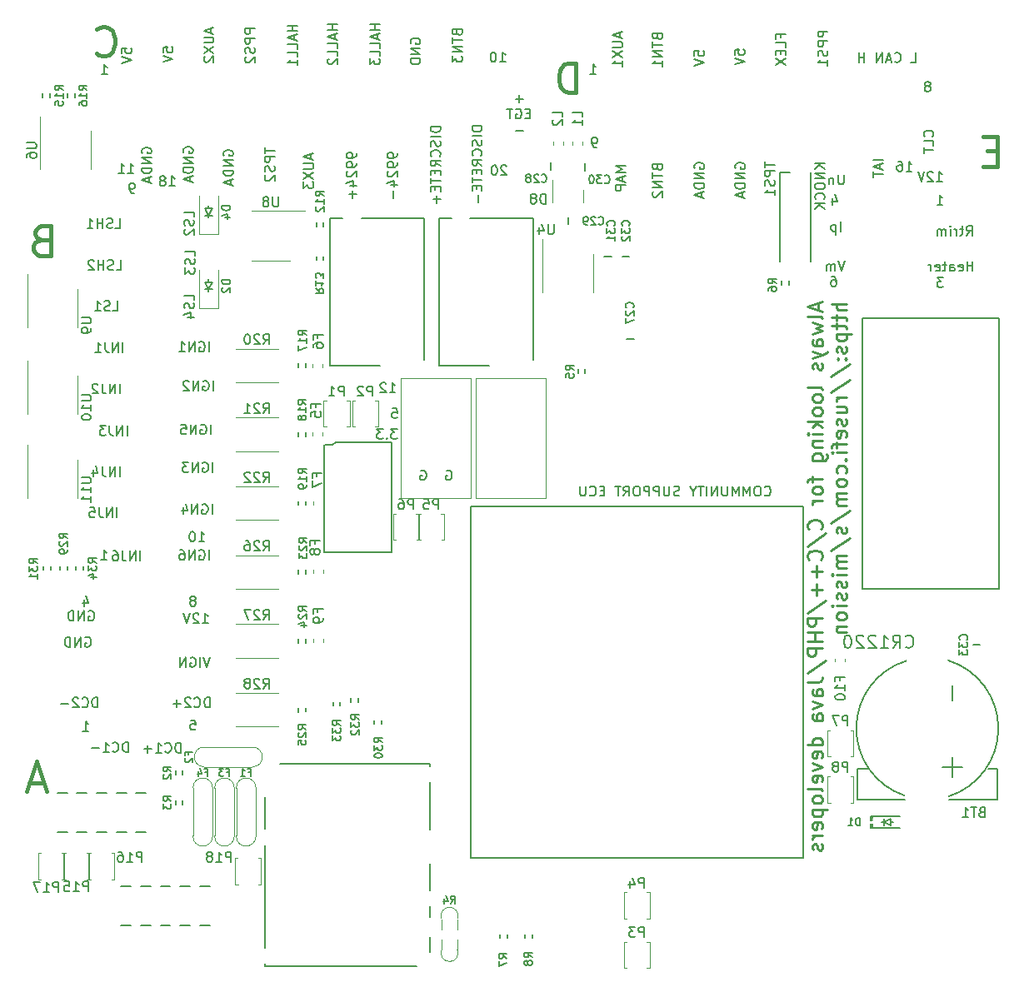
<source format=gbo>
G04 #@! TF.GenerationSoftware,KiCad,Pcbnew,8.0.9-8.0.9-0~ubuntu24.04.1*
G04 #@! TF.CreationDate,2025-09-08T15:20:31+00:00*
G04 #@! TF.ProjectId,uaefi,75616566-692e-46b6-9963-61645f706362,E*
G04 #@! TF.SameCoordinates,Original*
G04 #@! TF.FileFunction,Legend,Bot*
G04 #@! TF.FilePolarity,Positive*
%FSLAX46Y46*%
G04 Gerber Fmt 4.6, Leading zero omitted, Abs format (unit mm)*
G04 Created by KiCad (PCBNEW 8.0.9-8.0.9-0~ubuntu24.04.1) date 2025-09-08 15:20:31*
%MOMM*%
%LPD*%
G01*
G04 APERTURE LIST*
%ADD10C,0.150000*%
%ADD11C,0.450000*%
%ADD12C,0.250000*%
%ADD13C,0.127000*%
%ADD14C,0.170000*%
%ADD15C,0.200000*%
%ADD16C,0.120000*%
%ADD17C,0.099060*%
%ADD18C,0.150012*%
%ADD19C,0.203200*%
G04 APERTURE END LIST*
D10*
X39552438Y95111905D02*
X39504819Y95207143D01*
X39504819Y95207143D02*
X39504819Y95350000D01*
X39504819Y95350000D02*
X39552438Y95492857D01*
X39552438Y95492857D02*
X39647676Y95588095D01*
X39647676Y95588095D02*
X39742914Y95635714D01*
X39742914Y95635714D02*
X39933390Y95683333D01*
X39933390Y95683333D02*
X40076247Y95683333D01*
X40076247Y95683333D02*
X40266723Y95635714D01*
X40266723Y95635714D02*
X40361961Y95588095D01*
X40361961Y95588095D02*
X40457200Y95492857D01*
X40457200Y95492857D02*
X40504819Y95350000D01*
X40504819Y95350000D02*
X40504819Y95254762D01*
X40504819Y95254762D02*
X40457200Y95111905D01*
X40457200Y95111905D02*
X40409580Y95064286D01*
X40409580Y95064286D02*
X40076247Y95064286D01*
X40076247Y95064286D02*
X40076247Y95254762D01*
X40504819Y94635714D02*
X39504819Y94635714D01*
X39504819Y94635714D02*
X40504819Y94064286D01*
X40504819Y94064286D02*
X39504819Y94064286D01*
X40504819Y93588095D02*
X39504819Y93588095D01*
X39504819Y93588095D02*
X39504819Y93350000D01*
X39504819Y93350000D02*
X39552438Y93207143D01*
X39552438Y93207143D02*
X39647676Y93111905D01*
X39647676Y93111905D02*
X39742914Y93064286D01*
X39742914Y93064286D02*
X39933390Y93016667D01*
X39933390Y93016667D02*
X40076247Y93016667D01*
X40076247Y93016667D02*
X40266723Y93064286D01*
X40266723Y93064286D02*
X40361961Y93111905D01*
X40361961Y93111905D02*
X40457200Y93207143D01*
X40457200Y93207143D02*
X40504819Y93350000D01*
X40504819Y93350000D02*
X40504819Y93588095D01*
X6461904Y34747562D02*
X6557142Y34795181D01*
X6557142Y34795181D02*
X6699999Y34795181D01*
X6699999Y34795181D02*
X6842856Y34747562D01*
X6842856Y34747562D02*
X6938094Y34652324D01*
X6938094Y34652324D02*
X6985713Y34557086D01*
X6985713Y34557086D02*
X7033332Y34366610D01*
X7033332Y34366610D02*
X7033332Y34223753D01*
X7033332Y34223753D02*
X6985713Y34033277D01*
X6985713Y34033277D02*
X6938094Y33938039D01*
X6938094Y33938039D02*
X6842856Y33842800D01*
X6842856Y33842800D02*
X6699999Y33795181D01*
X6699999Y33795181D02*
X6604761Y33795181D01*
X6604761Y33795181D02*
X6461904Y33842800D01*
X6461904Y33842800D02*
X6414285Y33890420D01*
X6414285Y33890420D02*
X6414285Y34223753D01*
X6414285Y34223753D02*
X6604761Y34223753D01*
X5985713Y33795181D02*
X5985713Y34795181D01*
X5985713Y34795181D02*
X5414285Y33795181D01*
X5414285Y33795181D02*
X5414285Y34795181D01*
X4938094Y33795181D02*
X4938094Y34795181D01*
X4938094Y34795181D02*
X4699999Y34795181D01*
X4699999Y34795181D02*
X4557142Y34747562D01*
X4557142Y34747562D02*
X4461904Y34652324D01*
X4461904Y34652324D02*
X4414285Y34557086D01*
X4414285Y34557086D02*
X4366666Y34366610D01*
X4366666Y34366610D02*
X4366666Y34223753D01*
X4366666Y34223753D02*
X4414285Y34033277D01*
X4414285Y34033277D02*
X4461904Y33938039D01*
X4461904Y33938039D02*
X4557142Y33842800D01*
X4557142Y33842800D02*
X4699999Y33795181D01*
X4699999Y33795181D02*
X4938094Y33795181D01*
X14990476Y80645181D02*
X15561904Y80645181D01*
X15276190Y80645181D02*
X15276190Y81645181D01*
X15276190Y81645181D02*
X15371428Y81502324D01*
X15371428Y81502324D02*
X15466666Y81407086D01*
X15466666Y81407086D02*
X15561904Y81359467D01*
X14419047Y81216610D02*
X14514285Y81264229D01*
X14514285Y81264229D02*
X14561904Y81311848D01*
X14561904Y81311848D02*
X14609523Y81407086D01*
X14609523Y81407086D02*
X14609523Y81454705D01*
X14609523Y81454705D02*
X14561904Y81549943D01*
X14561904Y81549943D02*
X14514285Y81597562D01*
X14514285Y81597562D02*
X14419047Y81645181D01*
X14419047Y81645181D02*
X14228571Y81645181D01*
X14228571Y81645181D02*
X14133333Y81597562D01*
X14133333Y81597562D02*
X14085714Y81549943D01*
X14085714Y81549943D02*
X14038095Y81454705D01*
X14038095Y81454705D02*
X14038095Y81407086D01*
X14038095Y81407086D02*
X14085714Y81311848D01*
X14085714Y81311848D02*
X14133333Y81264229D01*
X14133333Y81264229D02*
X14228571Y81216610D01*
X14228571Y81216610D02*
X14419047Y81216610D01*
X14419047Y81216610D02*
X14514285Y81168991D01*
X14514285Y81168991D02*
X14561904Y81121372D01*
X14561904Y81121372D02*
X14609523Y81026134D01*
X14609523Y81026134D02*
X14609523Y80835658D01*
X14609523Y80835658D02*
X14561904Y80740420D01*
X14561904Y80740420D02*
X14514285Y80692800D01*
X14514285Y80692800D02*
X14419047Y80645181D01*
X14419047Y80645181D02*
X14228571Y80645181D01*
X14228571Y80645181D02*
X14133333Y80692800D01*
X14133333Y80692800D02*
X14085714Y80740420D01*
X14085714Y80740420D02*
X14038095Y80835658D01*
X14038095Y80835658D02*
X14038095Y81026134D01*
X14038095Y81026134D02*
X14085714Y81121372D01*
X14085714Y81121372D02*
X14133333Y81168991D01*
X14133333Y81168991D02*
X14228571Y81216610D01*
X36404819Y97050000D02*
X35404819Y97050000D01*
X35881009Y97050000D02*
X35881009Y96478572D01*
X36404819Y96478572D02*
X35404819Y96478572D01*
X36119104Y96050000D02*
X36119104Y95573810D01*
X36404819Y96145238D02*
X35404819Y95811905D01*
X35404819Y95811905D02*
X36404819Y95478572D01*
X36404819Y94669048D02*
X36404819Y95145238D01*
X36404819Y95145238D02*
X35404819Y95145238D01*
X36404819Y93859524D02*
X36404819Y94335714D01*
X36404819Y94335714D02*
X35404819Y94335714D01*
X35404819Y93621428D02*
X35404819Y93002381D01*
X35404819Y93002381D02*
X35785771Y93335714D01*
X35785771Y93335714D02*
X35785771Y93192857D01*
X35785771Y93192857D02*
X35833390Y93097619D01*
X35833390Y93097619D02*
X35881009Y93050000D01*
X35881009Y93050000D02*
X35976247Y93002381D01*
X35976247Y93002381D02*
X36214342Y93002381D01*
X36214342Y93002381D02*
X36309580Y93050000D01*
X36309580Y93050000D02*
X36357200Y93097619D01*
X36357200Y93097619D02*
X36404819Y93192857D01*
X36404819Y93192857D02*
X36404819Y93478571D01*
X36404819Y93478571D02*
X36357200Y93573809D01*
X36357200Y93573809D02*
X36309580Y93621428D01*
X17161904Y26345181D02*
X17638094Y26345181D01*
X17638094Y26345181D02*
X17685713Y25868991D01*
X17685713Y25868991D02*
X17638094Y25916610D01*
X17638094Y25916610D02*
X17542856Y25964229D01*
X17542856Y25964229D02*
X17304761Y25964229D01*
X17304761Y25964229D02*
X17209523Y25916610D01*
X17209523Y25916610D02*
X17161904Y25868991D01*
X17161904Y25868991D02*
X17114285Y25773753D01*
X17114285Y25773753D02*
X17114285Y25535658D01*
X17114285Y25535658D02*
X17161904Y25440420D01*
X17161904Y25440420D02*
X17209523Y25392800D01*
X17209523Y25392800D02*
X17304761Y25345181D01*
X17304761Y25345181D02*
X17542856Y25345181D01*
X17542856Y25345181D02*
X17638094Y25392800D01*
X17638094Y25392800D02*
X17685713Y25440420D01*
X19107142Y27645181D02*
X19107142Y28645181D01*
X19107142Y28645181D02*
X18869047Y28645181D01*
X18869047Y28645181D02*
X18726190Y28597562D01*
X18726190Y28597562D02*
X18630952Y28502324D01*
X18630952Y28502324D02*
X18583333Y28407086D01*
X18583333Y28407086D02*
X18535714Y28216610D01*
X18535714Y28216610D02*
X18535714Y28073753D01*
X18535714Y28073753D02*
X18583333Y27883277D01*
X18583333Y27883277D02*
X18630952Y27788039D01*
X18630952Y27788039D02*
X18726190Y27692800D01*
X18726190Y27692800D02*
X18869047Y27645181D01*
X18869047Y27645181D02*
X19107142Y27645181D01*
X17535714Y27740420D02*
X17583333Y27692800D01*
X17583333Y27692800D02*
X17726190Y27645181D01*
X17726190Y27645181D02*
X17821428Y27645181D01*
X17821428Y27645181D02*
X17964285Y27692800D01*
X17964285Y27692800D02*
X18059523Y27788039D01*
X18059523Y27788039D02*
X18107142Y27883277D01*
X18107142Y27883277D02*
X18154761Y28073753D01*
X18154761Y28073753D02*
X18154761Y28216610D01*
X18154761Y28216610D02*
X18107142Y28407086D01*
X18107142Y28407086D02*
X18059523Y28502324D01*
X18059523Y28502324D02*
X17964285Y28597562D01*
X17964285Y28597562D02*
X17821428Y28645181D01*
X17821428Y28645181D02*
X17726190Y28645181D01*
X17726190Y28645181D02*
X17583333Y28597562D01*
X17583333Y28597562D02*
X17535714Y28549943D01*
X17154761Y28549943D02*
X17107142Y28597562D01*
X17107142Y28597562D02*
X17011904Y28645181D01*
X17011904Y28645181D02*
X16773809Y28645181D01*
X16773809Y28645181D02*
X16678571Y28597562D01*
X16678571Y28597562D02*
X16630952Y28549943D01*
X16630952Y28549943D02*
X16583333Y28454705D01*
X16583333Y28454705D02*
X16583333Y28359467D01*
X16583333Y28359467D02*
X16630952Y28216610D01*
X16630952Y28216610D02*
X17202380Y27645181D01*
X17202380Y27645181D02*
X16583333Y27645181D01*
X16154761Y28026134D02*
X15392857Y28026134D01*
X15773809Y27645181D02*
X15773809Y28407086D01*
X9980951Y59545181D02*
X9980951Y60545181D01*
X9504761Y59545181D02*
X9504761Y60545181D01*
X9504761Y60545181D02*
X8933333Y59545181D01*
X8933333Y59545181D02*
X8933333Y60545181D01*
X8171428Y60545181D02*
X8171428Y59830896D01*
X8171428Y59830896D02*
X8219047Y59688039D01*
X8219047Y59688039D02*
X8314285Y59592800D01*
X8314285Y59592800D02*
X8457142Y59545181D01*
X8457142Y59545181D02*
X8552380Y59545181D01*
X7742856Y60449943D02*
X7695237Y60497562D01*
X7695237Y60497562D02*
X7599999Y60545181D01*
X7599999Y60545181D02*
X7361904Y60545181D01*
X7361904Y60545181D02*
X7266666Y60497562D01*
X7266666Y60497562D02*
X7219047Y60449943D01*
X7219047Y60449943D02*
X7171428Y60354705D01*
X7171428Y60354705D02*
X7171428Y60259467D01*
X7171428Y60259467D02*
X7219047Y60116610D01*
X7219047Y60116610D02*
X7790475Y59545181D01*
X7790475Y59545181D02*
X7171428Y59545181D01*
X42554819Y86660952D02*
X41554819Y86660952D01*
X41554819Y86660952D02*
X41554819Y86422857D01*
X41554819Y86422857D02*
X41602438Y86280000D01*
X41602438Y86280000D02*
X41697676Y86184762D01*
X41697676Y86184762D02*
X41792914Y86137143D01*
X41792914Y86137143D02*
X41983390Y86089524D01*
X41983390Y86089524D02*
X42126247Y86089524D01*
X42126247Y86089524D02*
X42316723Y86137143D01*
X42316723Y86137143D02*
X42411961Y86184762D01*
X42411961Y86184762D02*
X42507200Y86280000D01*
X42507200Y86280000D02*
X42554819Y86422857D01*
X42554819Y86422857D02*
X42554819Y86660952D01*
X42554819Y85660952D02*
X41554819Y85660952D01*
X42507200Y85232381D02*
X42554819Y85089524D01*
X42554819Y85089524D02*
X42554819Y84851429D01*
X42554819Y84851429D02*
X42507200Y84756191D01*
X42507200Y84756191D02*
X42459580Y84708572D01*
X42459580Y84708572D02*
X42364342Y84660953D01*
X42364342Y84660953D02*
X42269104Y84660953D01*
X42269104Y84660953D02*
X42173866Y84708572D01*
X42173866Y84708572D02*
X42126247Y84756191D01*
X42126247Y84756191D02*
X42078628Y84851429D01*
X42078628Y84851429D02*
X42031009Y85041905D01*
X42031009Y85041905D02*
X41983390Y85137143D01*
X41983390Y85137143D02*
X41935771Y85184762D01*
X41935771Y85184762D02*
X41840533Y85232381D01*
X41840533Y85232381D02*
X41745295Y85232381D01*
X41745295Y85232381D02*
X41650057Y85184762D01*
X41650057Y85184762D02*
X41602438Y85137143D01*
X41602438Y85137143D02*
X41554819Y85041905D01*
X41554819Y85041905D02*
X41554819Y84803810D01*
X41554819Y84803810D02*
X41602438Y84660953D01*
X42459580Y83660953D02*
X42507200Y83708572D01*
X42507200Y83708572D02*
X42554819Y83851429D01*
X42554819Y83851429D02*
X42554819Y83946667D01*
X42554819Y83946667D02*
X42507200Y84089524D01*
X42507200Y84089524D02*
X42411961Y84184762D01*
X42411961Y84184762D02*
X42316723Y84232381D01*
X42316723Y84232381D02*
X42126247Y84280000D01*
X42126247Y84280000D02*
X41983390Y84280000D01*
X41983390Y84280000D02*
X41792914Y84232381D01*
X41792914Y84232381D02*
X41697676Y84184762D01*
X41697676Y84184762D02*
X41602438Y84089524D01*
X41602438Y84089524D02*
X41554819Y83946667D01*
X41554819Y83946667D02*
X41554819Y83851429D01*
X41554819Y83851429D02*
X41602438Y83708572D01*
X41602438Y83708572D02*
X41650057Y83660953D01*
X42554819Y82660953D02*
X42078628Y82994286D01*
X42554819Y83232381D02*
X41554819Y83232381D01*
X41554819Y83232381D02*
X41554819Y82851429D01*
X41554819Y82851429D02*
X41602438Y82756191D01*
X41602438Y82756191D02*
X41650057Y82708572D01*
X41650057Y82708572D02*
X41745295Y82660953D01*
X41745295Y82660953D02*
X41888152Y82660953D01*
X41888152Y82660953D02*
X41983390Y82708572D01*
X41983390Y82708572D02*
X42031009Y82756191D01*
X42031009Y82756191D02*
X42078628Y82851429D01*
X42078628Y82851429D02*
X42078628Y83232381D01*
X42031009Y82232381D02*
X42031009Y81899048D01*
X42554819Y81756191D02*
X42554819Y82232381D01*
X42554819Y82232381D02*
X41554819Y82232381D01*
X41554819Y82232381D02*
X41554819Y81756191D01*
X41554819Y81470476D02*
X41554819Y80899048D01*
X42554819Y81184762D02*
X41554819Y81184762D01*
X42031009Y80565714D02*
X42031009Y80232381D01*
X42554819Y80089524D02*
X42554819Y80565714D01*
X42554819Y80565714D02*
X41554819Y80565714D01*
X41554819Y80565714D02*
X41554819Y80089524D01*
X42173866Y79660952D02*
X42173866Y78899047D01*
X42554819Y79280000D02*
X41792914Y79280000D01*
X82309523Y71445181D02*
X82499999Y71445181D01*
X82499999Y71445181D02*
X82595237Y71397562D01*
X82595237Y71397562D02*
X82642856Y71349943D01*
X82642856Y71349943D02*
X82738094Y71207086D01*
X82738094Y71207086D02*
X82785713Y71016610D01*
X82785713Y71016610D02*
X82785713Y70635658D01*
X82785713Y70635658D02*
X82738094Y70540420D01*
X82738094Y70540420D02*
X82690475Y70492800D01*
X82690475Y70492800D02*
X82595237Y70445181D01*
X82595237Y70445181D02*
X82404761Y70445181D01*
X82404761Y70445181D02*
X82309523Y70492800D01*
X82309523Y70492800D02*
X82261904Y70540420D01*
X82261904Y70540420D02*
X82214285Y70635658D01*
X82214285Y70635658D02*
X82214285Y70873753D01*
X82214285Y70873753D02*
X82261904Y70968991D01*
X82261904Y70968991D02*
X82309523Y71016610D01*
X82309523Y71016610D02*
X82404761Y71064229D01*
X82404761Y71064229D02*
X82595237Y71064229D01*
X82595237Y71064229D02*
X82690475Y71016610D01*
X82690475Y71016610D02*
X82738094Y70968991D01*
X82738094Y70968991D02*
X82785713Y70873753D01*
X10154819Y94140477D02*
X10154819Y94616667D01*
X10154819Y94616667D02*
X10631009Y94664286D01*
X10631009Y94664286D02*
X10583390Y94616667D01*
X10583390Y94616667D02*
X10535771Y94521429D01*
X10535771Y94521429D02*
X10535771Y94283334D01*
X10535771Y94283334D02*
X10583390Y94188096D01*
X10583390Y94188096D02*
X10631009Y94140477D01*
X10631009Y94140477D02*
X10726247Y94092858D01*
X10726247Y94092858D02*
X10964342Y94092858D01*
X10964342Y94092858D02*
X11059580Y94140477D01*
X11059580Y94140477D02*
X11107200Y94188096D01*
X11107200Y94188096D02*
X11154819Y94283334D01*
X11154819Y94283334D02*
X11154819Y94521429D01*
X11154819Y94521429D02*
X11107200Y94616667D01*
X11107200Y94616667D02*
X11059580Y94664286D01*
X10154819Y93807143D02*
X11154819Y93473810D01*
X11154819Y93473810D02*
X10154819Y93140477D01*
X38147618Y55945181D02*
X37528571Y55945181D01*
X37528571Y55945181D02*
X37861904Y55564229D01*
X37861904Y55564229D02*
X37719047Y55564229D01*
X37719047Y55564229D02*
X37623809Y55516610D01*
X37623809Y55516610D02*
X37576190Y55468991D01*
X37576190Y55468991D02*
X37528571Y55373753D01*
X37528571Y55373753D02*
X37528571Y55135658D01*
X37528571Y55135658D02*
X37576190Y55040420D01*
X37576190Y55040420D02*
X37623809Y54992800D01*
X37623809Y54992800D02*
X37719047Y54945181D01*
X37719047Y54945181D02*
X38004761Y54945181D01*
X38004761Y54945181D02*
X38099999Y54992800D01*
X38099999Y54992800D02*
X38147618Y55040420D01*
X37099999Y55040420D02*
X37052380Y54992800D01*
X37052380Y54992800D02*
X37099999Y54945181D01*
X37099999Y54945181D02*
X37147618Y54992800D01*
X37147618Y54992800D02*
X37099999Y55040420D01*
X37099999Y55040420D02*
X37099999Y54945181D01*
X36719047Y55945181D02*
X36100000Y55945181D01*
X36100000Y55945181D02*
X36433333Y55564229D01*
X36433333Y55564229D02*
X36290476Y55564229D01*
X36290476Y55564229D02*
X36195238Y55516610D01*
X36195238Y55516610D02*
X36147619Y55468991D01*
X36147619Y55468991D02*
X36100000Y55373753D01*
X36100000Y55373753D02*
X36100000Y55135658D01*
X36100000Y55135658D02*
X36147619Y55040420D01*
X36147619Y55040420D02*
X36195238Y54992800D01*
X36195238Y54992800D02*
X36290476Y54945181D01*
X36290476Y54945181D02*
X36576190Y54945181D01*
X36576190Y54945181D02*
X36671428Y54992800D01*
X36671428Y54992800D02*
X36719047Y55040420D01*
X18001237Y44500562D02*
X18572665Y44500562D01*
X18286951Y44500562D02*
X18286951Y45500562D01*
X18286951Y45500562D02*
X18382189Y45357705D01*
X18382189Y45357705D02*
X18477427Y45262467D01*
X18477427Y45262467D02*
X18572665Y45214848D01*
X17382189Y45500562D02*
X17286951Y45500562D01*
X17286951Y45500562D02*
X17191713Y45452943D01*
X17191713Y45452943D02*
X17144094Y45405324D01*
X17144094Y45405324D02*
X17096475Y45310086D01*
X17096475Y45310086D02*
X17048856Y45119610D01*
X17048856Y45119610D02*
X17048856Y44881515D01*
X17048856Y44881515D02*
X17096475Y44691039D01*
X17096475Y44691039D02*
X17144094Y44595801D01*
X17144094Y44595801D02*
X17191713Y44548181D01*
X17191713Y44548181D02*
X17286951Y44500562D01*
X17286951Y44500562D02*
X17382189Y44500562D01*
X17382189Y44500562D02*
X17477427Y44548181D01*
X17477427Y44548181D02*
X17525046Y44595801D01*
X17525046Y44595801D02*
X17572665Y44691039D01*
X17572665Y44691039D02*
X17620284Y44881515D01*
X17620284Y44881515D02*
X17620284Y45119610D01*
X17620284Y45119610D02*
X17572665Y45310086D01*
X17572665Y45310086D02*
X17525046Y45405324D01*
X17525046Y45405324D02*
X17477427Y45452943D01*
X17477427Y45452943D02*
X17382189Y45500562D01*
X6811904Y37397562D02*
X6907142Y37445181D01*
X6907142Y37445181D02*
X7049999Y37445181D01*
X7049999Y37445181D02*
X7192856Y37397562D01*
X7192856Y37397562D02*
X7288094Y37302324D01*
X7288094Y37302324D02*
X7335713Y37207086D01*
X7335713Y37207086D02*
X7383332Y37016610D01*
X7383332Y37016610D02*
X7383332Y36873753D01*
X7383332Y36873753D02*
X7335713Y36683277D01*
X7335713Y36683277D02*
X7288094Y36588039D01*
X7288094Y36588039D02*
X7192856Y36492800D01*
X7192856Y36492800D02*
X7049999Y36445181D01*
X7049999Y36445181D02*
X6954761Y36445181D01*
X6954761Y36445181D02*
X6811904Y36492800D01*
X6811904Y36492800D02*
X6764285Y36540420D01*
X6764285Y36540420D02*
X6764285Y36873753D01*
X6764285Y36873753D02*
X6954761Y36873753D01*
X6335713Y36445181D02*
X6335713Y37445181D01*
X6335713Y37445181D02*
X5764285Y36445181D01*
X5764285Y36445181D02*
X5764285Y37445181D01*
X5288094Y36445181D02*
X5288094Y37445181D01*
X5288094Y37445181D02*
X5049999Y37445181D01*
X5049999Y37445181D02*
X4907142Y37397562D01*
X4907142Y37397562D02*
X4811904Y37302324D01*
X4811904Y37302324D02*
X4764285Y37207086D01*
X4764285Y37207086D02*
X4716666Y37016610D01*
X4716666Y37016610D02*
X4716666Y36873753D01*
X4716666Y36873753D02*
X4764285Y36683277D01*
X4764285Y36683277D02*
X4811904Y36588039D01*
X4811904Y36588039D02*
X4907142Y36492800D01*
X4907142Y36492800D02*
X5049999Y36445181D01*
X5049999Y36445181D02*
X5288094Y36445181D01*
X17504819Y69042858D02*
X17504819Y69519048D01*
X17504819Y69519048D02*
X16504819Y69519048D01*
X17457200Y68757143D02*
X17504819Y68614286D01*
X17504819Y68614286D02*
X17504819Y68376191D01*
X17504819Y68376191D02*
X17457200Y68280953D01*
X17457200Y68280953D02*
X17409580Y68233334D01*
X17409580Y68233334D02*
X17314342Y68185715D01*
X17314342Y68185715D02*
X17219104Y68185715D01*
X17219104Y68185715D02*
X17123866Y68233334D01*
X17123866Y68233334D02*
X17076247Y68280953D01*
X17076247Y68280953D02*
X17028628Y68376191D01*
X17028628Y68376191D02*
X16981009Y68566667D01*
X16981009Y68566667D02*
X16933390Y68661905D01*
X16933390Y68661905D02*
X16885771Y68709524D01*
X16885771Y68709524D02*
X16790533Y68757143D01*
X16790533Y68757143D02*
X16695295Y68757143D01*
X16695295Y68757143D02*
X16600057Y68709524D01*
X16600057Y68709524D02*
X16552438Y68661905D01*
X16552438Y68661905D02*
X16504819Y68566667D01*
X16504819Y68566667D02*
X16504819Y68328572D01*
X16504819Y68328572D02*
X16552438Y68185715D01*
X16838152Y67328572D02*
X17504819Y67328572D01*
X16457200Y67566667D02*
X17171485Y67804762D01*
X17171485Y67804762D02*
X17171485Y67185715D01*
X64581009Y95809524D02*
X64628628Y95666667D01*
X64628628Y95666667D02*
X64676247Y95619048D01*
X64676247Y95619048D02*
X64771485Y95571429D01*
X64771485Y95571429D02*
X64914342Y95571429D01*
X64914342Y95571429D02*
X65009580Y95619048D01*
X65009580Y95619048D02*
X65057200Y95666667D01*
X65057200Y95666667D02*
X65104819Y95761905D01*
X65104819Y95761905D02*
X65104819Y96142857D01*
X65104819Y96142857D02*
X64104819Y96142857D01*
X64104819Y96142857D02*
X64104819Y95809524D01*
X64104819Y95809524D02*
X64152438Y95714286D01*
X64152438Y95714286D02*
X64200057Y95666667D01*
X64200057Y95666667D02*
X64295295Y95619048D01*
X64295295Y95619048D02*
X64390533Y95619048D01*
X64390533Y95619048D02*
X64485771Y95666667D01*
X64485771Y95666667D02*
X64533390Y95714286D01*
X64533390Y95714286D02*
X64581009Y95809524D01*
X64581009Y95809524D02*
X64581009Y96142857D01*
X64104819Y95285714D02*
X64104819Y94714286D01*
X65104819Y95000000D02*
X64104819Y95000000D01*
X65104819Y94380952D02*
X64104819Y94380952D01*
X64104819Y94380952D02*
X65104819Y93809524D01*
X65104819Y93809524D02*
X64104819Y93809524D01*
X65104819Y92809524D02*
X65104819Y93380952D01*
X65104819Y93095238D02*
X64104819Y93095238D01*
X64104819Y93095238D02*
X64247676Y93190476D01*
X64247676Y93190476D02*
X64342914Y93285714D01*
X64342914Y93285714D02*
X64390533Y93380952D01*
X11390475Y79945181D02*
X11199999Y79945181D01*
X11199999Y79945181D02*
X11104761Y79992800D01*
X11104761Y79992800D02*
X11057142Y80040420D01*
X11057142Y80040420D02*
X10961904Y80183277D01*
X10961904Y80183277D02*
X10914285Y80373753D01*
X10914285Y80373753D02*
X10914285Y80754705D01*
X10914285Y80754705D02*
X10961904Y80849943D01*
X10961904Y80849943D02*
X11009523Y80897562D01*
X11009523Y80897562D02*
X11104761Y80945181D01*
X11104761Y80945181D02*
X11295237Y80945181D01*
X11295237Y80945181D02*
X11390475Y80897562D01*
X11390475Y80897562D02*
X11438094Y80849943D01*
X11438094Y80849943D02*
X11485713Y80754705D01*
X11485713Y80754705D02*
X11485713Y80516610D01*
X11485713Y80516610D02*
X11438094Y80421372D01*
X11438094Y80421372D02*
X11390475Y80373753D01*
X11390475Y80373753D02*
X11295237Y80326134D01*
X11295237Y80326134D02*
X11104761Y80326134D01*
X11104761Y80326134D02*
X11009523Y80373753D01*
X11009523Y80373753D02*
X10961904Y80421372D01*
X10961904Y80421372D02*
X10914285Y80516610D01*
X38144819Y83948095D02*
X38144819Y83757619D01*
X38144819Y83757619D02*
X38097200Y83662381D01*
X38097200Y83662381D02*
X38049580Y83614762D01*
X38049580Y83614762D02*
X37906723Y83519524D01*
X37906723Y83519524D02*
X37716247Y83471905D01*
X37716247Y83471905D02*
X37335295Y83471905D01*
X37335295Y83471905D02*
X37240057Y83519524D01*
X37240057Y83519524D02*
X37192438Y83567143D01*
X37192438Y83567143D02*
X37144819Y83662381D01*
X37144819Y83662381D02*
X37144819Y83852857D01*
X37144819Y83852857D02*
X37192438Y83948095D01*
X37192438Y83948095D02*
X37240057Y83995714D01*
X37240057Y83995714D02*
X37335295Y84043333D01*
X37335295Y84043333D02*
X37573390Y84043333D01*
X37573390Y84043333D02*
X37668628Y83995714D01*
X37668628Y83995714D02*
X37716247Y83948095D01*
X37716247Y83948095D02*
X37763866Y83852857D01*
X37763866Y83852857D02*
X37763866Y83662381D01*
X37763866Y83662381D02*
X37716247Y83567143D01*
X37716247Y83567143D02*
X37668628Y83519524D01*
X37668628Y83519524D02*
X37573390Y83471905D01*
X38144819Y82995714D02*
X38144819Y82805238D01*
X38144819Y82805238D02*
X38097200Y82710000D01*
X38097200Y82710000D02*
X38049580Y82662381D01*
X38049580Y82662381D02*
X37906723Y82567143D01*
X37906723Y82567143D02*
X37716247Y82519524D01*
X37716247Y82519524D02*
X37335295Y82519524D01*
X37335295Y82519524D02*
X37240057Y82567143D01*
X37240057Y82567143D02*
X37192438Y82614762D01*
X37192438Y82614762D02*
X37144819Y82710000D01*
X37144819Y82710000D02*
X37144819Y82900476D01*
X37144819Y82900476D02*
X37192438Y82995714D01*
X37192438Y82995714D02*
X37240057Y83043333D01*
X37240057Y83043333D02*
X37335295Y83090952D01*
X37335295Y83090952D02*
X37573390Y83090952D01*
X37573390Y83090952D02*
X37668628Y83043333D01*
X37668628Y83043333D02*
X37716247Y82995714D01*
X37716247Y82995714D02*
X37763866Y82900476D01*
X37763866Y82900476D02*
X37763866Y82710000D01*
X37763866Y82710000D02*
X37716247Y82614762D01*
X37716247Y82614762D02*
X37668628Y82567143D01*
X37668628Y82567143D02*
X37573390Y82519524D01*
X37240057Y82138571D02*
X37192438Y82090952D01*
X37192438Y82090952D02*
X37144819Y81995714D01*
X37144819Y81995714D02*
X37144819Y81757619D01*
X37144819Y81757619D02*
X37192438Y81662381D01*
X37192438Y81662381D02*
X37240057Y81614762D01*
X37240057Y81614762D02*
X37335295Y81567143D01*
X37335295Y81567143D02*
X37430533Y81567143D01*
X37430533Y81567143D02*
X37573390Y81614762D01*
X37573390Y81614762D02*
X38144819Y82186190D01*
X38144819Y82186190D02*
X38144819Y81567143D01*
X37478152Y80710000D02*
X38144819Y80710000D01*
X37097200Y80948095D02*
X37811485Y81186190D01*
X37811485Y81186190D02*
X37811485Y80567143D01*
X37763866Y80186190D02*
X37763866Y79424285D01*
X10790476Y81945181D02*
X11361904Y81945181D01*
X11076190Y81945181D02*
X11076190Y82945181D01*
X11076190Y82945181D02*
X11171428Y82802324D01*
X11171428Y82802324D02*
X11266666Y82707086D01*
X11266666Y82707086D02*
X11361904Y82659467D01*
X9838095Y81945181D02*
X10409523Y81945181D01*
X10123809Y81945181D02*
X10123809Y82945181D01*
X10123809Y82945181D02*
X10219047Y82802324D01*
X10219047Y82802324D02*
X10314285Y82707086D01*
X10314285Y82707086D02*
X10409523Y82659467D01*
X28004819Y96950000D02*
X27004819Y96950000D01*
X27481009Y96950000D02*
X27481009Y96378572D01*
X28004819Y96378572D02*
X27004819Y96378572D01*
X27719104Y95950000D02*
X27719104Y95473810D01*
X28004819Y96045238D02*
X27004819Y95711905D01*
X27004819Y95711905D02*
X28004819Y95378572D01*
X28004819Y94569048D02*
X28004819Y95045238D01*
X28004819Y95045238D02*
X27004819Y95045238D01*
X28004819Y93759524D02*
X28004819Y94235714D01*
X28004819Y94235714D02*
X27004819Y94235714D01*
X28004819Y92902381D02*
X28004819Y93473809D01*
X28004819Y93188095D02*
X27004819Y93188095D01*
X27004819Y93188095D02*
X27147676Y93283333D01*
X27147676Y93283333D02*
X27242914Y93378571D01*
X27242914Y93378571D02*
X27290533Y93473809D01*
X6309523Y38611848D02*
X6309523Y37945181D01*
X6547618Y38992800D02*
X6785713Y38278515D01*
X6785713Y38278515D02*
X6166666Y38278515D01*
D11*
X1935714Y75156972D02*
X1507142Y75014115D01*
X1507142Y75014115D02*
X1364285Y74871258D01*
X1364285Y74871258D02*
X1221428Y74585543D01*
X1221428Y74585543D02*
X1221428Y74156972D01*
X1221428Y74156972D02*
X1364285Y73871258D01*
X1364285Y73871258D02*
X1507142Y73728400D01*
X1507142Y73728400D02*
X1792857Y73585543D01*
X1792857Y73585543D02*
X2935714Y73585543D01*
X2935714Y73585543D02*
X2935714Y76585543D01*
X2935714Y76585543D02*
X1935714Y76585543D01*
X1935714Y76585543D02*
X1650000Y76442686D01*
X1650000Y76442686D02*
X1507142Y76299829D01*
X1507142Y76299829D02*
X1364285Y76014115D01*
X1364285Y76014115D02*
X1364285Y75728400D01*
X1364285Y75728400D02*
X1507142Y75442686D01*
X1507142Y75442686D02*
X1650000Y75299829D01*
X1650000Y75299829D02*
X1935714Y75156972D01*
X1935714Y75156972D02*
X2935714Y75156972D01*
D10*
X96640476Y71995181D02*
X96640476Y72995181D01*
X96640476Y72518991D02*
X96069048Y72518991D01*
X96069048Y71995181D02*
X96069048Y72995181D01*
X95211905Y72042800D02*
X95307143Y71995181D01*
X95307143Y71995181D02*
X95497619Y71995181D01*
X95497619Y71995181D02*
X95592857Y72042800D01*
X95592857Y72042800D02*
X95640476Y72138039D01*
X95640476Y72138039D02*
X95640476Y72518991D01*
X95640476Y72518991D02*
X95592857Y72614229D01*
X95592857Y72614229D02*
X95497619Y72661848D01*
X95497619Y72661848D02*
X95307143Y72661848D01*
X95307143Y72661848D02*
X95211905Y72614229D01*
X95211905Y72614229D02*
X95164286Y72518991D01*
X95164286Y72518991D02*
X95164286Y72423753D01*
X95164286Y72423753D02*
X95640476Y72328515D01*
X94307143Y71995181D02*
X94307143Y72518991D01*
X94307143Y72518991D02*
X94354762Y72614229D01*
X94354762Y72614229D02*
X94450000Y72661848D01*
X94450000Y72661848D02*
X94640476Y72661848D01*
X94640476Y72661848D02*
X94735714Y72614229D01*
X94307143Y72042800D02*
X94402381Y71995181D01*
X94402381Y71995181D02*
X94640476Y71995181D01*
X94640476Y71995181D02*
X94735714Y72042800D01*
X94735714Y72042800D02*
X94783333Y72138039D01*
X94783333Y72138039D02*
X94783333Y72233277D01*
X94783333Y72233277D02*
X94735714Y72328515D01*
X94735714Y72328515D02*
X94640476Y72376134D01*
X94640476Y72376134D02*
X94402381Y72376134D01*
X94402381Y72376134D02*
X94307143Y72423753D01*
X93973809Y72661848D02*
X93592857Y72661848D01*
X93830952Y72995181D02*
X93830952Y72138039D01*
X93830952Y72138039D02*
X93783333Y72042800D01*
X93783333Y72042800D02*
X93688095Y71995181D01*
X93688095Y71995181D02*
X93592857Y71995181D01*
X92878571Y72042800D02*
X92973809Y71995181D01*
X92973809Y71995181D02*
X93164285Y71995181D01*
X93164285Y71995181D02*
X93259523Y72042800D01*
X93259523Y72042800D02*
X93307142Y72138039D01*
X93307142Y72138039D02*
X93307142Y72518991D01*
X93307142Y72518991D02*
X93259523Y72614229D01*
X93259523Y72614229D02*
X93164285Y72661848D01*
X93164285Y72661848D02*
X92973809Y72661848D01*
X92973809Y72661848D02*
X92878571Y72614229D01*
X92878571Y72614229D02*
X92830952Y72518991D01*
X92830952Y72518991D02*
X92830952Y72423753D01*
X92830952Y72423753D02*
X93307142Y72328515D01*
X92402380Y71995181D02*
X92402380Y72661848D01*
X92402380Y72471372D02*
X92354761Y72566610D01*
X92354761Y72566610D02*
X92307142Y72614229D01*
X92307142Y72614229D02*
X92211904Y72661848D01*
X92211904Y72661848D02*
X92116666Y72661848D01*
X93633332Y71345181D02*
X93014285Y71345181D01*
X93014285Y71345181D02*
X93347618Y70964229D01*
X93347618Y70964229D02*
X93204761Y70964229D01*
X93204761Y70964229D02*
X93109523Y70916610D01*
X93109523Y70916610D02*
X93061904Y70868991D01*
X93061904Y70868991D02*
X93014285Y70773753D01*
X93014285Y70773753D02*
X93014285Y70535658D01*
X93014285Y70535658D02*
X93061904Y70440420D01*
X93061904Y70440420D02*
X93109523Y70392800D01*
X93109523Y70392800D02*
X93204761Y70345181D01*
X93204761Y70345181D02*
X93490475Y70345181D01*
X93490475Y70345181D02*
X93585713Y70392800D01*
X93585713Y70392800D02*
X93633332Y70440420D01*
X17604819Y73542858D02*
X17604819Y74019048D01*
X17604819Y74019048D02*
X16604819Y74019048D01*
X17557200Y73257143D02*
X17604819Y73114286D01*
X17604819Y73114286D02*
X17604819Y72876191D01*
X17604819Y72876191D02*
X17557200Y72780953D01*
X17557200Y72780953D02*
X17509580Y72733334D01*
X17509580Y72733334D02*
X17414342Y72685715D01*
X17414342Y72685715D02*
X17319104Y72685715D01*
X17319104Y72685715D02*
X17223866Y72733334D01*
X17223866Y72733334D02*
X17176247Y72780953D01*
X17176247Y72780953D02*
X17128628Y72876191D01*
X17128628Y72876191D02*
X17081009Y73066667D01*
X17081009Y73066667D02*
X17033390Y73161905D01*
X17033390Y73161905D02*
X16985771Y73209524D01*
X16985771Y73209524D02*
X16890533Y73257143D01*
X16890533Y73257143D02*
X16795295Y73257143D01*
X16795295Y73257143D02*
X16700057Y73209524D01*
X16700057Y73209524D02*
X16652438Y73161905D01*
X16652438Y73161905D02*
X16604819Y73066667D01*
X16604819Y73066667D02*
X16604819Y72828572D01*
X16604819Y72828572D02*
X16652438Y72685715D01*
X16604819Y72352381D02*
X16604819Y71733334D01*
X16604819Y71733334D02*
X16985771Y72066667D01*
X16985771Y72066667D02*
X16985771Y71923810D01*
X16985771Y71923810D02*
X17033390Y71828572D01*
X17033390Y71828572D02*
X17081009Y71780953D01*
X17081009Y71780953D02*
X17176247Y71733334D01*
X17176247Y71733334D02*
X17414342Y71733334D01*
X17414342Y71733334D02*
X17509580Y71780953D01*
X17509580Y71780953D02*
X17557200Y71828572D01*
X17557200Y71828572D02*
X17604819Y71923810D01*
X17604819Y71923810D02*
X17604819Y72209524D01*
X17604819Y72209524D02*
X17557200Y72304762D01*
X17557200Y72304762D02*
X17509580Y72352381D01*
X72454819Y93990477D02*
X72454819Y94466667D01*
X72454819Y94466667D02*
X72931009Y94514286D01*
X72931009Y94514286D02*
X72883390Y94466667D01*
X72883390Y94466667D02*
X72835771Y94371429D01*
X72835771Y94371429D02*
X72835771Y94133334D01*
X72835771Y94133334D02*
X72883390Y94038096D01*
X72883390Y94038096D02*
X72931009Y93990477D01*
X72931009Y93990477D02*
X73026247Y93942858D01*
X73026247Y93942858D02*
X73264342Y93942858D01*
X73264342Y93942858D02*
X73359580Y93990477D01*
X73359580Y93990477D02*
X73407200Y94038096D01*
X73407200Y94038096D02*
X73454819Y94133334D01*
X73454819Y94133334D02*
X73454819Y94371429D01*
X73454819Y94371429D02*
X73407200Y94466667D01*
X73407200Y94466667D02*
X73359580Y94514286D01*
X72454819Y93657143D02*
X73454819Y93323810D01*
X73454819Y93323810D02*
X72454819Y92990477D01*
D12*
X80944899Y68749813D02*
X80944899Y68035527D01*
X81373470Y68892670D02*
X79873470Y68392670D01*
X79873470Y68392670D02*
X81373470Y67892670D01*
X81373470Y67178385D02*
X81302042Y67321242D01*
X81302042Y67321242D02*
X81159184Y67392671D01*
X81159184Y67392671D02*
X79873470Y67392671D01*
X80373470Y66749814D02*
X81373470Y66464099D01*
X81373470Y66464099D02*
X80659184Y66178385D01*
X80659184Y66178385D02*
X81373470Y65892671D01*
X81373470Y65892671D02*
X80373470Y65606957D01*
X81373470Y64392670D02*
X80587756Y64392670D01*
X80587756Y64392670D02*
X80444899Y64464099D01*
X80444899Y64464099D02*
X80373470Y64606956D01*
X80373470Y64606956D02*
X80373470Y64892670D01*
X80373470Y64892670D02*
X80444899Y65035528D01*
X81302042Y64392670D02*
X81373470Y64535528D01*
X81373470Y64535528D02*
X81373470Y64892670D01*
X81373470Y64892670D02*
X81302042Y65035528D01*
X81302042Y65035528D02*
X81159184Y65106956D01*
X81159184Y65106956D02*
X81016327Y65106956D01*
X81016327Y65106956D02*
X80873470Y65035528D01*
X80873470Y65035528D02*
X80802042Y64892670D01*
X80802042Y64892670D02*
X80802042Y64535528D01*
X80802042Y64535528D02*
X80730613Y64392670D01*
X80373470Y63821242D02*
X81373470Y63464099D01*
X80373470Y63106956D02*
X81373470Y63464099D01*
X81373470Y63464099D02*
X81730613Y63606956D01*
X81730613Y63606956D02*
X81802042Y63678385D01*
X81802042Y63678385D02*
X81873470Y63821242D01*
X81302042Y62606956D02*
X81373470Y62464099D01*
X81373470Y62464099D02*
X81373470Y62178385D01*
X81373470Y62178385D02*
X81302042Y62035528D01*
X81302042Y62035528D02*
X81159184Y61964099D01*
X81159184Y61964099D02*
X81087756Y61964099D01*
X81087756Y61964099D02*
X80944899Y62035528D01*
X80944899Y62035528D02*
X80873470Y62178385D01*
X80873470Y62178385D02*
X80873470Y62392670D01*
X80873470Y62392670D02*
X80802042Y62535528D01*
X80802042Y62535528D02*
X80659184Y62606956D01*
X80659184Y62606956D02*
X80587756Y62606956D01*
X80587756Y62606956D02*
X80444899Y62535528D01*
X80444899Y62535528D02*
X80373470Y62392670D01*
X80373470Y62392670D02*
X80373470Y62178385D01*
X80373470Y62178385D02*
X80444899Y62035528D01*
X81373470Y59964099D02*
X81302042Y60106956D01*
X81302042Y60106956D02*
X81159184Y60178385D01*
X81159184Y60178385D02*
X79873470Y60178385D01*
X81373470Y59178385D02*
X81302042Y59321242D01*
X81302042Y59321242D02*
X81230613Y59392671D01*
X81230613Y59392671D02*
X81087756Y59464099D01*
X81087756Y59464099D02*
X80659184Y59464099D01*
X80659184Y59464099D02*
X80516327Y59392671D01*
X80516327Y59392671D02*
X80444899Y59321242D01*
X80444899Y59321242D02*
X80373470Y59178385D01*
X80373470Y59178385D02*
X80373470Y58964099D01*
X80373470Y58964099D02*
X80444899Y58821242D01*
X80444899Y58821242D02*
X80516327Y58749813D01*
X80516327Y58749813D02*
X80659184Y58678385D01*
X80659184Y58678385D02*
X81087756Y58678385D01*
X81087756Y58678385D02*
X81230613Y58749813D01*
X81230613Y58749813D02*
X81302042Y58821242D01*
X81302042Y58821242D02*
X81373470Y58964099D01*
X81373470Y58964099D02*
X81373470Y59178385D01*
X81373470Y57821242D02*
X81302042Y57964099D01*
X81302042Y57964099D02*
X81230613Y58035528D01*
X81230613Y58035528D02*
X81087756Y58106956D01*
X81087756Y58106956D02*
X80659184Y58106956D01*
X80659184Y58106956D02*
X80516327Y58035528D01*
X80516327Y58035528D02*
X80444899Y57964099D01*
X80444899Y57964099D02*
X80373470Y57821242D01*
X80373470Y57821242D02*
X80373470Y57606956D01*
X80373470Y57606956D02*
X80444899Y57464099D01*
X80444899Y57464099D02*
X80516327Y57392670D01*
X80516327Y57392670D02*
X80659184Y57321242D01*
X80659184Y57321242D02*
X81087756Y57321242D01*
X81087756Y57321242D02*
X81230613Y57392670D01*
X81230613Y57392670D02*
X81302042Y57464099D01*
X81302042Y57464099D02*
X81373470Y57606956D01*
X81373470Y57606956D02*
X81373470Y57821242D01*
X81373470Y56678385D02*
X79873470Y56678385D01*
X80802042Y56535527D02*
X81373470Y56106956D01*
X80373470Y56106956D02*
X80944899Y56678385D01*
X81373470Y55464099D02*
X80373470Y55464099D01*
X79873470Y55464099D02*
X79944899Y55535527D01*
X79944899Y55535527D02*
X80016327Y55464099D01*
X80016327Y55464099D02*
X79944899Y55392670D01*
X79944899Y55392670D02*
X79873470Y55464099D01*
X79873470Y55464099D02*
X80016327Y55464099D01*
X80373470Y54749813D02*
X81373470Y54749813D01*
X80516327Y54749813D02*
X80444899Y54678384D01*
X80444899Y54678384D02*
X80373470Y54535527D01*
X80373470Y54535527D02*
X80373470Y54321241D01*
X80373470Y54321241D02*
X80444899Y54178384D01*
X80444899Y54178384D02*
X80587756Y54106955D01*
X80587756Y54106955D02*
X81373470Y54106955D01*
X80373470Y52749812D02*
X81587756Y52749812D01*
X81587756Y52749812D02*
X81730613Y52821241D01*
X81730613Y52821241D02*
X81802042Y52892670D01*
X81802042Y52892670D02*
X81873470Y53035527D01*
X81873470Y53035527D02*
X81873470Y53249812D01*
X81873470Y53249812D02*
X81802042Y53392670D01*
X81302042Y52749812D02*
X81373470Y52892670D01*
X81373470Y52892670D02*
X81373470Y53178384D01*
X81373470Y53178384D02*
X81302042Y53321241D01*
X81302042Y53321241D02*
X81230613Y53392670D01*
X81230613Y53392670D02*
X81087756Y53464098D01*
X81087756Y53464098D02*
X80659184Y53464098D01*
X80659184Y53464098D02*
X80516327Y53392670D01*
X80516327Y53392670D02*
X80444899Y53321241D01*
X80444899Y53321241D02*
X80373470Y53178384D01*
X80373470Y53178384D02*
X80373470Y52892670D01*
X80373470Y52892670D02*
X80444899Y52749812D01*
X80373470Y51106955D02*
X80373470Y50535527D01*
X81373470Y50892670D02*
X80087756Y50892670D01*
X80087756Y50892670D02*
X79944899Y50821241D01*
X79944899Y50821241D02*
X79873470Y50678384D01*
X79873470Y50678384D02*
X79873470Y50535527D01*
X81373470Y49821241D02*
X81302042Y49964098D01*
X81302042Y49964098D02*
X81230613Y50035527D01*
X81230613Y50035527D02*
X81087756Y50106955D01*
X81087756Y50106955D02*
X80659184Y50106955D01*
X80659184Y50106955D02*
X80516327Y50035527D01*
X80516327Y50035527D02*
X80444899Y49964098D01*
X80444899Y49964098D02*
X80373470Y49821241D01*
X80373470Y49821241D02*
X80373470Y49606955D01*
X80373470Y49606955D02*
X80444899Y49464098D01*
X80444899Y49464098D02*
X80516327Y49392669D01*
X80516327Y49392669D02*
X80659184Y49321241D01*
X80659184Y49321241D02*
X81087756Y49321241D01*
X81087756Y49321241D02*
X81230613Y49392669D01*
X81230613Y49392669D02*
X81302042Y49464098D01*
X81302042Y49464098D02*
X81373470Y49606955D01*
X81373470Y49606955D02*
X81373470Y49821241D01*
X81373470Y48678384D02*
X80373470Y48678384D01*
X80659184Y48678384D02*
X80516327Y48606955D01*
X80516327Y48606955D02*
X80444899Y48535526D01*
X80444899Y48535526D02*
X80373470Y48392669D01*
X80373470Y48392669D02*
X80373470Y48249812D01*
X81230613Y45749813D02*
X81302042Y45821241D01*
X81302042Y45821241D02*
X81373470Y46035527D01*
X81373470Y46035527D02*
X81373470Y46178384D01*
X81373470Y46178384D02*
X81302042Y46392670D01*
X81302042Y46392670D02*
X81159184Y46535527D01*
X81159184Y46535527D02*
X81016327Y46606956D01*
X81016327Y46606956D02*
X80730613Y46678384D01*
X80730613Y46678384D02*
X80516327Y46678384D01*
X80516327Y46678384D02*
X80230613Y46606956D01*
X80230613Y46606956D02*
X80087756Y46535527D01*
X80087756Y46535527D02*
X79944899Y46392670D01*
X79944899Y46392670D02*
X79873470Y46178384D01*
X79873470Y46178384D02*
X79873470Y46035527D01*
X79873470Y46035527D02*
X79944899Y45821241D01*
X79944899Y45821241D02*
X80016327Y45749813D01*
X79802042Y44035527D02*
X81730613Y45321241D01*
X81230613Y42678384D02*
X81302042Y42749812D01*
X81302042Y42749812D02*
X81373470Y42964098D01*
X81373470Y42964098D02*
X81373470Y43106955D01*
X81373470Y43106955D02*
X81302042Y43321241D01*
X81302042Y43321241D02*
X81159184Y43464098D01*
X81159184Y43464098D02*
X81016327Y43535527D01*
X81016327Y43535527D02*
X80730613Y43606955D01*
X80730613Y43606955D02*
X80516327Y43606955D01*
X80516327Y43606955D02*
X80230613Y43535527D01*
X80230613Y43535527D02*
X80087756Y43464098D01*
X80087756Y43464098D02*
X79944899Y43321241D01*
X79944899Y43321241D02*
X79873470Y43106955D01*
X79873470Y43106955D02*
X79873470Y42964098D01*
X79873470Y42964098D02*
X79944899Y42749812D01*
X79944899Y42749812D02*
X80016327Y42678384D01*
X80802042Y42035527D02*
X80802042Y40892669D01*
X81373470Y41464098D02*
X80230613Y41464098D01*
X80802042Y40178384D02*
X80802042Y39035526D01*
X81373470Y39606955D02*
X80230613Y39606955D01*
X79802042Y37249812D02*
X81730613Y38535526D01*
X81373470Y36749812D02*
X79873470Y36749812D01*
X79873470Y36749812D02*
X79873470Y36178383D01*
X79873470Y36178383D02*
X79944899Y36035526D01*
X79944899Y36035526D02*
X80016327Y35964097D01*
X80016327Y35964097D02*
X80159184Y35892669D01*
X80159184Y35892669D02*
X80373470Y35892669D01*
X80373470Y35892669D02*
X80516327Y35964097D01*
X80516327Y35964097D02*
X80587756Y36035526D01*
X80587756Y36035526D02*
X80659184Y36178383D01*
X80659184Y36178383D02*
X80659184Y36749812D01*
X81373470Y35249812D02*
X79873470Y35249812D01*
X80587756Y35249812D02*
X80587756Y34392669D01*
X81373470Y34392669D02*
X79873470Y34392669D01*
X81373470Y33678383D02*
X79873470Y33678383D01*
X79873470Y33678383D02*
X79873470Y33106954D01*
X79873470Y33106954D02*
X79944899Y32964097D01*
X79944899Y32964097D02*
X80016327Y32892668D01*
X80016327Y32892668D02*
X80159184Y32821240D01*
X80159184Y32821240D02*
X80373470Y32821240D01*
X80373470Y32821240D02*
X80516327Y32892668D01*
X80516327Y32892668D02*
X80587756Y32964097D01*
X80587756Y32964097D02*
X80659184Y33106954D01*
X80659184Y33106954D02*
X80659184Y33678383D01*
X79802042Y31106954D02*
X81730613Y32392668D01*
X79873470Y30178382D02*
X80944899Y30178382D01*
X80944899Y30178382D02*
X81159184Y30249811D01*
X81159184Y30249811D02*
X81302042Y30392668D01*
X81302042Y30392668D02*
X81373470Y30606954D01*
X81373470Y30606954D02*
X81373470Y30749811D01*
X81373470Y28821239D02*
X80587756Y28821239D01*
X80587756Y28821239D02*
X80444899Y28892668D01*
X80444899Y28892668D02*
X80373470Y29035525D01*
X80373470Y29035525D02*
X80373470Y29321239D01*
X80373470Y29321239D02*
X80444899Y29464097D01*
X81302042Y28821239D02*
X81373470Y28964097D01*
X81373470Y28964097D02*
X81373470Y29321239D01*
X81373470Y29321239D02*
X81302042Y29464097D01*
X81302042Y29464097D02*
X81159184Y29535525D01*
X81159184Y29535525D02*
X81016327Y29535525D01*
X81016327Y29535525D02*
X80873470Y29464097D01*
X80873470Y29464097D02*
X80802042Y29321239D01*
X80802042Y29321239D02*
X80802042Y28964097D01*
X80802042Y28964097D02*
X80730613Y28821239D01*
X80373470Y28249811D02*
X81373470Y27892668D01*
X81373470Y27892668D02*
X80373470Y27535525D01*
X81373470Y26321239D02*
X80587756Y26321239D01*
X80587756Y26321239D02*
X80444899Y26392668D01*
X80444899Y26392668D02*
X80373470Y26535525D01*
X80373470Y26535525D02*
X80373470Y26821239D01*
X80373470Y26821239D02*
X80444899Y26964097D01*
X81302042Y26321239D02*
X81373470Y26464097D01*
X81373470Y26464097D02*
X81373470Y26821239D01*
X81373470Y26821239D02*
X81302042Y26964097D01*
X81302042Y26964097D02*
X81159184Y27035525D01*
X81159184Y27035525D02*
X81016327Y27035525D01*
X81016327Y27035525D02*
X80873470Y26964097D01*
X80873470Y26964097D02*
X80802042Y26821239D01*
X80802042Y26821239D02*
X80802042Y26464097D01*
X80802042Y26464097D02*
X80730613Y26321239D01*
X81373470Y23821239D02*
X79873470Y23821239D01*
X81302042Y23821239D02*
X81373470Y23964097D01*
X81373470Y23964097D02*
X81373470Y24249811D01*
X81373470Y24249811D02*
X81302042Y24392668D01*
X81302042Y24392668D02*
X81230613Y24464097D01*
X81230613Y24464097D02*
X81087756Y24535525D01*
X81087756Y24535525D02*
X80659184Y24535525D01*
X80659184Y24535525D02*
X80516327Y24464097D01*
X80516327Y24464097D02*
X80444899Y24392668D01*
X80444899Y24392668D02*
X80373470Y24249811D01*
X80373470Y24249811D02*
X80373470Y23964097D01*
X80373470Y23964097D02*
X80444899Y23821239D01*
X81302042Y22535525D02*
X81373470Y22678382D01*
X81373470Y22678382D02*
X81373470Y22964096D01*
X81373470Y22964096D02*
X81302042Y23106954D01*
X81302042Y23106954D02*
X81159184Y23178382D01*
X81159184Y23178382D02*
X80587756Y23178382D01*
X80587756Y23178382D02*
X80444899Y23106954D01*
X80444899Y23106954D02*
X80373470Y22964096D01*
X80373470Y22964096D02*
X80373470Y22678382D01*
X80373470Y22678382D02*
X80444899Y22535525D01*
X80444899Y22535525D02*
X80587756Y22464096D01*
X80587756Y22464096D02*
X80730613Y22464096D01*
X80730613Y22464096D02*
X80873470Y23178382D01*
X80373470Y21964097D02*
X81373470Y21606954D01*
X81373470Y21606954D02*
X80373470Y21249811D01*
X81302042Y20106954D02*
X81373470Y20249811D01*
X81373470Y20249811D02*
X81373470Y20535525D01*
X81373470Y20535525D02*
X81302042Y20678383D01*
X81302042Y20678383D02*
X81159184Y20749811D01*
X81159184Y20749811D02*
X80587756Y20749811D01*
X80587756Y20749811D02*
X80444899Y20678383D01*
X80444899Y20678383D02*
X80373470Y20535525D01*
X80373470Y20535525D02*
X80373470Y20249811D01*
X80373470Y20249811D02*
X80444899Y20106954D01*
X80444899Y20106954D02*
X80587756Y20035525D01*
X80587756Y20035525D02*
X80730613Y20035525D01*
X80730613Y20035525D02*
X80873470Y20749811D01*
X81373470Y19178383D02*
X81302042Y19321240D01*
X81302042Y19321240D02*
X81159184Y19392669D01*
X81159184Y19392669D02*
X79873470Y19392669D01*
X81373470Y18392669D02*
X81302042Y18535526D01*
X81302042Y18535526D02*
X81230613Y18606955D01*
X81230613Y18606955D02*
X81087756Y18678383D01*
X81087756Y18678383D02*
X80659184Y18678383D01*
X80659184Y18678383D02*
X80516327Y18606955D01*
X80516327Y18606955D02*
X80444899Y18535526D01*
X80444899Y18535526D02*
X80373470Y18392669D01*
X80373470Y18392669D02*
X80373470Y18178383D01*
X80373470Y18178383D02*
X80444899Y18035526D01*
X80444899Y18035526D02*
X80516327Y17964097D01*
X80516327Y17964097D02*
X80659184Y17892669D01*
X80659184Y17892669D02*
X81087756Y17892669D01*
X81087756Y17892669D02*
X81230613Y17964097D01*
X81230613Y17964097D02*
X81302042Y18035526D01*
X81302042Y18035526D02*
X81373470Y18178383D01*
X81373470Y18178383D02*
X81373470Y18392669D01*
X80373470Y17249812D02*
X81873470Y17249812D01*
X80444899Y17249812D02*
X80373470Y17106954D01*
X80373470Y17106954D02*
X80373470Y16821240D01*
X80373470Y16821240D02*
X80444899Y16678383D01*
X80444899Y16678383D02*
X80516327Y16606954D01*
X80516327Y16606954D02*
X80659184Y16535526D01*
X80659184Y16535526D02*
X81087756Y16535526D01*
X81087756Y16535526D02*
X81230613Y16606954D01*
X81230613Y16606954D02*
X81302042Y16678383D01*
X81302042Y16678383D02*
X81373470Y16821240D01*
X81373470Y16821240D02*
X81373470Y17106954D01*
X81373470Y17106954D02*
X81302042Y17249812D01*
X81302042Y15321240D02*
X81373470Y15464097D01*
X81373470Y15464097D02*
X81373470Y15749811D01*
X81373470Y15749811D02*
X81302042Y15892669D01*
X81302042Y15892669D02*
X81159184Y15964097D01*
X81159184Y15964097D02*
X80587756Y15964097D01*
X80587756Y15964097D02*
X80444899Y15892669D01*
X80444899Y15892669D02*
X80373470Y15749811D01*
X80373470Y15749811D02*
X80373470Y15464097D01*
X80373470Y15464097D02*
X80444899Y15321240D01*
X80444899Y15321240D02*
X80587756Y15249811D01*
X80587756Y15249811D02*
X80730613Y15249811D01*
X80730613Y15249811D02*
X80873470Y15964097D01*
X81373470Y14606955D02*
X80373470Y14606955D01*
X80659184Y14606955D02*
X80516327Y14535526D01*
X80516327Y14535526D02*
X80444899Y14464097D01*
X80444899Y14464097D02*
X80373470Y14321240D01*
X80373470Y14321240D02*
X80373470Y14178383D01*
X81302042Y13749812D02*
X81373470Y13606955D01*
X81373470Y13606955D02*
X81373470Y13321241D01*
X81373470Y13321241D02*
X81302042Y13178384D01*
X81302042Y13178384D02*
X81159184Y13106955D01*
X81159184Y13106955D02*
X81087756Y13106955D01*
X81087756Y13106955D02*
X80944899Y13178384D01*
X80944899Y13178384D02*
X80873470Y13321241D01*
X80873470Y13321241D02*
X80873470Y13535526D01*
X80873470Y13535526D02*
X80802042Y13678384D01*
X80802042Y13678384D02*
X80659184Y13749812D01*
X80659184Y13749812D02*
X80587756Y13749812D01*
X80587756Y13749812D02*
X80444899Y13678384D01*
X80444899Y13678384D02*
X80373470Y13535526D01*
X80373470Y13535526D02*
X80373470Y13321241D01*
X80373470Y13321241D02*
X80444899Y13178384D01*
X83788386Y68678385D02*
X82288386Y68678385D01*
X83788386Y68035527D02*
X83002672Y68035527D01*
X83002672Y68035527D02*
X82859815Y68106956D01*
X82859815Y68106956D02*
X82788386Y68249813D01*
X82788386Y68249813D02*
X82788386Y68464099D01*
X82788386Y68464099D02*
X82859815Y68606956D01*
X82859815Y68606956D02*
X82931243Y68678385D01*
X82788386Y67535527D02*
X82788386Y66964099D01*
X82288386Y67321242D02*
X83574100Y67321242D01*
X83574100Y67321242D02*
X83716958Y67249813D01*
X83716958Y67249813D02*
X83788386Y67106956D01*
X83788386Y67106956D02*
X83788386Y66964099D01*
X82788386Y66678384D02*
X82788386Y66106956D01*
X82288386Y66464099D02*
X83574100Y66464099D01*
X83574100Y66464099D02*
X83716958Y66392670D01*
X83716958Y66392670D02*
X83788386Y66249813D01*
X83788386Y66249813D02*
X83788386Y66106956D01*
X82788386Y65606956D02*
X84288386Y65606956D01*
X82859815Y65606956D02*
X82788386Y65464098D01*
X82788386Y65464098D02*
X82788386Y65178384D01*
X82788386Y65178384D02*
X82859815Y65035527D01*
X82859815Y65035527D02*
X82931243Y64964098D01*
X82931243Y64964098D02*
X83074100Y64892670D01*
X83074100Y64892670D02*
X83502672Y64892670D01*
X83502672Y64892670D02*
X83645529Y64964098D01*
X83645529Y64964098D02*
X83716958Y65035527D01*
X83716958Y65035527D02*
X83788386Y65178384D01*
X83788386Y65178384D02*
X83788386Y65464098D01*
X83788386Y65464098D02*
X83716958Y65606956D01*
X83716958Y64321241D02*
X83788386Y64178384D01*
X83788386Y64178384D02*
X83788386Y63892670D01*
X83788386Y63892670D02*
X83716958Y63749813D01*
X83716958Y63749813D02*
X83574100Y63678384D01*
X83574100Y63678384D02*
X83502672Y63678384D01*
X83502672Y63678384D02*
X83359815Y63749813D01*
X83359815Y63749813D02*
X83288386Y63892670D01*
X83288386Y63892670D02*
X83288386Y64106955D01*
X83288386Y64106955D02*
X83216958Y64249813D01*
X83216958Y64249813D02*
X83074100Y64321241D01*
X83074100Y64321241D02*
X83002672Y64321241D01*
X83002672Y64321241D02*
X82859815Y64249813D01*
X82859815Y64249813D02*
X82788386Y64106955D01*
X82788386Y64106955D02*
X82788386Y63892670D01*
X82788386Y63892670D02*
X82859815Y63749813D01*
X83645529Y63035527D02*
X83716958Y62964098D01*
X83716958Y62964098D02*
X83788386Y63035527D01*
X83788386Y63035527D02*
X83716958Y63106955D01*
X83716958Y63106955D02*
X83645529Y63035527D01*
X83645529Y63035527D02*
X83788386Y63035527D01*
X82859815Y63035527D02*
X82931243Y62964098D01*
X82931243Y62964098D02*
X83002672Y63035527D01*
X83002672Y63035527D02*
X82931243Y63106955D01*
X82931243Y63106955D02*
X82859815Y63035527D01*
X82859815Y63035527D02*
X83002672Y63035527D01*
X82216958Y61249812D02*
X84145529Y62535526D01*
X82216958Y59678383D02*
X84145529Y60964097D01*
X83788386Y59178383D02*
X82788386Y59178383D01*
X83074100Y59178383D02*
X82931243Y59106954D01*
X82931243Y59106954D02*
X82859815Y59035525D01*
X82859815Y59035525D02*
X82788386Y58892668D01*
X82788386Y58892668D02*
X82788386Y58749811D01*
X82788386Y57606954D02*
X83788386Y57606954D01*
X82788386Y58249812D02*
X83574100Y58249812D01*
X83574100Y58249812D02*
X83716958Y58178383D01*
X83716958Y58178383D02*
X83788386Y58035526D01*
X83788386Y58035526D02*
X83788386Y57821240D01*
X83788386Y57821240D02*
X83716958Y57678383D01*
X83716958Y57678383D02*
X83645529Y57606954D01*
X83716958Y56964097D02*
X83788386Y56821240D01*
X83788386Y56821240D02*
X83788386Y56535526D01*
X83788386Y56535526D02*
X83716958Y56392669D01*
X83716958Y56392669D02*
X83574100Y56321240D01*
X83574100Y56321240D02*
X83502672Y56321240D01*
X83502672Y56321240D02*
X83359815Y56392669D01*
X83359815Y56392669D02*
X83288386Y56535526D01*
X83288386Y56535526D02*
X83288386Y56749811D01*
X83288386Y56749811D02*
X83216958Y56892669D01*
X83216958Y56892669D02*
X83074100Y56964097D01*
X83074100Y56964097D02*
X83002672Y56964097D01*
X83002672Y56964097D02*
X82859815Y56892669D01*
X82859815Y56892669D02*
X82788386Y56749811D01*
X82788386Y56749811D02*
X82788386Y56535526D01*
X82788386Y56535526D02*
X82859815Y56392669D01*
X83716958Y55106954D02*
X83788386Y55249811D01*
X83788386Y55249811D02*
X83788386Y55535525D01*
X83788386Y55535525D02*
X83716958Y55678383D01*
X83716958Y55678383D02*
X83574100Y55749811D01*
X83574100Y55749811D02*
X83002672Y55749811D01*
X83002672Y55749811D02*
X82859815Y55678383D01*
X82859815Y55678383D02*
X82788386Y55535525D01*
X82788386Y55535525D02*
X82788386Y55249811D01*
X82788386Y55249811D02*
X82859815Y55106954D01*
X82859815Y55106954D02*
X83002672Y55035525D01*
X83002672Y55035525D02*
X83145529Y55035525D01*
X83145529Y55035525D02*
X83288386Y55749811D01*
X82788386Y54606954D02*
X82788386Y54035526D01*
X83788386Y54392669D02*
X82502672Y54392669D01*
X82502672Y54392669D02*
X82359815Y54321240D01*
X82359815Y54321240D02*
X82288386Y54178383D01*
X82288386Y54178383D02*
X82288386Y54035526D01*
X83788386Y53535526D02*
X82788386Y53535526D01*
X82288386Y53535526D02*
X82359815Y53606954D01*
X82359815Y53606954D02*
X82431243Y53535526D01*
X82431243Y53535526D02*
X82359815Y53464097D01*
X82359815Y53464097D02*
X82288386Y53535526D01*
X82288386Y53535526D02*
X82431243Y53535526D01*
X83645529Y52821240D02*
X83716958Y52749811D01*
X83716958Y52749811D02*
X83788386Y52821240D01*
X83788386Y52821240D02*
X83716958Y52892668D01*
X83716958Y52892668D02*
X83645529Y52821240D01*
X83645529Y52821240D02*
X83788386Y52821240D01*
X83716958Y51464096D02*
X83788386Y51606954D01*
X83788386Y51606954D02*
X83788386Y51892668D01*
X83788386Y51892668D02*
X83716958Y52035525D01*
X83716958Y52035525D02*
X83645529Y52106954D01*
X83645529Y52106954D02*
X83502672Y52178382D01*
X83502672Y52178382D02*
X83074100Y52178382D01*
X83074100Y52178382D02*
X82931243Y52106954D01*
X82931243Y52106954D02*
X82859815Y52035525D01*
X82859815Y52035525D02*
X82788386Y51892668D01*
X82788386Y51892668D02*
X82788386Y51606954D01*
X82788386Y51606954D02*
X82859815Y51464096D01*
X83788386Y50606954D02*
X83716958Y50749811D01*
X83716958Y50749811D02*
X83645529Y50821240D01*
X83645529Y50821240D02*
X83502672Y50892668D01*
X83502672Y50892668D02*
X83074100Y50892668D01*
X83074100Y50892668D02*
X82931243Y50821240D01*
X82931243Y50821240D02*
X82859815Y50749811D01*
X82859815Y50749811D02*
X82788386Y50606954D01*
X82788386Y50606954D02*
X82788386Y50392668D01*
X82788386Y50392668D02*
X82859815Y50249811D01*
X82859815Y50249811D02*
X82931243Y50178382D01*
X82931243Y50178382D02*
X83074100Y50106954D01*
X83074100Y50106954D02*
X83502672Y50106954D01*
X83502672Y50106954D02*
X83645529Y50178382D01*
X83645529Y50178382D02*
X83716958Y50249811D01*
X83716958Y50249811D02*
X83788386Y50392668D01*
X83788386Y50392668D02*
X83788386Y50606954D01*
X83788386Y49464097D02*
X82788386Y49464097D01*
X82931243Y49464097D02*
X82859815Y49392668D01*
X82859815Y49392668D02*
X82788386Y49249811D01*
X82788386Y49249811D02*
X82788386Y49035525D01*
X82788386Y49035525D02*
X82859815Y48892668D01*
X82859815Y48892668D02*
X83002672Y48821239D01*
X83002672Y48821239D02*
X83788386Y48821239D01*
X83002672Y48821239D02*
X82859815Y48749811D01*
X82859815Y48749811D02*
X82788386Y48606954D01*
X82788386Y48606954D02*
X82788386Y48392668D01*
X82788386Y48392668D02*
X82859815Y48249811D01*
X82859815Y48249811D02*
X83002672Y48178382D01*
X83002672Y48178382D02*
X83788386Y48178382D01*
X82216958Y46392668D02*
X84145529Y47678382D01*
X83716958Y45964096D02*
X83788386Y45821239D01*
X83788386Y45821239D02*
X83788386Y45535525D01*
X83788386Y45535525D02*
X83716958Y45392668D01*
X83716958Y45392668D02*
X83574100Y45321239D01*
X83574100Y45321239D02*
X83502672Y45321239D01*
X83502672Y45321239D02*
X83359815Y45392668D01*
X83359815Y45392668D02*
X83288386Y45535525D01*
X83288386Y45535525D02*
X83288386Y45749810D01*
X83288386Y45749810D02*
X83216958Y45892668D01*
X83216958Y45892668D02*
X83074100Y45964096D01*
X83074100Y45964096D02*
X83002672Y45964096D01*
X83002672Y45964096D02*
X82859815Y45892668D01*
X82859815Y45892668D02*
X82788386Y45749810D01*
X82788386Y45749810D02*
X82788386Y45535525D01*
X82788386Y45535525D02*
X82859815Y45392668D01*
X82216958Y43606953D02*
X84145529Y44892667D01*
X83788386Y43106953D02*
X82788386Y43106953D01*
X82931243Y43106953D02*
X82859815Y43035524D01*
X82859815Y43035524D02*
X82788386Y42892667D01*
X82788386Y42892667D02*
X82788386Y42678381D01*
X82788386Y42678381D02*
X82859815Y42535524D01*
X82859815Y42535524D02*
X83002672Y42464095D01*
X83002672Y42464095D02*
X83788386Y42464095D01*
X83002672Y42464095D02*
X82859815Y42392667D01*
X82859815Y42392667D02*
X82788386Y42249810D01*
X82788386Y42249810D02*
X82788386Y42035524D01*
X82788386Y42035524D02*
X82859815Y41892667D01*
X82859815Y41892667D02*
X83002672Y41821238D01*
X83002672Y41821238D02*
X83788386Y41821238D01*
X83788386Y41106953D02*
X82788386Y41106953D01*
X82288386Y41106953D02*
X82359815Y41178381D01*
X82359815Y41178381D02*
X82431243Y41106953D01*
X82431243Y41106953D02*
X82359815Y41035524D01*
X82359815Y41035524D02*
X82288386Y41106953D01*
X82288386Y41106953D02*
X82431243Y41106953D01*
X83716958Y40464095D02*
X83788386Y40321238D01*
X83788386Y40321238D02*
X83788386Y40035524D01*
X83788386Y40035524D02*
X83716958Y39892667D01*
X83716958Y39892667D02*
X83574100Y39821238D01*
X83574100Y39821238D02*
X83502672Y39821238D01*
X83502672Y39821238D02*
X83359815Y39892667D01*
X83359815Y39892667D02*
X83288386Y40035524D01*
X83288386Y40035524D02*
X83288386Y40249809D01*
X83288386Y40249809D02*
X83216958Y40392667D01*
X83216958Y40392667D02*
X83074100Y40464095D01*
X83074100Y40464095D02*
X83002672Y40464095D01*
X83002672Y40464095D02*
X82859815Y40392667D01*
X82859815Y40392667D02*
X82788386Y40249809D01*
X82788386Y40249809D02*
X82788386Y40035524D01*
X82788386Y40035524D02*
X82859815Y39892667D01*
X83716958Y39249809D02*
X83788386Y39106952D01*
X83788386Y39106952D02*
X83788386Y38821238D01*
X83788386Y38821238D02*
X83716958Y38678381D01*
X83716958Y38678381D02*
X83574100Y38606952D01*
X83574100Y38606952D02*
X83502672Y38606952D01*
X83502672Y38606952D02*
X83359815Y38678381D01*
X83359815Y38678381D02*
X83288386Y38821238D01*
X83288386Y38821238D02*
X83288386Y39035523D01*
X83288386Y39035523D02*
X83216958Y39178381D01*
X83216958Y39178381D02*
X83074100Y39249809D01*
X83074100Y39249809D02*
X83002672Y39249809D01*
X83002672Y39249809D02*
X82859815Y39178381D01*
X82859815Y39178381D02*
X82788386Y39035523D01*
X82788386Y39035523D02*
X82788386Y38821238D01*
X82788386Y38821238D02*
X82859815Y38678381D01*
X83788386Y37964095D02*
X82788386Y37964095D01*
X82288386Y37964095D02*
X82359815Y38035523D01*
X82359815Y38035523D02*
X82431243Y37964095D01*
X82431243Y37964095D02*
X82359815Y37892666D01*
X82359815Y37892666D02*
X82288386Y37964095D01*
X82288386Y37964095D02*
X82431243Y37964095D01*
X83788386Y37035523D02*
X83716958Y37178380D01*
X83716958Y37178380D02*
X83645529Y37249809D01*
X83645529Y37249809D02*
X83502672Y37321237D01*
X83502672Y37321237D02*
X83074100Y37321237D01*
X83074100Y37321237D02*
X82931243Y37249809D01*
X82931243Y37249809D02*
X82859815Y37178380D01*
X82859815Y37178380D02*
X82788386Y37035523D01*
X82788386Y37035523D02*
X82788386Y36821237D01*
X82788386Y36821237D02*
X82859815Y36678380D01*
X82859815Y36678380D02*
X82931243Y36606951D01*
X82931243Y36606951D02*
X83074100Y36535523D01*
X83074100Y36535523D02*
X83502672Y36535523D01*
X83502672Y36535523D02*
X83645529Y36606951D01*
X83645529Y36606951D02*
X83716958Y36678380D01*
X83716958Y36678380D02*
X83788386Y36821237D01*
X83788386Y36821237D02*
X83788386Y37035523D01*
X82788386Y35892666D02*
X83788386Y35892666D01*
X82931243Y35892666D02*
X82859815Y35821237D01*
X82859815Y35821237D02*
X82788386Y35678380D01*
X82788386Y35678380D02*
X82788386Y35464094D01*
X82788386Y35464094D02*
X82859815Y35321237D01*
X82859815Y35321237D02*
X83002672Y35249808D01*
X83002672Y35249808D02*
X83788386Y35249808D01*
D10*
X92145237Y90816610D02*
X92240475Y90864229D01*
X92240475Y90864229D02*
X92288094Y90911848D01*
X92288094Y90911848D02*
X92335713Y91007086D01*
X92335713Y91007086D02*
X92335713Y91054705D01*
X92335713Y91054705D02*
X92288094Y91149943D01*
X92288094Y91149943D02*
X92240475Y91197562D01*
X92240475Y91197562D02*
X92145237Y91245181D01*
X92145237Y91245181D02*
X91954761Y91245181D01*
X91954761Y91245181D02*
X91859523Y91197562D01*
X91859523Y91197562D02*
X91811904Y91149943D01*
X91811904Y91149943D02*
X91764285Y91054705D01*
X91764285Y91054705D02*
X91764285Y91007086D01*
X91764285Y91007086D02*
X91811904Y90911848D01*
X91811904Y90911848D02*
X91859523Y90864229D01*
X91859523Y90864229D02*
X91954761Y90816610D01*
X91954761Y90816610D02*
X92145237Y90816610D01*
X92145237Y90816610D02*
X92240475Y90768991D01*
X92240475Y90768991D02*
X92288094Y90721372D01*
X92288094Y90721372D02*
X92335713Y90626134D01*
X92335713Y90626134D02*
X92335713Y90435658D01*
X92335713Y90435658D02*
X92288094Y90340420D01*
X92288094Y90340420D02*
X92240475Y90292800D01*
X92240475Y90292800D02*
X92145237Y90245181D01*
X92145237Y90245181D02*
X91954761Y90245181D01*
X91954761Y90245181D02*
X91859523Y90292800D01*
X91859523Y90292800D02*
X91811904Y90340420D01*
X91811904Y90340420D02*
X91764285Y90435658D01*
X91764285Y90435658D02*
X91764285Y90626134D01*
X91764285Y90626134D02*
X91811904Y90721372D01*
X91811904Y90721372D02*
X91859523Y90768991D01*
X91859523Y90768991D02*
X91954761Y90816610D01*
D11*
X2214283Y19992686D02*
X785712Y19992686D01*
X2499997Y19135543D02*
X1499997Y22135543D01*
X1499997Y22135543D02*
X499997Y19135543D01*
D10*
X46764819Y86730952D02*
X45764819Y86730952D01*
X45764819Y86730952D02*
X45764819Y86492857D01*
X45764819Y86492857D02*
X45812438Y86350000D01*
X45812438Y86350000D02*
X45907676Y86254762D01*
X45907676Y86254762D02*
X46002914Y86207143D01*
X46002914Y86207143D02*
X46193390Y86159524D01*
X46193390Y86159524D02*
X46336247Y86159524D01*
X46336247Y86159524D02*
X46526723Y86207143D01*
X46526723Y86207143D02*
X46621961Y86254762D01*
X46621961Y86254762D02*
X46717200Y86350000D01*
X46717200Y86350000D02*
X46764819Y86492857D01*
X46764819Y86492857D02*
X46764819Y86730952D01*
X46764819Y85730952D02*
X45764819Y85730952D01*
X46717200Y85302381D02*
X46764819Y85159524D01*
X46764819Y85159524D02*
X46764819Y84921429D01*
X46764819Y84921429D02*
X46717200Y84826191D01*
X46717200Y84826191D02*
X46669580Y84778572D01*
X46669580Y84778572D02*
X46574342Y84730953D01*
X46574342Y84730953D02*
X46479104Y84730953D01*
X46479104Y84730953D02*
X46383866Y84778572D01*
X46383866Y84778572D02*
X46336247Y84826191D01*
X46336247Y84826191D02*
X46288628Y84921429D01*
X46288628Y84921429D02*
X46241009Y85111905D01*
X46241009Y85111905D02*
X46193390Y85207143D01*
X46193390Y85207143D02*
X46145771Y85254762D01*
X46145771Y85254762D02*
X46050533Y85302381D01*
X46050533Y85302381D02*
X45955295Y85302381D01*
X45955295Y85302381D02*
X45860057Y85254762D01*
X45860057Y85254762D02*
X45812438Y85207143D01*
X45812438Y85207143D02*
X45764819Y85111905D01*
X45764819Y85111905D02*
X45764819Y84873810D01*
X45764819Y84873810D02*
X45812438Y84730953D01*
X46669580Y83730953D02*
X46717200Y83778572D01*
X46717200Y83778572D02*
X46764819Y83921429D01*
X46764819Y83921429D02*
X46764819Y84016667D01*
X46764819Y84016667D02*
X46717200Y84159524D01*
X46717200Y84159524D02*
X46621961Y84254762D01*
X46621961Y84254762D02*
X46526723Y84302381D01*
X46526723Y84302381D02*
X46336247Y84350000D01*
X46336247Y84350000D02*
X46193390Y84350000D01*
X46193390Y84350000D02*
X46002914Y84302381D01*
X46002914Y84302381D02*
X45907676Y84254762D01*
X45907676Y84254762D02*
X45812438Y84159524D01*
X45812438Y84159524D02*
X45764819Y84016667D01*
X45764819Y84016667D02*
X45764819Y83921429D01*
X45764819Y83921429D02*
X45812438Y83778572D01*
X45812438Y83778572D02*
X45860057Y83730953D01*
X46764819Y82730953D02*
X46288628Y83064286D01*
X46764819Y83302381D02*
X45764819Y83302381D01*
X45764819Y83302381D02*
X45764819Y82921429D01*
X45764819Y82921429D02*
X45812438Y82826191D01*
X45812438Y82826191D02*
X45860057Y82778572D01*
X45860057Y82778572D02*
X45955295Y82730953D01*
X45955295Y82730953D02*
X46098152Y82730953D01*
X46098152Y82730953D02*
X46193390Y82778572D01*
X46193390Y82778572D02*
X46241009Y82826191D01*
X46241009Y82826191D02*
X46288628Y82921429D01*
X46288628Y82921429D02*
X46288628Y83302381D01*
X46241009Y82302381D02*
X46241009Y81969048D01*
X46764819Y81826191D02*
X46764819Y82302381D01*
X46764819Y82302381D02*
X45764819Y82302381D01*
X45764819Y82302381D02*
X45764819Y81826191D01*
X45764819Y81540476D02*
X45764819Y80969048D01*
X46764819Y81254762D02*
X45764819Y81254762D01*
X46241009Y80635714D02*
X46241009Y80302381D01*
X46764819Y80159524D02*
X46764819Y80635714D01*
X46764819Y80635714D02*
X45764819Y80635714D01*
X45764819Y80635714D02*
X45764819Y80159524D01*
X46383866Y79730952D02*
X46383866Y78969047D01*
X90378571Y93195181D02*
X90854761Y93195181D01*
X90854761Y93195181D02*
X90854761Y94195181D01*
X88711904Y93290420D02*
X88759523Y93242800D01*
X88759523Y93242800D02*
X88902380Y93195181D01*
X88902380Y93195181D02*
X88997618Y93195181D01*
X88997618Y93195181D02*
X89140475Y93242800D01*
X89140475Y93242800D02*
X89235713Y93338039D01*
X89235713Y93338039D02*
X89283332Y93433277D01*
X89283332Y93433277D02*
X89330951Y93623753D01*
X89330951Y93623753D02*
X89330951Y93766610D01*
X89330951Y93766610D02*
X89283332Y93957086D01*
X89283332Y93957086D02*
X89235713Y94052324D01*
X89235713Y94052324D02*
X89140475Y94147562D01*
X89140475Y94147562D02*
X88997618Y94195181D01*
X88997618Y94195181D02*
X88902380Y94195181D01*
X88902380Y94195181D02*
X88759523Y94147562D01*
X88759523Y94147562D02*
X88711904Y94099943D01*
X88330951Y93480896D02*
X87854761Y93480896D01*
X88426189Y93195181D02*
X88092856Y94195181D01*
X88092856Y94195181D02*
X87759523Y93195181D01*
X87426189Y93195181D02*
X87426189Y94195181D01*
X87426189Y94195181D02*
X86854761Y93195181D01*
X86854761Y93195181D02*
X86854761Y94195181D01*
X85616665Y93195181D02*
X85616665Y94195181D01*
X85616665Y93718991D02*
X85045237Y93718991D01*
X85045237Y93195181D02*
X85045237Y94195181D01*
X16452438Y84040477D02*
X16404819Y84135715D01*
X16404819Y84135715D02*
X16404819Y84278572D01*
X16404819Y84278572D02*
X16452438Y84421429D01*
X16452438Y84421429D02*
X16547676Y84516667D01*
X16547676Y84516667D02*
X16642914Y84564286D01*
X16642914Y84564286D02*
X16833390Y84611905D01*
X16833390Y84611905D02*
X16976247Y84611905D01*
X16976247Y84611905D02*
X17166723Y84564286D01*
X17166723Y84564286D02*
X17261961Y84516667D01*
X17261961Y84516667D02*
X17357200Y84421429D01*
X17357200Y84421429D02*
X17404819Y84278572D01*
X17404819Y84278572D02*
X17404819Y84183334D01*
X17404819Y84183334D02*
X17357200Y84040477D01*
X17357200Y84040477D02*
X17309580Y83992858D01*
X17309580Y83992858D02*
X16976247Y83992858D01*
X16976247Y83992858D02*
X16976247Y84183334D01*
X17404819Y83564286D02*
X16404819Y83564286D01*
X16404819Y83564286D02*
X17404819Y82992858D01*
X17404819Y82992858D02*
X16404819Y82992858D01*
X17404819Y82516667D02*
X16404819Y82516667D01*
X16404819Y82516667D02*
X16404819Y82278572D01*
X16404819Y82278572D02*
X16452438Y82135715D01*
X16452438Y82135715D02*
X16547676Y82040477D01*
X16547676Y82040477D02*
X16642914Y81992858D01*
X16642914Y81992858D02*
X16833390Y81945239D01*
X16833390Y81945239D02*
X16976247Y81945239D01*
X16976247Y81945239D02*
X17166723Y81992858D01*
X17166723Y81992858D02*
X17261961Y82040477D01*
X17261961Y82040477D02*
X17357200Y82135715D01*
X17357200Y82135715D02*
X17404819Y82278572D01*
X17404819Y82278572D02*
X17404819Y82516667D01*
X17119104Y81564286D02*
X17119104Y81088096D01*
X17404819Y81659524D02*
X16404819Y81326191D01*
X16404819Y81326191D02*
X17404819Y80992858D01*
X89890476Y82145181D02*
X90461904Y82145181D01*
X90176190Y82145181D02*
X90176190Y83145181D01*
X90176190Y83145181D02*
X90271428Y83002324D01*
X90271428Y83002324D02*
X90366666Y82907086D01*
X90366666Y82907086D02*
X90461904Y82859467D01*
X89033333Y83145181D02*
X89223809Y83145181D01*
X89223809Y83145181D02*
X89319047Y83097562D01*
X89319047Y83097562D02*
X89366666Y83049943D01*
X89366666Y83049943D02*
X89461904Y82907086D01*
X89461904Y82907086D02*
X89509523Y82716610D01*
X89509523Y82716610D02*
X89509523Y82335658D01*
X89509523Y82335658D02*
X89461904Y82240420D01*
X89461904Y82240420D02*
X89414285Y82192800D01*
X89414285Y82192800D02*
X89319047Y82145181D01*
X89319047Y82145181D02*
X89128571Y82145181D01*
X89128571Y82145181D02*
X89033333Y82192800D01*
X89033333Y82192800D02*
X88985714Y82240420D01*
X88985714Y82240420D02*
X88938095Y82335658D01*
X88938095Y82335658D02*
X88938095Y82573753D01*
X88938095Y82573753D02*
X88985714Y82668991D01*
X88985714Y82668991D02*
X89033333Y82716610D01*
X89033333Y82716610D02*
X89128571Y82764229D01*
X89128571Y82764229D02*
X89319047Y82764229D01*
X89319047Y82764229D02*
X89414285Y82716610D01*
X89414285Y82716610D02*
X89461904Y82668991D01*
X89461904Y82668991D02*
X89509523Y82573753D01*
X60769104Y96214286D02*
X60769104Y95738096D01*
X61054819Y96309524D02*
X60054819Y95976191D01*
X60054819Y95976191D02*
X61054819Y95642858D01*
X60054819Y95309524D02*
X60864342Y95309524D01*
X60864342Y95309524D02*
X60959580Y95261905D01*
X60959580Y95261905D02*
X61007200Y95214286D01*
X61007200Y95214286D02*
X61054819Y95119048D01*
X61054819Y95119048D02*
X61054819Y94928572D01*
X61054819Y94928572D02*
X61007200Y94833334D01*
X61007200Y94833334D02*
X60959580Y94785715D01*
X60959580Y94785715D02*
X60864342Y94738096D01*
X60864342Y94738096D02*
X60054819Y94738096D01*
X60054819Y94357143D02*
X61054819Y93690477D01*
X60054819Y93690477D02*
X61054819Y94357143D01*
X61054819Y92785715D02*
X61054819Y93357143D01*
X61054819Y93071429D02*
X60054819Y93071429D01*
X60054819Y93071429D02*
X60197676Y93166667D01*
X60197676Y93166667D02*
X60292914Y93261905D01*
X60292914Y93261905D02*
X60340533Y93357143D01*
X57764285Y92045181D02*
X58335713Y92045181D01*
X58049999Y92045181D02*
X58049999Y93045181D01*
X58049999Y93045181D02*
X58145237Y92902324D01*
X58145237Y92902324D02*
X58240475Y92807086D01*
X58240475Y92807086D02*
X58335713Y92759467D01*
X33994819Y83938095D02*
X33994819Y83747619D01*
X33994819Y83747619D02*
X33947200Y83652381D01*
X33947200Y83652381D02*
X33899580Y83604762D01*
X33899580Y83604762D02*
X33756723Y83509524D01*
X33756723Y83509524D02*
X33566247Y83461905D01*
X33566247Y83461905D02*
X33185295Y83461905D01*
X33185295Y83461905D02*
X33090057Y83509524D01*
X33090057Y83509524D02*
X33042438Y83557143D01*
X33042438Y83557143D02*
X32994819Y83652381D01*
X32994819Y83652381D02*
X32994819Y83842857D01*
X32994819Y83842857D02*
X33042438Y83938095D01*
X33042438Y83938095D02*
X33090057Y83985714D01*
X33090057Y83985714D02*
X33185295Y84033333D01*
X33185295Y84033333D02*
X33423390Y84033333D01*
X33423390Y84033333D02*
X33518628Y83985714D01*
X33518628Y83985714D02*
X33566247Y83938095D01*
X33566247Y83938095D02*
X33613866Y83842857D01*
X33613866Y83842857D02*
X33613866Y83652381D01*
X33613866Y83652381D02*
X33566247Y83557143D01*
X33566247Y83557143D02*
X33518628Y83509524D01*
X33518628Y83509524D02*
X33423390Y83461905D01*
X33994819Y82985714D02*
X33994819Y82795238D01*
X33994819Y82795238D02*
X33947200Y82700000D01*
X33947200Y82700000D02*
X33899580Y82652381D01*
X33899580Y82652381D02*
X33756723Y82557143D01*
X33756723Y82557143D02*
X33566247Y82509524D01*
X33566247Y82509524D02*
X33185295Y82509524D01*
X33185295Y82509524D02*
X33090057Y82557143D01*
X33090057Y82557143D02*
X33042438Y82604762D01*
X33042438Y82604762D02*
X32994819Y82700000D01*
X32994819Y82700000D02*
X32994819Y82890476D01*
X32994819Y82890476D02*
X33042438Y82985714D01*
X33042438Y82985714D02*
X33090057Y83033333D01*
X33090057Y83033333D02*
X33185295Y83080952D01*
X33185295Y83080952D02*
X33423390Y83080952D01*
X33423390Y83080952D02*
X33518628Y83033333D01*
X33518628Y83033333D02*
X33566247Y82985714D01*
X33566247Y82985714D02*
X33613866Y82890476D01*
X33613866Y82890476D02*
X33613866Y82700000D01*
X33613866Y82700000D02*
X33566247Y82604762D01*
X33566247Y82604762D02*
X33518628Y82557143D01*
X33518628Y82557143D02*
X33423390Y82509524D01*
X33090057Y82128571D02*
X33042438Y82080952D01*
X33042438Y82080952D02*
X32994819Y81985714D01*
X32994819Y81985714D02*
X32994819Y81747619D01*
X32994819Y81747619D02*
X33042438Y81652381D01*
X33042438Y81652381D02*
X33090057Y81604762D01*
X33090057Y81604762D02*
X33185295Y81557143D01*
X33185295Y81557143D02*
X33280533Y81557143D01*
X33280533Y81557143D02*
X33423390Y81604762D01*
X33423390Y81604762D02*
X33994819Y82176190D01*
X33994819Y82176190D02*
X33994819Y81557143D01*
X33328152Y80700000D02*
X33994819Y80700000D01*
X32947200Y80938095D02*
X33661485Y81176190D01*
X33661485Y81176190D02*
X33661485Y80557143D01*
X33613866Y80176190D02*
X33613866Y79414285D01*
X33994819Y79795238D02*
X33232914Y79795238D01*
X95990476Y75595181D02*
X96323809Y76071372D01*
X96561904Y75595181D02*
X96561904Y76595181D01*
X96561904Y76595181D02*
X96180952Y76595181D01*
X96180952Y76595181D02*
X96085714Y76547562D01*
X96085714Y76547562D02*
X96038095Y76499943D01*
X96038095Y76499943D02*
X95990476Y76404705D01*
X95990476Y76404705D02*
X95990476Y76261848D01*
X95990476Y76261848D02*
X96038095Y76166610D01*
X96038095Y76166610D02*
X96085714Y76118991D01*
X96085714Y76118991D02*
X96180952Y76071372D01*
X96180952Y76071372D02*
X96561904Y76071372D01*
X95704761Y76261848D02*
X95323809Y76261848D01*
X95561904Y76595181D02*
X95561904Y75738039D01*
X95561904Y75738039D02*
X95514285Y75642800D01*
X95514285Y75642800D02*
X95419047Y75595181D01*
X95419047Y75595181D02*
X95323809Y75595181D01*
X94990475Y75595181D02*
X94990475Y76261848D01*
X94990475Y76071372D02*
X94942856Y76166610D01*
X94942856Y76166610D02*
X94895237Y76214229D01*
X94895237Y76214229D02*
X94799999Y76261848D01*
X94799999Y76261848D02*
X94704761Y76261848D01*
X94371427Y75595181D02*
X94371427Y76261848D01*
X94371427Y76595181D02*
X94419046Y76547562D01*
X94419046Y76547562D02*
X94371427Y76499943D01*
X94371427Y76499943D02*
X94323808Y76547562D01*
X94323808Y76547562D02*
X94371427Y76595181D01*
X94371427Y76595181D02*
X94371427Y76499943D01*
X93895237Y75595181D02*
X93895237Y76261848D01*
X93895237Y76166610D02*
X93847618Y76214229D01*
X93847618Y76214229D02*
X93752380Y76261848D01*
X93752380Y76261848D02*
X93609523Y76261848D01*
X93609523Y76261848D02*
X93514285Y76214229D01*
X93514285Y76214229D02*
X93466666Y76118991D01*
X93466666Y76118991D02*
X93466666Y75595181D01*
X93466666Y76118991D02*
X93419047Y76214229D01*
X93419047Y76214229D02*
X93323809Y76261848D01*
X93323809Y76261848D02*
X93180952Y76261848D01*
X93180952Y76261848D02*
X93085713Y76214229D01*
X93085713Y76214229D02*
X93038094Y76118991D01*
X93038094Y76118991D02*
X93038094Y75595181D01*
X19219104Y96664286D02*
X19219104Y96188096D01*
X19504819Y96759524D02*
X18504819Y96426191D01*
X18504819Y96426191D02*
X19504819Y96092858D01*
X18504819Y95759524D02*
X19314342Y95759524D01*
X19314342Y95759524D02*
X19409580Y95711905D01*
X19409580Y95711905D02*
X19457200Y95664286D01*
X19457200Y95664286D02*
X19504819Y95569048D01*
X19504819Y95569048D02*
X19504819Y95378572D01*
X19504819Y95378572D02*
X19457200Y95283334D01*
X19457200Y95283334D02*
X19409580Y95235715D01*
X19409580Y95235715D02*
X19314342Y95188096D01*
X19314342Y95188096D02*
X18504819Y95188096D01*
X18504819Y94807143D02*
X19504819Y94140477D01*
X18504819Y94140477D02*
X19504819Y94807143D01*
X18600057Y93807143D02*
X18552438Y93759524D01*
X18552438Y93759524D02*
X18504819Y93664286D01*
X18504819Y93664286D02*
X18504819Y93426191D01*
X18504819Y93426191D02*
X18552438Y93330953D01*
X18552438Y93330953D02*
X18600057Y93283334D01*
X18600057Y93283334D02*
X18695295Y93235715D01*
X18695295Y93235715D02*
X18790533Y93235715D01*
X18790533Y93235715D02*
X18933390Y93283334D01*
X18933390Y93283334D02*
X19504819Y93854762D01*
X19504819Y93854762D02*
X19504819Y93235715D01*
X16157142Y23045181D02*
X16157142Y24045181D01*
X16157142Y24045181D02*
X15919047Y24045181D01*
X15919047Y24045181D02*
X15776190Y23997562D01*
X15776190Y23997562D02*
X15680952Y23902324D01*
X15680952Y23902324D02*
X15633333Y23807086D01*
X15633333Y23807086D02*
X15585714Y23616610D01*
X15585714Y23616610D02*
X15585714Y23473753D01*
X15585714Y23473753D02*
X15633333Y23283277D01*
X15633333Y23283277D02*
X15680952Y23188039D01*
X15680952Y23188039D02*
X15776190Y23092800D01*
X15776190Y23092800D02*
X15919047Y23045181D01*
X15919047Y23045181D02*
X16157142Y23045181D01*
X14585714Y23140420D02*
X14633333Y23092800D01*
X14633333Y23092800D02*
X14776190Y23045181D01*
X14776190Y23045181D02*
X14871428Y23045181D01*
X14871428Y23045181D02*
X15014285Y23092800D01*
X15014285Y23092800D02*
X15109523Y23188039D01*
X15109523Y23188039D02*
X15157142Y23283277D01*
X15157142Y23283277D02*
X15204761Y23473753D01*
X15204761Y23473753D02*
X15204761Y23616610D01*
X15204761Y23616610D02*
X15157142Y23807086D01*
X15157142Y23807086D02*
X15109523Y23902324D01*
X15109523Y23902324D02*
X15014285Y23997562D01*
X15014285Y23997562D02*
X14871428Y24045181D01*
X14871428Y24045181D02*
X14776190Y24045181D01*
X14776190Y24045181D02*
X14633333Y23997562D01*
X14633333Y23997562D02*
X14585714Y23949943D01*
X13633333Y23045181D02*
X14204761Y23045181D01*
X13919047Y23045181D02*
X13919047Y24045181D01*
X13919047Y24045181D02*
X14014285Y23902324D01*
X14014285Y23902324D02*
X14109523Y23807086D01*
X14109523Y23807086D02*
X14204761Y23759467D01*
X13204761Y23426134D02*
X12442857Y23426134D01*
X12823809Y23045181D02*
X12823809Y23807086D01*
X24704819Y84538095D02*
X24704819Y83966667D01*
X25704819Y84252381D02*
X24704819Y84252381D01*
X25704819Y83633333D02*
X24704819Y83633333D01*
X24704819Y83633333D02*
X24704819Y83252381D01*
X24704819Y83252381D02*
X24752438Y83157143D01*
X24752438Y83157143D02*
X24800057Y83109524D01*
X24800057Y83109524D02*
X24895295Y83061905D01*
X24895295Y83061905D02*
X25038152Y83061905D01*
X25038152Y83061905D02*
X25133390Y83109524D01*
X25133390Y83109524D02*
X25181009Y83157143D01*
X25181009Y83157143D02*
X25228628Y83252381D01*
X25228628Y83252381D02*
X25228628Y83633333D01*
X25657200Y82680952D02*
X25704819Y82538095D01*
X25704819Y82538095D02*
X25704819Y82300000D01*
X25704819Y82300000D02*
X25657200Y82204762D01*
X25657200Y82204762D02*
X25609580Y82157143D01*
X25609580Y82157143D02*
X25514342Y82109524D01*
X25514342Y82109524D02*
X25419104Y82109524D01*
X25419104Y82109524D02*
X25323866Y82157143D01*
X25323866Y82157143D02*
X25276247Y82204762D01*
X25276247Y82204762D02*
X25228628Y82300000D01*
X25228628Y82300000D02*
X25181009Y82490476D01*
X25181009Y82490476D02*
X25133390Y82585714D01*
X25133390Y82585714D02*
X25085771Y82633333D01*
X25085771Y82633333D02*
X24990533Y82680952D01*
X24990533Y82680952D02*
X24895295Y82680952D01*
X24895295Y82680952D02*
X24800057Y82633333D01*
X24800057Y82633333D02*
X24752438Y82585714D01*
X24752438Y82585714D02*
X24704819Y82490476D01*
X24704819Y82490476D02*
X24704819Y82252381D01*
X24704819Y82252381D02*
X24752438Y82109524D01*
X24800057Y81728571D02*
X24752438Y81680952D01*
X24752438Y81680952D02*
X24704819Y81585714D01*
X24704819Y81585714D02*
X24704819Y81347619D01*
X24704819Y81347619D02*
X24752438Y81252381D01*
X24752438Y81252381D02*
X24800057Y81204762D01*
X24800057Y81204762D02*
X24895295Y81157143D01*
X24895295Y81157143D02*
X24990533Y81157143D01*
X24990533Y81157143D02*
X25133390Y81204762D01*
X25133390Y81204762D02*
X25704819Y81776190D01*
X25704819Y81776190D02*
X25704819Y81157143D01*
X19049999Y42645181D02*
X19049999Y43645181D01*
X18050000Y43597562D02*
X18145238Y43645181D01*
X18145238Y43645181D02*
X18288095Y43645181D01*
X18288095Y43645181D02*
X18430952Y43597562D01*
X18430952Y43597562D02*
X18526190Y43502324D01*
X18526190Y43502324D02*
X18573809Y43407086D01*
X18573809Y43407086D02*
X18621428Y43216610D01*
X18621428Y43216610D02*
X18621428Y43073753D01*
X18621428Y43073753D02*
X18573809Y42883277D01*
X18573809Y42883277D02*
X18526190Y42788039D01*
X18526190Y42788039D02*
X18430952Y42692800D01*
X18430952Y42692800D02*
X18288095Y42645181D01*
X18288095Y42645181D02*
X18192857Y42645181D01*
X18192857Y42645181D02*
X18050000Y42692800D01*
X18050000Y42692800D02*
X18002381Y42740420D01*
X18002381Y42740420D02*
X18002381Y43073753D01*
X18002381Y43073753D02*
X18192857Y43073753D01*
X17573809Y42645181D02*
X17573809Y43645181D01*
X17573809Y43645181D02*
X17002381Y42645181D01*
X17002381Y42645181D02*
X17002381Y43645181D01*
X16097619Y43645181D02*
X16288095Y43645181D01*
X16288095Y43645181D02*
X16383333Y43597562D01*
X16383333Y43597562D02*
X16430952Y43549943D01*
X16430952Y43549943D02*
X16526190Y43407086D01*
X16526190Y43407086D02*
X16573809Y43216610D01*
X16573809Y43216610D02*
X16573809Y42835658D01*
X16573809Y42835658D02*
X16526190Y42740420D01*
X16526190Y42740420D02*
X16478571Y42692800D01*
X16478571Y42692800D02*
X16383333Y42645181D01*
X16383333Y42645181D02*
X16192857Y42645181D01*
X16192857Y42645181D02*
X16097619Y42692800D01*
X16097619Y42692800D02*
X16050000Y42740420D01*
X16050000Y42740420D02*
X16002381Y42835658D01*
X16002381Y42835658D02*
X16002381Y43073753D01*
X16002381Y43073753D02*
X16050000Y43168991D01*
X16050000Y43168991D02*
X16097619Y43216610D01*
X16097619Y43216610D02*
X16192857Y43264229D01*
X16192857Y43264229D02*
X16383333Y43264229D01*
X16383333Y43264229D02*
X16478571Y43216610D01*
X16478571Y43216610D02*
X16526190Y43168991D01*
X16526190Y43168991D02*
X16573809Y43073753D01*
X18369047Y36195181D02*
X18940475Y36195181D01*
X18654761Y36195181D02*
X18654761Y37195181D01*
X18654761Y37195181D02*
X18749999Y37052324D01*
X18749999Y37052324D02*
X18845237Y36957086D01*
X18845237Y36957086D02*
X18940475Y36909467D01*
X17988094Y37099943D02*
X17940475Y37147562D01*
X17940475Y37147562D02*
X17845237Y37195181D01*
X17845237Y37195181D02*
X17607142Y37195181D01*
X17607142Y37195181D02*
X17511904Y37147562D01*
X17511904Y37147562D02*
X17464285Y37099943D01*
X17464285Y37099943D02*
X17416666Y37004705D01*
X17416666Y37004705D02*
X17416666Y36909467D01*
X17416666Y36909467D02*
X17464285Y36766610D01*
X17464285Y36766610D02*
X18035713Y36195181D01*
X18035713Y36195181D02*
X17416666Y36195181D01*
X17130951Y37195181D02*
X16797618Y36195181D01*
X16797618Y36195181D02*
X16464285Y37195181D01*
X37661904Y58045181D02*
X38138094Y58045181D01*
X38138094Y58045181D02*
X38185713Y57568991D01*
X38185713Y57568991D02*
X38138094Y57616610D01*
X38138094Y57616610D02*
X38042856Y57664229D01*
X38042856Y57664229D02*
X37804761Y57664229D01*
X37804761Y57664229D02*
X37709523Y57616610D01*
X37709523Y57616610D02*
X37661904Y57568991D01*
X37661904Y57568991D02*
X37614285Y57473753D01*
X37614285Y57473753D02*
X37614285Y57235658D01*
X37614285Y57235658D02*
X37661904Y57140420D01*
X37661904Y57140420D02*
X37709523Y57092800D01*
X37709523Y57092800D02*
X37804761Y57045181D01*
X37804761Y57045181D02*
X38042856Y57045181D01*
X38042856Y57045181D02*
X38138094Y57092800D01*
X38138094Y57092800D02*
X38185713Y57140420D01*
X58390475Y84595181D02*
X58199999Y84595181D01*
X58199999Y84595181D02*
X58104761Y84642800D01*
X58104761Y84642800D02*
X58057142Y84690420D01*
X58057142Y84690420D02*
X57961904Y84833277D01*
X57961904Y84833277D02*
X57914285Y85023753D01*
X57914285Y85023753D02*
X57914285Y85404705D01*
X57914285Y85404705D02*
X57961904Y85499943D01*
X57961904Y85499943D02*
X58009523Y85547562D01*
X58009523Y85547562D02*
X58104761Y85595181D01*
X58104761Y85595181D02*
X58295237Y85595181D01*
X58295237Y85595181D02*
X58390475Y85547562D01*
X58390475Y85547562D02*
X58438094Y85499943D01*
X58438094Y85499943D02*
X58485713Y85404705D01*
X58485713Y85404705D02*
X58485713Y85166610D01*
X58485713Y85166610D02*
X58438094Y85071372D01*
X58438094Y85071372D02*
X58390475Y85023753D01*
X58390475Y85023753D02*
X58295237Y84976134D01*
X58295237Y84976134D02*
X58104761Y84976134D01*
X58104761Y84976134D02*
X58009523Y85023753D01*
X58009523Y85023753D02*
X57961904Y85071372D01*
X57961904Y85071372D02*
X57914285Y85166610D01*
X49261904Y82649943D02*
X49214285Y82697562D01*
X49214285Y82697562D02*
X49119047Y82745181D01*
X49119047Y82745181D02*
X48880952Y82745181D01*
X48880952Y82745181D02*
X48785714Y82697562D01*
X48785714Y82697562D02*
X48738095Y82649943D01*
X48738095Y82649943D02*
X48690476Y82554705D01*
X48690476Y82554705D02*
X48690476Y82459467D01*
X48690476Y82459467D02*
X48738095Y82316610D01*
X48738095Y82316610D02*
X49309523Y81745181D01*
X49309523Y81745181D02*
X48690476Y81745181D01*
X48071428Y82745181D02*
X47976190Y82745181D01*
X47976190Y82745181D02*
X47880952Y82697562D01*
X47880952Y82697562D02*
X47833333Y82649943D01*
X47833333Y82649943D02*
X47785714Y82554705D01*
X47785714Y82554705D02*
X47738095Y82364229D01*
X47738095Y82364229D02*
X47738095Y82126134D01*
X47738095Y82126134D02*
X47785714Y81935658D01*
X47785714Y81935658D02*
X47833333Y81840420D01*
X47833333Y81840420D02*
X47880952Y81792800D01*
X47880952Y81792800D02*
X47976190Y81745181D01*
X47976190Y81745181D02*
X48071428Y81745181D01*
X48071428Y81745181D02*
X48166666Y81792800D01*
X48166666Y81792800D02*
X48214285Y81840420D01*
X48214285Y81840420D02*
X48261904Y81935658D01*
X48261904Y81935658D02*
X48309523Y82126134D01*
X48309523Y82126134D02*
X48309523Y82364229D01*
X48309523Y82364229D02*
X48261904Y82554705D01*
X48261904Y82554705D02*
X48214285Y82649943D01*
X48214285Y82649943D02*
X48166666Y82697562D01*
X48166666Y82697562D02*
X48071428Y82745181D01*
X83649999Y73045181D02*
X83316666Y72045181D01*
X83316666Y72045181D02*
X82983333Y73045181D01*
X82649999Y72045181D02*
X82649999Y72711848D01*
X82649999Y72616610D02*
X82602380Y72664229D01*
X82602380Y72664229D02*
X82507142Y72711848D01*
X82507142Y72711848D02*
X82364285Y72711848D01*
X82364285Y72711848D02*
X82269047Y72664229D01*
X82269047Y72664229D02*
X82221428Y72568991D01*
X82221428Y72568991D02*
X82221428Y72045181D01*
X82221428Y72568991D02*
X82173809Y72664229D01*
X82173809Y72664229D02*
X82078571Y72711848D01*
X82078571Y72711848D02*
X81935714Y72711848D01*
X81935714Y72711848D02*
X81840475Y72664229D01*
X81840475Y72664229D02*
X81792856Y72568991D01*
X81792856Y72568991D02*
X81792856Y72045181D01*
X68402438Y82440477D02*
X68354819Y82535715D01*
X68354819Y82535715D02*
X68354819Y82678572D01*
X68354819Y82678572D02*
X68402438Y82821429D01*
X68402438Y82821429D02*
X68497676Y82916667D01*
X68497676Y82916667D02*
X68592914Y82964286D01*
X68592914Y82964286D02*
X68783390Y83011905D01*
X68783390Y83011905D02*
X68926247Y83011905D01*
X68926247Y83011905D02*
X69116723Y82964286D01*
X69116723Y82964286D02*
X69211961Y82916667D01*
X69211961Y82916667D02*
X69307200Y82821429D01*
X69307200Y82821429D02*
X69354819Y82678572D01*
X69354819Y82678572D02*
X69354819Y82583334D01*
X69354819Y82583334D02*
X69307200Y82440477D01*
X69307200Y82440477D02*
X69259580Y82392858D01*
X69259580Y82392858D02*
X68926247Y82392858D01*
X68926247Y82392858D02*
X68926247Y82583334D01*
X69354819Y81964286D02*
X68354819Y81964286D01*
X68354819Y81964286D02*
X69354819Y81392858D01*
X69354819Y81392858D02*
X68354819Y81392858D01*
X69354819Y80916667D02*
X68354819Y80916667D01*
X68354819Y80916667D02*
X68354819Y80678572D01*
X68354819Y80678572D02*
X68402438Y80535715D01*
X68402438Y80535715D02*
X68497676Y80440477D01*
X68497676Y80440477D02*
X68592914Y80392858D01*
X68592914Y80392858D02*
X68783390Y80345239D01*
X68783390Y80345239D02*
X68926247Y80345239D01*
X68926247Y80345239D02*
X69116723Y80392858D01*
X69116723Y80392858D02*
X69211961Y80440477D01*
X69211961Y80440477D02*
X69307200Y80535715D01*
X69307200Y80535715D02*
X69354819Y80678572D01*
X69354819Y80678572D02*
X69354819Y80916667D01*
X69069104Y79964286D02*
X69069104Y79488096D01*
X69354819Y80059524D02*
X68354819Y79726191D01*
X68354819Y79726191D02*
X69354819Y79392858D01*
X7707142Y27645181D02*
X7707142Y28645181D01*
X7707142Y28645181D02*
X7469047Y28645181D01*
X7469047Y28645181D02*
X7326190Y28597562D01*
X7326190Y28597562D02*
X7230952Y28502324D01*
X7230952Y28502324D02*
X7183333Y28407086D01*
X7183333Y28407086D02*
X7135714Y28216610D01*
X7135714Y28216610D02*
X7135714Y28073753D01*
X7135714Y28073753D02*
X7183333Y27883277D01*
X7183333Y27883277D02*
X7230952Y27788039D01*
X7230952Y27788039D02*
X7326190Y27692800D01*
X7326190Y27692800D02*
X7469047Y27645181D01*
X7469047Y27645181D02*
X7707142Y27645181D01*
X6135714Y27740420D02*
X6183333Y27692800D01*
X6183333Y27692800D02*
X6326190Y27645181D01*
X6326190Y27645181D02*
X6421428Y27645181D01*
X6421428Y27645181D02*
X6564285Y27692800D01*
X6564285Y27692800D02*
X6659523Y27788039D01*
X6659523Y27788039D02*
X6707142Y27883277D01*
X6707142Y27883277D02*
X6754761Y28073753D01*
X6754761Y28073753D02*
X6754761Y28216610D01*
X6754761Y28216610D02*
X6707142Y28407086D01*
X6707142Y28407086D02*
X6659523Y28502324D01*
X6659523Y28502324D02*
X6564285Y28597562D01*
X6564285Y28597562D02*
X6421428Y28645181D01*
X6421428Y28645181D02*
X6326190Y28645181D01*
X6326190Y28645181D02*
X6183333Y28597562D01*
X6183333Y28597562D02*
X6135714Y28549943D01*
X5754761Y28549943D02*
X5707142Y28597562D01*
X5707142Y28597562D02*
X5611904Y28645181D01*
X5611904Y28645181D02*
X5373809Y28645181D01*
X5373809Y28645181D02*
X5278571Y28597562D01*
X5278571Y28597562D02*
X5230952Y28549943D01*
X5230952Y28549943D02*
X5183333Y28454705D01*
X5183333Y28454705D02*
X5183333Y28359467D01*
X5183333Y28359467D02*
X5230952Y28216610D01*
X5230952Y28216610D02*
X5802380Y27645181D01*
X5802380Y27645181D02*
X5183333Y27645181D01*
X4754761Y28026134D02*
X3992857Y28026134D01*
X6214285Y25245181D02*
X6785713Y25245181D01*
X6499999Y25245181D02*
X6499999Y26245181D01*
X6499999Y26245181D02*
X6595237Y26102324D01*
X6595237Y26102324D02*
X6690475Y26007086D01*
X6690475Y26007086D02*
X6785713Y25959467D01*
X75504819Y83088095D02*
X75504819Y82516667D01*
X76504819Y82802381D02*
X75504819Y82802381D01*
X76504819Y82183333D02*
X75504819Y82183333D01*
X75504819Y82183333D02*
X75504819Y81802381D01*
X75504819Y81802381D02*
X75552438Y81707143D01*
X75552438Y81707143D02*
X75600057Y81659524D01*
X75600057Y81659524D02*
X75695295Y81611905D01*
X75695295Y81611905D02*
X75838152Y81611905D01*
X75838152Y81611905D02*
X75933390Y81659524D01*
X75933390Y81659524D02*
X75981009Y81707143D01*
X75981009Y81707143D02*
X76028628Y81802381D01*
X76028628Y81802381D02*
X76028628Y82183333D01*
X76457200Y81230952D02*
X76504819Y81088095D01*
X76504819Y81088095D02*
X76504819Y80850000D01*
X76504819Y80850000D02*
X76457200Y80754762D01*
X76457200Y80754762D02*
X76409580Y80707143D01*
X76409580Y80707143D02*
X76314342Y80659524D01*
X76314342Y80659524D02*
X76219104Y80659524D01*
X76219104Y80659524D02*
X76123866Y80707143D01*
X76123866Y80707143D02*
X76076247Y80754762D01*
X76076247Y80754762D02*
X76028628Y80850000D01*
X76028628Y80850000D02*
X75981009Y81040476D01*
X75981009Y81040476D02*
X75933390Y81135714D01*
X75933390Y81135714D02*
X75885771Y81183333D01*
X75885771Y81183333D02*
X75790533Y81230952D01*
X75790533Y81230952D02*
X75695295Y81230952D01*
X75695295Y81230952D02*
X75600057Y81183333D01*
X75600057Y81183333D02*
X75552438Y81135714D01*
X75552438Y81135714D02*
X75504819Y81040476D01*
X75504819Y81040476D02*
X75504819Y80802381D01*
X75504819Y80802381D02*
X75552438Y80659524D01*
X76504819Y79707143D02*
X76504819Y80278571D01*
X76504819Y79992857D02*
X75504819Y79992857D01*
X75504819Y79992857D02*
X75647676Y80088095D01*
X75647676Y80088095D02*
X75742914Y80183333D01*
X75742914Y80183333D02*
X75790533Y80278571D01*
X44231009Y96259524D02*
X44278628Y96116667D01*
X44278628Y96116667D02*
X44326247Y96069048D01*
X44326247Y96069048D02*
X44421485Y96021429D01*
X44421485Y96021429D02*
X44564342Y96021429D01*
X44564342Y96021429D02*
X44659580Y96069048D01*
X44659580Y96069048D02*
X44707200Y96116667D01*
X44707200Y96116667D02*
X44754819Y96211905D01*
X44754819Y96211905D02*
X44754819Y96592857D01*
X44754819Y96592857D02*
X43754819Y96592857D01*
X43754819Y96592857D02*
X43754819Y96259524D01*
X43754819Y96259524D02*
X43802438Y96164286D01*
X43802438Y96164286D02*
X43850057Y96116667D01*
X43850057Y96116667D02*
X43945295Y96069048D01*
X43945295Y96069048D02*
X44040533Y96069048D01*
X44040533Y96069048D02*
X44135771Y96116667D01*
X44135771Y96116667D02*
X44183390Y96164286D01*
X44183390Y96164286D02*
X44231009Y96259524D01*
X44231009Y96259524D02*
X44231009Y96592857D01*
X43754819Y95735714D02*
X43754819Y95164286D01*
X44754819Y95450000D02*
X43754819Y95450000D01*
X44754819Y94830952D02*
X43754819Y94830952D01*
X43754819Y94830952D02*
X44754819Y94259524D01*
X44754819Y94259524D02*
X43754819Y94259524D01*
X43754819Y93878571D02*
X43754819Y93259524D01*
X43754819Y93259524D02*
X44135771Y93592857D01*
X44135771Y93592857D02*
X44135771Y93450000D01*
X44135771Y93450000D02*
X44183390Y93354762D01*
X44183390Y93354762D02*
X44231009Y93307143D01*
X44231009Y93307143D02*
X44326247Y93259524D01*
X44326247Y93259524D02*
X44564342Y93259524D01*
X44564342Y93259524D02*
X44659580Y93307143D01*
X44659580Y93307143D02*
X44707200Y93354762D01*
X44707200Y93354762D02*
X44754819Y93450000D01*
X44754819Y93450000D02*
X44754819Y93735714D01*
X44754819Y93735714D02*
X44707200Y93830952D01*
X44707200Y93830952D02*
X44659580Y93878571D01*
D11*
X99142855Y84206972D02*
X98142855Y84206972D01*
X97714283Y82635543D02*
X99142855Y82635543D01*
X99142855Y82635543D02*
X99142855Y85635543D01*
X99142855Y85635543D02*
X97714283Y85635543D01*
D10*
X37390476Y59645181D02*
X37961904Y59645181D01*
X37676190Y59645181D02*
X37676190Y60645181D01*
X37676190Y60645181D02*
X37771428Y60502324D01*
X37771428Y60502324D02*
X37866666Y60407086D01*
X37866666Y60407086D02*
X37961904Y60359467D01*
X37009523Y60549943D02*
X36961904Y60597562D01*
X36961904Y60597562D02*
X36866666Y60645181D01*
X36866666Y60645181D02*
X36628571Y60645181D01*
X36628571Y60645181D02*
X36533333Y60597562D01*
X36533333Y60597562D02*
X36485714Y60549943D01*
X36485714Y60549943D02*
X36438095Y60454705D01*
X36438095Y60454705D02*
X36438095Y60359467D01*
X36438095Y60359467D02*
X36485714Y60216610D01*
X36485714Y60216610D02*
X37057142Y59645181D01*
X37057142Y59645181D02*
X36438095Y59645181D01*
X10280951Y63745181D02*
X10280951Y64745181D01*
X9804761Y63745181D02*
X9804761Y64745181D01*
X9804761Y64745181D02*
X9233333Y63745181D01*
X9233333Y63745181D02*
X9233333Y64745181D01*
X8471428Y64745181D02*
X8471428Y64030896D01*
X8471428Y64030896D02*
X8519047Y63888039D01*
X8519047Y63888039D02*
X8614285Y63792800D01*
X8614285Y63792800D02*
X8757142Y63745181D01*
X8757142Y63745181D02*
X8852380Y63745181D01*
X7471428Y63745181D02*
X8042856Y63745181D01*
X7757142Y63745181D02*
X7757142Y64745181D01*
X7757142Y64745181D02*
X7852380Y64602324D01*
X7852380Y64602324D02*
X7947618Y64507086D01*
X7947618Y64507086D02*
X8042856Y64459467D01*
X61354819Y82711905D02*
X60354819Y82711905D01*
X60354819Y82711905D02*
X61069104Y82378572D01*
X61069104Y82378572D02*
X60354819Y82045239D01*
X60354819Y82045239D02*
X61354819Y82045239D01*
X61069104Y81616667D02*
X61069104Y81140477D01*
X61354819Y81711905D02*
X60354819Y81378572D01*
X60354819Y81378572D02*
X61354819Y81045239D01*
X61354819Y80711905D02*
X60354819Y80711905D01*
X60354819Y80711905D02*
X60354819Y80330953D01*
X60354819Y80330953D02*
X60402438Y80235715D01*
X60402438Y80235715D02*
X60450057Y80188096D01*
X60450057Y80188096D02*
X60545295Y80140477D01*
X60545295Y80140477D02*
X60688152Y80140477D01*
X60688152Y80140477D02*
X60783390Y80188096D01*
X60783390Y80188096D02*
X60831009Y80235715D01*
X60831009Y80235715D02*
X60878628Y80330953D01*
X60878628Y80330953D02*
X60878628Y80711905D01*
X9680951Y46945181D02*
X9680951Y47945181D01*
X9204761Y46945181D02*
X9204761Y47945181D01*
X9204761Y47945181D02*
X8633333Y46945181D01*
X8633333Y46945181D02*
X8633333Y47945181D01*
X7871428Y47945181D02*
X7871428Y47230896D01*
X7871428Y47230896D02*
X7919047Y47088039D01*
X7919047Y47088039D02*
X8014285Y46992800D01*
X8014285Y46992800D02*
X8157142Y46945181D01*
X8157142Y46945181D02*
X8252380Y46945181D01*
X6919047Y47945181D02*
X7395237Y47945181D01*
X7395237Y47945181D02*
X7442856Y47468991D01*
X7442856Y47468991D02*
X7395237Y47516610D01*
X7395237Y47516610D02*
X7299999Y47564229D01*
X7299999Y47564229D02*
X7061904Y47564229D01*
X7061904Y47564229D02*
X6966666Y47516610D01*
X6966666Y47516610D02*
X6919047Y47468991D01*
X6919047Y47468991D02*
X6871428Y47373753D01*
X6871428Y47373753D02*
X6871428Y47135658D01*
X6871428Y47135658D02*
X6919047Y47040420D01*
X6919047Y47040420D02*
X6966666Y46992800D01*
X6966666Y46992800D02*
X7061904Y46945181D01*
X7061904Y46945181D02*
X7299999Y46945181D01*
X7299999Y46945181D02*
X7395237Y46992800D01*
X7395237Y46992800D02*
X7442856Y47040420D01*
X93014285Y78745181D02*
X93585713Y78745181D01*
X93299999Y78745181D02*
X93299999Y79745181D01*
X93299999Y79745181D02*
X93395237Y79602324D01*
X93395237Y79602324D02*
X93490475Y79507086D01*
X93490475Y79507086D02*
X93585713Y79459467D01*
X19399999Y51545181D02*
X19399999Y52545181D01*
X18400000Y52497562D02*
X18495238Y52545181D01*
X18495238Y52545181D02*
X18638095Y52545181D01*
X18638095Y52545181D02*
X18780952Y52497562D01*
X18780952Y52497562D02*
X18876190Y52402324D01*
X18876190Y52402324D02*
X18923809Y52307086D01*
X18923809Y52307086D02*
X18971428Y52116610D01*
X18971428Y52116610D02*
X18971428Y51973753D01*
X18971428Y51973753D02*
X18923809Y51783277D01*
X18923809Y51783277D02*
X18876190Y51688039D01*
X18876190Y51688039D02*
X18780952Y51592800D01*
X18780952Y51592800D02*
X18638095Y51545181D01*
X18638095Y51545181D02*
X18542857Y51545181D01*
X18542857Y51545181D02*
X18400000Y51592800D01*
X18400000Y51592800D02*
X18352381Y51640420D01*
X18352381Y51640420D02*
X18352381Y51973753D01*
X18352381Y51973753D02*
X18542857Y51973753D01*
X17923809Y51545181D02*
X17923809Y52545181D01*
X17923809Y52545181D02*
X17352381Y51545181D01*
X17352381Y51545181D02*
X17352381Y52545181D01*
X16971428Y52545181D02*
X16352381Y52545181D01*
X16352381Y52545181D02*
X16685714Y52164229D01*
X16685714Y52164229D02*
X16542857Y52164229D01*
X16542857Y52164229D02*
X16447619Y52116610D01*
X16447619Y52116610D02*
X16400000Y52068991D01*
X16400000Y52068991D02*
X16352381Y51973753D01*
X16352381Y51973753D02*
X16352381Y51735658D01*
X16352381Y51735658D02*
X16400000Y51640420D01*
X16400000Y51640420D02*
X16447619Y51592800D01*
X16447619Y51592800D02*
X16542857Y51545181D01*
X16542857Y51545181D02*
X16828571Y51545181D01*
X16828571Y51545181D02*
X16923809Y51592800D01*
X16923809Y51592800D02*
X16971428Y51640420D01*
X83202380Y76045181D02*
X83202380Y77045181D01*
X82726190Y76711848D02*
X82726190Y75711848D01*
X82726190Y76664229D02*
X82630952Y76711848D01*
X82630952Y76711848D02*
X82440476Y76711848D01*
X82440476Y76711848D02*
X82345238Y76664229D01*
X82345238Y76664229D02*
X82297619Y76616610D01*
X82297619Y76616610D02*
X82250000Y76521372D01*
X82250000Y76521372D02*
X82250000Y76235658D01*
X82250000Y76235658D02*
X82297619Y76140420D01*
X82297619Y76140420D02*
X82345238Y76092800D01*
X82345238Y76092800D02*
X82440476Y76045181D01*
X82440476Y76045181D02*
X82630952Y76045181D01*
X82630952Y76045181D02*
X82726190Y76092800D01*
X92969047Y81095181D02*
X93540475Y81095181D01*
X93254761Y81095181D02*
X93254761Y82095181D01*
X93254761Y82095181D02*
X93349999Y81952324D01*
X93349999Y81952324D02*
X93445237Y81857086D01*
X93445237Y81857086D02*
X93540475Y81809467D01*
X92588094Y81999943D02*
X92540475Y82047562D01*
X92540475Y82047562D02*
X92445237Y82095181D01*
X92445237Y82095181D02*
X92207142Y82095181D01*
X92207142Y82095181D02*
X92111904Y82047562D01*
X92111904Y82047562D02*
X92064285Y81999943D01*
X92064285Y81999943D02*
X92016666Y81904705D01*
X92016666Y81904705D02*
X92016666Y81809467D01*
X92016666Y81809467D02*
X92064285Y81666610D01*
X92064285Y81666610D02*
X92635713Y81095181D01*
X92635713Y81095181D02*
X92016666Y81095181D01*
X91730951Y82095181D02*
X91397618Y81095181D01*
X91397618Y81095181D02*
X91064285Y82095181D01*
X19449999Y59845181D02*
X19449999Y60845181D01*
X18450000Y60797562D02*
X18545238Y60845181D01*
X18545238Y60845181D02*
X18688095Y60845181D01*
X18688095Y60845181D02*
X18830952Y60797562D01*
X18830952Y60797562D02*
X18926190Y60702324D01*
X18926190Y60702324D02*
X18973809Y60607086D01*
X18973809Y60607086D02*
X19021428Y60416610D01*
X19021428Y60416610D02*
X19021428Y60273753D01*
X19021428Y60273753D02*
X18973809Y60083277D01*
X18973809Y60083277D02*
X18926190Y59988039D01*
X18926190Y59988039D02*
X18830952Y59892800D01*
X18830952Y59892800D02*
X18688095Y59845181D01*
X18688095Y59845181D02*
X18592857Y59845181D01*
X18592857Y59845181D02*
X18450000Y59892800D01*
X18450000Y59892800D02*
X18402381Y59940420D01*
X18402381Y59940420D02*
X18402381Y60273753D01*
X18402381Y60273753D02*
X18592857Y60273753D01*
X17973809Y59845181D02*
X17973809Y60845181D01*
X17973809Y60845181D02*
X17402381Y59845181D01*
X17402381Y59845181D02*
X17402381Y60845181D01*
X16973809Y60749943D02*
X16926190Y60797562D01*
X16926190Y60797562D02*
X16830952Y60845181D01*
X16830952Y60845181D02*
X16592857Y60845181D01*
X16592857Y60845181D02*
X16497619Y60797562D01*
X16497619Y60797562D02*
X16450000Y60749943D01*
X16450000Y60749943D02*
X16402381Y60654705D01*
X16402381Y60654705D02*
X16402381Y60559467D01*
X16402381Y60559467D02*
X16450000Y60416610D01*
X16450000Y60416610D02*
X17021428Y59845181D01*
X17021428Y59845181D02*
X16402381Y59845181D01*
X43138095Y51697562D02*
X43233333Y51745181D01*
X43233333Y51745181D02*
X43376190Y51745181D01*
X43376190Y51745181D02*
X43519047Y51697562D01*
X43519047Y51697562D02*
X43614285Y51602324D01*
X43614285Y51602324D02*
X43661904Y51507086D01*
X43661904Y51507086D02*
X43709523Y51316610D01*
X43709523Y51316610D02*
X43709523Y51173753D01*
X43709523Y51173753D02*
X43661904Y50983277D01*
X43661904Y50983277D02*
X43614285Y50888039D01*
X43614285Y50888039D02*
X43519047Y50792800D01*
X43519047Y50792800D02*
X43376190Y50745181D01*
X43376190Y50745181D02*
X43280952Y50745181D01*
X43280952Y50745181D02*
X43138095Y50792800D01*
X43138095Y50792800D02*
X43090476Y50840420D01*
X43090476Y50840420D02*
X43090476Y51173753D01*
X43090476Y51173753D02*
X43280952Y51173753D01*
X14354819Y94240477D02*
X14354819Y94716667D01*
X14354819Y94716667D02*
X14831009Y94764286D01*
X14831009Y94764286D02*
X14783390Y94716667D01*
X14783390Y94716667D02*
X14735771Y94621429D01*
X14735771Y94621429D02*
X14735771Y94383334D01*
X14735771Y94383334D02*
X14783390Y94288096D01*
X14783390Y94288096D02*
X14831009Y94240477D01*
X14831009Y94240477D02*
X14926247Y94192858D01*
X14926247Y94192858D02*
X15164342Y94192858D01*
X15164342Y94192858D02*
X15259580Y94240477D01*
X15259580Y94240477D02*
X15307200Y94288096D01*
X15307200Y94288096D02*
X15354819Y94383334D01*
X15354819Y94383334D02*
X15354819Y94621429D01*
X15354819Y94621429D02*
X15307200Y94716667D01*
X15307200Y94716667D02*
X15259580Y94764286D01*
X14354819Y93907143D02*
X15354819Y93573810D01*
X15354819Y93573810D02*
X14354819Y93240477D01*
X87504819Y83309524D02*
X86504819Y83309524D01*
X87219104Y82880953D02*
X87219104Y82404763D01*
X87504819Y82976191D02*
X86504819Y82642858D01*
X86504819Y82642858D02*
X87504819Y82309525D01*
X86504819Y82119048D02*
X86504819Y81547620D01*
X87504819Y81833334D02*
X86504819Y81833334D01*
X68354819Y93890477D02*
X68354819Y94366667D01*
X68354819Y94366667D02*
X68831009Y94414286D01*
X68831009Y94414286D02*
X68783390Y94366667D01*
X68783390Y94366667D02*
X68735771Y94271429D01*
X68735771Y94271429D02*
X68735771Y94033334D01*
X68735771Y94033334D02*
X68783390Y93938096D01*
X68783390Y93938096D02*
X68831009Y93890477D01*
X68831009Y93890477D02*
X68926247Y93842858D01*
X68926247Y93842858D02*
X69164342Y93842858D01*
X69164342Y93842858D02*
X69259580Y93890477D01*
X69259580Y93890477D02*
X69307200Y93938096D01*
X69307200Y93938096D02*
X69354819Y94033334D01*
X69354819Y94033334D02*
X69354819Y94271429D01*
X69354819Y94271429D02*
X69307200Y94366667D01*
X69307200Y94366667D02*
X69259580Y94414286D01*
X68354819Y93557143D02*
X69354819Y93223810D01*
X69354819Y93223810D02*
X68354819Y92890477D01*
X9616666Y72095181D02*
X10092856Y72095181D01*
X10092856Y72095181D02*
X10092856Y73095181D01*
X9330951Y72142800D02*
X9188094Y72095181D01*
X9188094Y72095181D02*
X8949999Y72095181D01*
X8949999Y72095181D02*
X8854761Y72142800D01*
X8854761Y72142800D02*
X8807142Y72190420D01*
X8807142Y72190420D02*
X8759523Y72285658D01*
X8759523Y72285658D02*
X8759523Y72380896D01*
X8759523Y72380896D02*
X8807142Y72476134D01*
X8807142Y72476134D02*
X8854761Y72523753D01*
X8854761Y72523753D02*
X8949999Y72571372D01*
X8949999Y72571372D02*
X9140475Y72618991D01*
X9140475Y72618991D02*
X9235713Y72666610D01*
X9235713Y72666610D02*
X9283332Y72714229D01*
X9283332Y72714229D02*
X9330951Y72809467D01*
X9330951Y72809467D02*
X9330951Y72904705D01*
X9330951Y72904705D02*
X9283332Y72999943D01*
X9283332Y72999943D02*
X9235713Y73047562D01*
X9235713Y73047562D02*
X9140475Y73095181D01*
X9140475Y73095181D02*
X8902380Y73095181D01*
X8902380Y73095181D02*
X8759523Y73047562D01*
X8330951Y72095181D02*
X8330951Y73095181D01*
X8330951Y72618991D02*
X7759523Y72618991D01*
X7759523Y72095181D02*
X7759523Y73095181D01*
X7330951Y72999943D02*
X7283332Y73047562D01*
X7283332Y73047562D02*
X7188094Y73095181D01*
X7188094Y73095181D02*
X6949999Y73095181D01*
X6949999Y73095181D02*
X6854761Y73047562D01*
X6854761Y73047562D02*
X6807142Y72999943D01*
X6807142Y72999943D02*
X6759523Y72904705D01*
X6759523Y72904705D02*
X6759523Y72809467D01*
X6759523Y72809467D02*
X6807142Y72666610D01*
X6807142Y72666610D02*
X7378570Y72095181D01*
X7378570Y72095181D02*
X6759523Y72095181D01*
X17495237Y38516610D02*
X17590475Y38564229D01*
X17590475Y38564229D02*
X17638094Y38611848D01*
X17638094Y38611848D02*
X17685713Y38707086D01*
X17685713Y38707086D02*
X17685713Y38754705D01*
X17685713Y38754705D02*
X17638094Y38849943D01*
X17638094Y38849943D02*
X17590475Y38897562D01*
X17590475Y38897562D02*
X17495237Y38945181D01*
X17495237Y38945181D02*
X17304761Y38945181D01*
X17304761Y38945181D02*
X17209523Y38897562D01*
X17209523Y38897562D02*
X17161904Y38849943D01*
X17161904Y38849943D02*
X17114285Y38754705D01*
X17114285Y38754705D02*
X17114285Y38707086D01*
X17114285Y38707086D02*
X17161904Y38611848D01*
X17161904Y38611848D02*
X17209523Y38564229D01*
X17209523Y38564229D02*
X17304761Y38516610D01*
X17304761Y38516610D02*
X17495237Y38516610D01*
X17495237Y38516610D02*
X17590475Y38468991D01*
X17590475Y38468991D02*
X17638094Y38421372D01*
X17638094Y38421372D02*
X17685713Y38326134D01*
X17685713Y38326134D02*
X17685713Y38135658D01*
X17685713Y38135658D02*
X17638094Y38040420D01*
X17638094Y38040420D02*
X17590475Y37992800D01*
X17590475Y37992800D02*
X17495237Y37945181D01*
X17495237Y37945181D02*
X17304761Y37945181D01*
X17304761Y37945181D02*
X17209523Y37992800D01*
X17209523Y37992800D02*
X17161904Y38040420D01*
X17161904Y38040420D02*
X17114285Y38135658D01*
X17114285Y38135658D02*
X17114285Y38326134D01*
X17114285Y38326134D02*
X17161904Y38421372D01*
X17161904Y38421372D02*
X17209523Y38468991D01*
X17209523Y38468991D02*
X17304761Y38516610D01*
X40538095Y51697562D02*
X40633333Y51745181D01*
X40633333Y51745181D02*
X40776190Y51745181D01*
X40776190Y51745181D02*
X40919047Y51697562D01*
X40919047Y51697562D02*
X41014285Y51602324D01*
X41014285Y51602324D02*
X41061904Y51507086D01*
X41061904Y51507086D02*
X41109523Y51316610D01*
X41109523Y51316610D02*
X41109523Y51173753D01*
X41109523Y51173753D02*
X41061904Y50983277D01*
X41061904Y50983277D02*
X41014285Y50888039D01*
X41014285Y50888039D02*
X40919047Y50792800D01*
X40919047Y50792800D02*
X40776190Y50745181D01*
X40776190Y50745181D02*
X40680952Y50745181D01*
X40680952Y50745181D02*
X40538095Y50792800D01*
X40538095Y50792800D02*
X40490476Y50840420D01*
X40490476Y50840420D02*
X40490476Y51173753D01*
X40490476Y51173753D02*
X40680952Y51173753D01*
X83538094Y81795181D02*
X83538094Y80985658D01*
X83538094Y80985658D02*
X83490475Y80890420D01*
X83490475Y80890420D02*
X83442856Y80842800D01*
X83442856Y80842800D02*
X83347618Y80795181D01*
X83347618Y80795181D02*
X83157142Y80795181D01*
X83157142Y80795181D02*
X83061904Y80842800D01*
X83061904Y80842800D02*
X83014285Y80890420D01*
X83014285Y80890420D02*
X82966666Y80985658D01*
X82966666Y80985658D02*
X82966666Y81795181D01*
X82490475Y81461848D02*
X82490475Y80795181D01*
X82490475Y81366610D02*
X82442856Y81414229D01*
X82442856Y81414229D02*
X82347618Y81461848D01*
X82347618Y81461848D02*
X82204761Y81461848D01*
X82204761Y81461848D02*
X82109523Y81414229D01*
X82109523Y81414229D02*
X82061904Y81318991D01*
X82061904Y81318991D02*
X82061904Y80795181D01*
X92559580Y85676191D02*
X92607200Y85723810D01*
X92607200Y85723810D02*
X92654819Y85866667D01*
X92654819Y85866667D02*
X92654819Y85961905D01*
X92654819Y85961905D02*
X92607200Y86104762D01*
X92607200Y86104762D02*
X92511961Y86200000D01*
X92511961Y86200000D02*
X92416723Y86247619D01*
X92416723Y86247619D02*
X92226247Y86295238D01*
X92226247Y86295238D02*
X92083390Y86295238D01*
X92083390Y86295238D02*
X91892914Y86247619D01*
X91892914Y86247619D02*
X91797676Y86200000D01*
X91797676Y86200000D02*
X91702438Y86104762D01*
X91702438Y86104762D02*
X91654819Y85961905D01*
X91654819Y85961905D02*
X91654819Y85866667D01*
X91654819Y85866667D02*
X91702438Y85723810D01*
X91702438Y85723810D02*
X91750057Y85676191D01*
X92654819Y84771429D02*
X92654819Y85247619D01*
X92654819Y85247619D02*
X91654819Y85247619D01*
X91654819Y84580952D02*
X91654819Y84009524D01*
X92654819Y84295238D02*
X91654819Y84295238D01*
X12030951Y42545181D02*
X12030951Y43545181D01*
X11554761Y42545181D02*
X11554761Y43545181D01*
X11554761Y43545181D02*
X10983333Y42545181D01*
X10983333Y42545181D02*
X10983333Y43545181D01*
X10221428Y43545181D02*
X10221428Y42830896D01*
X10221428Y42830896D02*
X10269047Y42688039D01*
X10269047Y42688039D02*
X10364285Y42592800D01*
X10364285Y42592800D02*
X10507142Y42545181D01*
X10507142Y42545181D02*
X10602380Y42545181D01*
X9316666Y43545181D02*
X9507142Y43545181D01*
X9507142Y43545181D02*
X9602380Y43497562D01*
X9602380Y43497562D02*
X9649999Y43449943D01*
X9649999Y43449943D02*
X9745237Y43307086D01*
X9745237Y43307086D02*
X9792856Y43116610D01*
X9792856Y43116610D02*
X9792856Y42735658D01*
X9792856Y42735658D02*
X9745237Y42640420D01*
X9745237Y42640420D02*
X9697618Y42592800D01*
X9697618Y42592800D02*
X9602380Y42545181D01*
X9602380Y42545181D02*
X9411904Y42545181D01*
X9411904Y42545181D02*
X9316666Y42592800D01*
X9316666Y42592800D02*
X9269047Y42640420D01*
X9269047Y42640420D02*
X9221428Y42735658D01*
X9221428Y42735658D02*
X9221428Y42973753D01*
X9221428Y42973753D02*
X9269047Y43068991D01*
X9269047Y43068991D02*
X9316666Y43116610D01*
X9316666Y43116610D02*
X9411904Y43164229D01*
X9411904Y43164229D02*
X9602380Y43164229D01*
X9602380Y43164229D02*
X9697618Y43116610D01*
X9697618Y43116610D02*
X9745237Y43068991D01*
X9745237Y43068991D02*
X9792856Y42973753D01*
X8114285Y91995181D02*
X8685713Y91995181D01*
X8399999Y91995181D02*
X8399999Y92995181D01*
X8399999Y92995181D02*
X8495237Y92852324D01*
X8495237Y92852324D02*
X8590475Y92757086D01*
X8590475Y92757086D02*
X8685713Y92709467D01*
X19145237Y32745181D02*
X18811904Y31745181D01*
X18811904Y31745181D02*
X18478571Y32745181D01*
X18145237Y31745181D02*
X18145237Y32745181D01*
X17145238Y32697562D02*
X17240476Y32745181D01*
X17240476Y32745181D02*
X17383333Y32745181D01*
X17383333Y32745181D02*
X17526190Y32697562D01*
X17526190Y32697562D02*
X17621428Y32602324D01*
X17621428Y32602324D02*
X17669047Y32507086D01*
X17669047Y32507086D02*
X17716666Y32316610D01*
X17716666Y32316610D02*
X17716666Y32173753D01*
X17716666Y32173753D02*
X17669047Y31983277D01*
X17669047Y31983277D02*
X17621428Y31888039D01*
X17621428Y31888039D02*
X17526190Y31792800D01*
X17526190Y31792800D02*
X17383333Y31745181D01*
X17383333Y31745181D02*
X17288095Y31745181D01*
X17288095Y31745181D02*
X17145238Y31792800D01*
X17145238Y31792800D02*
X17097619Y31840420D01*
X17097619Y31840420D02*
X17097619Y32173753D01*
X17097619Y32173753D02*
X17288095Y32173753D01*
X16669047Y31745181D02*
X16669047Y32745181D01*
X16669047Y32745181D02*
X16097619Y31745181D01*
X16097619Y31745181D02*
X16097619Y32745181D01*
X72552438Y82440477D02*
X72504819Y82535715D01*
X72504819Y82535715D02*
X72504819Y82678572D01*
X72504819Y82678572D02*
X72552438Y82821429D01*
X72552438Y82821429D02*
X72647676Y82916667D01*
X72647676Y82916667D02*
X72742914Y82964286D01*
X72742914Y82964286D02*
X72933390Y83011905D01*
X72933390Y83011905D02*
X73076247Y83011905D01*
X73076247Y83011905D02*
X73266723Y82964286D01*
X73266723Y82964286D02*
X73361961Y82916667D01*
X73361961Y82916667D02*
X73457200Y82821429D01*
X73457200Y82821429D02*
X73504819Y82678572D01*
X73504819Y82678572D02*
X73504819Y82583334D01*
X73504819Y82583334D02*
X73457200Y82440477D01*
X73457200Y82440477D02*
X73409580Y82392858D01*
X73409580Y82392858D02*
X73076247Y82392858D01*
X73076247Y82392858D02*
X73076247Y82583334D01*
X73504819Y81964286D02*
X72504819Y81964286D01*
X72504819Y81964286D02*
X73504819Y81392858D01*
X73504819Y81392858D02*
X72504819Y81392858D01*
X73504819Y80916667D02*
X72504819Y80916667D01*
X72504819Y80916667D02*
X72504819Y80678572D01*
X72504819Y80678572D02*
X72552438Y80535715D01*
X72552438Y80535715D02*
X72647676Y80440477D01*
X72647676Y80440477D02*
X72742914Y80392858D01*
X72742914Y80392858D02*
X72933390Y80345239D01*
X72933390Y80345239D02*
X73076247Y80345239D01*
X73076247Y80345239D02*
X73266723Y80392858D01*
X73266723Y80392858D02*
X73361961Y80440477D01*
X73361961Y80440477D02*
X73457200Y80535715D01*
X73457200Y80535715D02*
X73504819Y80678572D01*
X73504819Y80678572D02*
X73504819Y80916667D01*
X73219104Y79964286D02*
X73219104Y79488096D01*
X73504819Y80059524D02*
X72504819Y79726191D01*
X72504819Y79726191D02*
X73504819Y79392858D01*
X81604819Y82959524D02*
X80604819Y82959524D01*
X81604819Y82388096D02*
X81033390Y82816667D01*
X80604819Y82388096D02*
X81176247Y82959524D01*
X81604819Y81959524D02*
X80604819Y81959524D01*
X80604819Y81959524D02*
X81604819Y81388096D01*
X81604819Y81388096D02*
X80604819Y81388096D01*
X80604819Y80721429D02*
X80604819Y80530953D01*
X80604819Y80530953D02*
X80652438Y80435715D01*
X80652438Y80435715D02*
X80747676Y80340477D01*
X80747676Y80340477D02*
X80938152Y80292858D01*
X80938152Y80292858D02*
X81271485Y80292858D01*
X81271485Y80292858D02*
X81461961Y80340477D01*
X81461961Y80340477D02*
X81557200Y80435715D01*
X81557200Y80435715D02*
X81604819Y80530953D01*
X81604819Y80530953D02*
X81604819Y80721429D01*
X81604819Y80721429D02*
X81557200Y80816667D01*
X81557200Y80816667D02*
X81461961Y80911905D01*
X81461961Y80911905D02*
X81271485Y80959524D01*
X81271485Y80959524D02*
X80938152Y80959524D01*
X80938152Y80959524D02*
X80747676Y80911905D01*
X80747676Y80911905D02*
X80652438Y80816667D01*
X80652438Y80816667D02*
X80604819Y80721429D01*
X81509580Y79292858D02*
X81557200Y79340477D01*
X81557200Y79340477D02*
X81604819Y79483334D01*
X81604819Y79483334D02*
X81604819Y79578572D01*
X81604819Y79578572D02*
X81557200Y79721429D01*
X81557200Y79721429D02*
X81461961Y79816667D01*
X81461961Y79816667D02*
X81366723Y79864286D01*
X81366723Y79864286D02*
X81176247Y79911905D01*
X81176247Y79911905D02*
X81033390Y79911905D01*
X81033390Y79911905D02*
X80842914Y79864286D01*
X80842914Y79864286D02*
X80747676Y79816667D01*
X80747676Y79816667D02*
X80652438Y79721429D01*
X80652438Y79721429D02*
X80604819Y79578572D01*
X80604819Y79578572D02*
X80604819Y79483334D01*
X80604819Y79483334D02*
X80652438Y79340477D01*
X80652438Y79340477D02*
X80700057Y79292858D01*
X81604819Y78864286D02*
X80604819Y78864286D01*
X81604819Y78292858D02*
X81033390Y78721429D01*
X80604819Y78292858D02*
X81176247Y78864286D01*
X19199999Y55395181D02*
X19199999Y56395181D01*
X18200000Y56347562D02*
X18295238Y56395181D01*
X18295238Y56395181D02*
X18438095Y56395181D01*
X18438095Y56395181D02*
X18580952Y56347562D01*
X18580952Y56347562D02*
X18676190Y56252324D01*
X18676190Y56252324D02*
X18723809Y56157086D01*
X18723809Y56157086D02*
X18771428Y55966610D01*
X18771428Y55966610D02*
X18771428Y55823753D01*
X18771428Y55823753D02*
X18723809Y55633277D01*
X18723809Y55633277D02*
X18676190Y55538039D01*
X18676190Y55538039D02*
X18580952Y55442800D01*
X18580952Y55442800D02*
X18438095Y55395181D01*
X18438095Y55395181D02*
X18342857Y55395181D01*
X18342857Y55395181D02*
X18200000Y55442800D01*
X18200000Y55442800D02*
X18152381Y55490420D01*
X18152381Y55490420D02*
X18152381Y55823753D01*
X18152381Y55823753D02*
X18342857Y55823753D01*
X17723809Y55395181D02*
X17723809Y56395181D01*
X17723809Y56395181D02*
X17152381Y55395181D01*
X17152381Y55395181D02*
X17152381Y56395181D01*
X16200000Y56395181D02*
X16676190Y56395181D01*
X16676190Y56395181D02*
X16723809Y55918991D01*
X16723809Y55918991D02*
X16676190Y55966610D01*
X16676190Y55966610D02*
X16580952Y56014229D01*
X16580952Y56014229D02*
X16342857Y56014229D01*
X16342857Y56014229D02*
X16247619Y55966610D01*
X16247619Y55966610D02*
X16200000Y55918991D01*
X16200000Y55918991D02*
X16152381Y55823753D01*
X16152381Y55823753D02*
X16152381Y55585658D01*
X16152381Y55585658D02*
X16200000Y55490420D01*
X16200000Y55490420D02*
X16247619Y55442800D01*
X16247619Y55442800D02*
X16342857Y55395181D01*
X16342857Y55395181D02*
X16580952Y55395181D01*
X16580952Y55395181D02*
X16676190Y55442800D01*
X16676190Y55442800D02*
X16723809Y55490420D01*
X81904819Y96364286D02*
X80904819Y96364286D01*
X80904819Y96364286D02*
X80904819Y95983334D01*
X80904819Y95983334D02*
X80952438Y95888096D01*
X80952438Y95888096D02*
X81000057Y95840477D01*
X81000057Y95840477D02*
X81095295Y95792858D01*
X81095295Y95792858D02*
X81238152Y95792858D01*
X81238152Y95792858D02*
X81333390Y95840477D01*
X81333390Y95840477D02*
X81381009Y95888096D01*
X81381009Y95888096D02*
X81428628Y95983334D01*
X81428628Y95983334D02*
X81428628Y96364286D01*
X81904819Y95364286D02*
X80904819Y95364286D01*
X80904819Y95364286D02*
X80904819Y94983334D01*
X80904819Y94983334D02*
X80952438Y94888096D01*
X80952438Y94888096D02*
X81000057Y94840477D01*
X81000057Y94840477D02*
X81095295Y94792858D01*
X81095295Y94792858D02*
X81238152Y94792858D01*
X81238152Y94792858D02*
X81333390Y94840477D01*
X81333390Y94840477D02*
X81381009Y94888096D01*
X81381009Y94888096D02*
X81428628Y94983334D01*
X81428628Y94983334D02*
X81428628Y95364286D01*
X81857200Y94411905D02*
X81904819Y94269048D01*
X81904819Y94269048D02*
X81904819Y94030953D01*
X81904819Y94030953D02*
X81857200Y93935715D01*
X81857200Y93935715D02*
X81809580Y93888096D01*
X81809580Y93888096D02*
X81714342Y93840477D01*
X81714342Y93840477D02*
X81619104Y93840477D01*
X81619104Y93840477D02*
X81523866Y93888096D01*
X81523866Y93888096D02*
X81476247Y93935715D01*
X81476247Y93935715D02*
X81428628Y94030953D01*
X81428628Y94030953D02*
X81381009Y94221429D01*
X81381009Y94221429D02*
X81333390Y94316667D01*
X81333390Y94316667D02*
X81285771Y94364286D01*
X81285771Y94364286D02*
X81190533Y94411905D01*
X81190533Y94411905D02*
X81095295Y94411905D01*
X81095295Y94411905D02*
X81000057Y94364286D01*
X81000057Y94364286D02*
X80952438Y94316667D01*
X80952438Y94316667D02*
X80904819Y94221429D01*
X80904819Y94221429D02*
X80904819Y93983334D01*
X80904819Y93983334D02*
X80952438Y93840477D01*
X81904819Y92888096D02*
X81904819Y93459524D01*
X81904819Y93173810D02*
X80904819Y93173810D01*
X80904819Y93173810D02*
X81047676Y93269048D01*
X81047676Y93269048D02*
X81142914Y93364286D01*
X81142914Y93364286D02*
X81190533Y93459524D01*
X19049999Y63795181D02*
X19049999Y64795181D01*
X18050000Y64747562D02*
X18145238Y64795181D01*
X18145238Y64795181D02*
X18288095Y64795181D01*
X18288095Y64795181D02*
X18430952Y64747562D01*
X18430952Y64747562D02*
X18526190Y64652324D01*
X18526190Y64652324D02*
X18573809Y64557086D01*
X18573809Y64557086D02*
X18621428Y64366610D01*
X18621428Y64366610D02*
X18621428Y64223753D01*
X18621428Y64223753D02*
X18573809Y64033277D01*
X18573809Y64033277D02*
X18526190Y63938039D01*
X18526190Y63938039D02*
X18430952Y63842800D01*
X18430952Y63842800D02*
X18288095Y63795181D01*
X18288095Y63795181D02*
X18192857Y63795181D01*
X18192857Y63795181D02*
X18050000Y63842800D01*
X18050000Y63842800D02*
X18002381Y63890420D01*
X18002381Y63890420D02*
X18002381Y64223753D01*
X18002381Y64223753D02*
X18192857Y64223753D01*
X17573809Y63795181D02*
X17573809Y64795181D01*
X17573809Y64795181D02*
X17002381Y63795181D01*
X17002381Y63795181D02*
X17002381Y64795181D01*
X16002381Y63795181D02*
X16573809Y63795181D01*
X16288095Y63795181D02*
X16288095Y64795181D01*
X16288095Y64795181D02*
X16383333Y64652324D01*
X16383333Y64652324D02*
X16478571Y64557086D01*
X16478571Y64557086D02*
X16573809Y64509467D01*
X9242857Y67945181D02*
X9719047Y67945181D01*
X9719047Y67945181D02*
X9719047Y68945181D01*
X8957142Y67992800D02*
X8814285Y67945181D01*
X8814285Y67945181D02*
X8576190Y67945181D01*
X8576190Y67945181D02*
X8480952Y67992800D01*
X8480952Y67992800D02*
X8433333Y68040420D01*
X8433333Y68040420D02*
X8385714Y68135658D01*
X8385714Y68135658D02*
X8385714Y68230896D01*
X8385714Y68230896D02*
X8433333Y68326134D01*
X8433333Y68326134D02*
X8480952Y68373753D01*
X8480952Y68373753D02*
X8576190Y68421372D01*
X8576190Y68421372D02*
X8766666Y68468991D01*
X8766666Y68468991D02*
X8861904Y68516610D01*
X8861904Y68516610D02*
X8909523Y68564229D01*
X8909523Y68564229D02*
X8957142Y68659467D01*
X8957142Y68659467D02*
X8957142Y68754705D01*
X8957142Y68754705D02*
X8909523Y68849943D01*
X8909523Y68849943D02*
X8861904Y68897562D01*
X8861904Y68897562D02*
X8766666Y68945181D01*
X8766666Y68945181D02*
X8528571Y68945181D01*
X8528571Y68945181D02*
X8385714Y68897562D01*
X7433333Y67945181D02*
X8004761Y67945181D01*
X7719047Y67945181D02*
X7719047Y68945181D01*
X7719047Y68945181D02*
X7814285Y68802324D01*
X7814285Y68802324D02*
X7909523Y68707086D01*
X7909523Y68707086D02*
X8004761Y68659467D01*
X48590476Y93245181D02*
X49161904Y93245181D01*
X48876190Y93245181D02*
X48876190Y94245181D01*
X48876190Y94245181D02*
X48971428Y94102324D01*
X48971428Y94102324D02*
X49066666Y94007086D01*
X49066666Y94007086D02*
X49161904Y93959467D01*
X47971428Y94245181D02*
X47876190Y94245181D01*
X47876190Y94245181D02*
X47780952Y94197562D01*
X47780952Y94197562D02*
X47733333Y94149943D01*
X47733333Y94149943D02*
X47685714Y94054705D01*
X47685714Y94054705D02*
X47638095Y93864229D01*
X47638095Y93864229D02*
X47638095Y93626134D01*
X47638095Y93626134D02*
X47685714Y93435658D01*
X47685714Y93435658D02*
X47733333Y93340420D01*
X47733333Y93340420D02*
X47780952Y93292800D01*
X47780952Y93292800D02*
X47876190Y93245181D01*
X47876190Y93245181D02*
X47971428Y93245181D01*
X47971428Y93245181D02*
X48066666Y93292800D01*
X48066666Y93292800D02*
X48114285Y93340420D01*
X48114285Y93340420D02*
X48161904Y93435658D01*
X48161904Y93435658D02*
X48209523Y93626134D01*
X48209523Y93626134D02*
X48209523Y93864229D01*
X48209523Y93864229D02*
X48161904Y94054705D01*
X48161904Y94054705D02*
X48114285Y94149943D01*
X48114285Y94149943D02*
X48066666Y94197562D01*
X48066666Y94197562D02*
X47971428Y94245181D01*
X9516666Y76345181D02*
X9992856Y76345181D01*
X9992856Y76345181D02*
X9992856Y77345181D01*
X9230951Y76392800D02*
X9088094Y76345181D01*
X9088094Y76345181D02*
X8849999Y76345181D01*
X8849999Y76345181D02*
X8754761Y76392800D01*
X8754761Y76392800D02*
X8707142Y76440420D01*
X8707142Y76440420D02*
X8659523Y76535658D01*
X8659523Y76535658D02*
X8659523Y76630896D01*
X8659523Y76630896D02*
X8707142Y76726134D01*
X8707142Y76726134D02*
X8754761Y76773753D01*
X8754761Y76773753D02*
X8849999Y76821372D01*
X8849999Y76821372D02*
X9040475Y76868991D01*
X9040475Y76868991D02*
X9135713Y76916610D01*
X9135713Y76916610D02*
X9183332Y76964229D01*
X9183332Y76964229D02*
X9230951Y77059467D01*
X9230951Y77059467D02*
X9230951Y77154705D01*
X9230951Y77154705D02*
X9183332Y77249943D01*
X9183332Y77249943D02*
X9135713Y77297562D01*
X9135713Y77297562D02*
X9040475Y77345181D01*
X9040475Y77345181D02*
X8802380Y77345181D01*
X8802380Y77345181D02*
X8659523Y77297562D01*
X8230951Y76345181D02*
X8230951Y77345181D01*
X8230951Y76868991D02*
X7659523Y76868991D01*
X7659523Y76345181D02*
X7659523Y77345181D01*
X6659523Y76345181D02*
X7230951Y76345181D01*
X6945237Y76345181D02*
X6945237Y77345181D01*
X6945237Y77345181D02*
X7040475Y77202324D01*
X7040475Y77202324D02*
X7135713Y77107086D01*
X7135713Y77107086D02*
X7230951Y77059467D01*
X17504819Y77492858D02*
X17504819Y77969048D01*
X17504819Y77969048D02*
X16504819Y77969048D01*
X17457200Y77207143D02*
X17504819Y77064286D01*
X17504819Y77064286D02*
X17504819Y76826191D01*
X17504819Y76826191D02*
X17457200Y76730953D01*
X17457200Y76730953D02*
X17409580Y76683334D01*
X17409580Y76683334D02*
X17314342Y76635715D01*
X17314342Y76635715D02*
X17219104Y76635715D01*
X17219104Y76635715D02*
X17123866Y76683334D01*
X17123866Y76683334D02*
X17076247Y76730953D01*
X17076247Y76730953D02*
X17028628Y76826191D01*
X17028628Y76826191D02*
X16981009Y77016667D01*
X16981009Y77016667D02*
X16933390Y77111905D01*
X16933390Y77111905D02*
X16885771Y77159524D01*
X16885771Y77159524D02*
X16790533Y77207143D01*
X16790533Y77207143D02*
X16695295Y77207143D01*
X16695295Y77207143D02*
X16600057Y77159524D01*
X16600057Y77159524D02*
X16552438Y77111905D01*
X16552438Y77111905D02*
X16504819Y77016667D01*
X16504819Y77016667D02*
X16504819Y76778572D01*
X16504819Y76778572D02*
X16552438Y76635715D01*
X16600057Y76254762D02*
X16552438Y76207143D01*
X16552438Y76207143D02*
X16504819Y76111905D01*
X16504819Y76111905D02*
X16504819Y75873810D01*
X16504819Y75873810D02*
X16552438Y75778572D01*
X16552438Y75778572D02*
X16600057Y75730953D01*
X16600057Y75730953D02*
X16695295Y75683334D01*
X16695295Y75683334D02*
X16790533Y75683334D01*
X16790533Y75683334D02*
X16933390Y75730953D01*
X16933390Y75730953D02*
X17504819Y76302381D01*
X17504819Y76302381D02*
X17504819Y75683334D01*
X50930951Y89486078D02*
X50169047Y89486078D01*
X50549999Y89105125D02*
X50549999Y89867030D01*
X51645237Y88018991D02*
X51311904Y88018991D01*
X51169047Y87495181D02*
X51645237Y87495181D01*
X51645237Y87495181D02*
X51645237Y88495181D01*
X51645237Y88495181D02*
X51169047Y88495181D01*
X50216666Y88447562D02*
X50311904Y88495181D01*
X50311904Y88495181D02*
X50454761Y88495181D01*
X50454761Y88495181D02*
X50597618Y88447562D01*
X50597618Y88447562D02*
X50692856Y88352324D01*
X50692856Y88352324D02*
X50740475Y88257086D01*
X50740475Y88257086D02*
X50788094Y88066610D01*
X50788094Y88066610D02*
X50788094Y87923753D01*
X50788094Y87923753D02*
X50740475Y87733277D01*
X50740475Y87733277D02*
X50692856Y87638039D01*
X50692856Y87638039D02*
X50597618Y87542800D01*
X50597618Y87542800D02*
X50454761Y87495181D01*
X50454761Y87495181D02*
X50359523Y87495181D01*
X50359523Y87495181D02*
X50216666Y87542800D01*
X50216666Y87542800D02*
X50169047Y87590420D01*
X50169047Y87590420D02*
X50169047Y87923753D01*
X50169047Y87923753D02*
X50359523Y87923753D01*
X49883332Y88495181D02*
X49311904Y88495181D01*
X49597618Y87495181D02*
X49597618Y88495181D01*
X50930951Y86266190D02*
X50169047Y86266190D01*
X12252438Y83990477D02*
X12204819Y84085715D01*
X12204819Y84085715D02*
X12204819Y84228572D01*
X12204819Y84228572D02*
X12252438Y84371429D01*
X12252438Y84371429D02*
X12347676Y84466667D01*
X12347676Y84466667D02*
X12442914Y84514286D01*
X12442914Y84514286D02*
X12633390Y84561905D01*
X12633390Y84561905D02*
X12776247Y84561905D01*
X12776247Y84561905D02*
X12966723Y84514286D01*
X12966723Y84514286D02*
X13061961Y84466667D01*
X13061961Y84466667D02*
X13157200Y84371429D01*
X13157200Y84371429D02*
X13204819Y84228572D01*
X13204819Y84228572D02*
X13204819Y84133334D01*
X13204819Y84133334D02*
X13157200Y83990477D01*
X13157200Y83990477D02*
X13109580Y83942858D01*
X13109580Y83942858D02*
X12776247Y83942858D01*
X12776247Y83942858D02*
X12776247Y84133334D01*
X13204819Y83514286D02*
X12204819Y83514286D01*
X12204819Y83514286D02*
X13204819Y82942858D01*
X13204819Y82942858D02*
X12204819Y82942858D01*
X13204819Y82466667D02*
X12204819Y82466667D01*
X12204819Y82466667D02*
X12204819Y82228572D01*
X12204819Y82228572D02*
X12252438Y82085715D01*
X12252438Y82085715D02*
X12347676Y81990477D01*
X12347676Y81990477D02*
X12442914Y81942858D01*
X12442914Y81942858D02*
X12633390Y81895239D01*
X12633390Y81895239D02*
X12776247Y81895239D01*
X12776247Y81895239D02*
X12966723Y81942858D01*
X12966723Y81942858D02*
X13061961Y81990477D01*
X13061961Y81990477D02*
X13157200Y82085715D01*
X13157200Y82085715D02*
X13204819Y82228572D01*
X13204819Y82228572D02*
X13204819Y82466667D01*
X12919104Y81514286D02*
X12919104Y81038096D01*
X13204819Y81609524D02*
X12204819Y81276191D01*
X12204819Y81276191D02*
X13204819Y80942858D01*
X19349999Y47295181D02*
X19349999Y48295181D01*
X18350000Y48247562D02*
X18445238Y48295181D01*
X18445238Y48295181D02*
X18588095Y48295181D01*
X18588095Y48295181D02*
X18730952Y48247562D01*
X18730952Y48247562D02*
X18826190Y48152324D01*
X18826190Y48152324D02*
X18873809Y48057086D01*
X18873809Y48057086D02*
X18921428Y47866610D01*
X18921428Y47866610D02*
X18921428Y47723753D01*
X18921428Y47723753D02*
X18873809Y47533277D01*
X18873809Y47533277D02*
X18826190Y47438039D01*
X18826190Y47438039D02*
X18730952Y47342800D01*
X18730952Y47342800D02*
X18588095Y47295181D01*
X18588095Y47295181D02*
X18492857Y47295181D01*
X18492857Y47295181D02*
X18350000Y47342800D01*
X18350000Y47342800D02*
X18302381Y47390420D01*
X18302381Y47390420D02*
X18302381Y47723753D01*
X18302381Y47723753D02*
X18492857Y47723753D01*
X17873809Y47295181D02*
X17873809Y48295181D01*
X17873809Y48295181D02*
X17302381Y47295181D01*
X17302381Y47295181D02*
X17302381Y48295181D01*
X16397619Y47961848D02*
X16397619Y47295181D01*
X16635714Y48342800D02*
X16873809Y47628515D01*
X16873809Y47628515D02*
X16254762Y47628515D01*
X77131009Y95740477D02*
X77131009Y96073810D01*
X77654819Y96073810D02*
X76654819Y96073810D01*
X76654819Y96073810D02*
X76654819Y95597620D01*
X77654819Y94740477D02*
X77654819Y95216667D01*
X77654819Y95216667D02*
X76654819Y95216667D01*
X77131009Y94407143D02*
X77131009Y94073810D01*
X77654819Y93930953D02*
X77654819Y94407143D01*
X77654819Y94407143D02*
X76654819Y94407143D01*
X76654819Y94407143D02*
X76654819Y93930953D01*
X76654819Y93597619D02*
X77654819Y92930953D01*
X76654819Y92930953D02*
X77654819Y93597619D01*
X29369104Y83864286D02*
X29369104Y83388096D01*
X29654819Y83959524D02*
X28654819Y83626191D01*
X28654819Y83626191D02*
X29654819Y83292858D01*
X28654819Y82959524D02*
X29464342Y82959524D01*
X29464342Y82959524D02*
X29559580Y82911905D01*
X29559580Y82911905D02*
X29607200Y82864286D01*
X29607200Y82864286D02*
X29654819Y82769048D01*
X29654819Y82769048D02*
X29654819Y82578572D01*
X29654819Y82578572D02*
X29607200Y82483334D01*
X29607200Y82483334D02*
X29559580Y82435715D01*
X29559580Y82435715D02*
X29464342Y82388096D01*
X29464342Y82388096D02*
X28654819Y82388096D01*
X28654819Y82007143D02*
X29654819Y81340477D01*
X28654819Y81340477D02*
X29654819Y82007143D01*
X28654819Y81054762D02*
X28654819Y80435715D01*
X28654819Y80435715D02*
X29035771Y80769048D01*
X29035771Y80769048D02*
X29035771Y80626191D01*
X29035771Y80626191D02*
X29083390Y80530953D01*
X29083390Y80530953D02*
X29131009Y80483334D01*
X29131009Y80483334D02*
X29226247Y80435715D01*
X29226247Y80435715D02*
X29464342Y80435715D01*
X29464342Y80435715D02*
X29559580Y80483334D01*
X29559580Y80483334D02*
X29607200Y80530953D01*
X29607200Y80530953D02*
X29654819Y80626191D01*
X29654819Y80626191D02*
X29654819Y80911905D01*
X29654819Y80911905D02*
X29607200Y81007143D01*
X29607200Y81007143D02*
X29559580Y81054762D01*
X32104819Y97050000D02*
X31104819Y97050000D01*
X31581009Y97050000D02*
X31581009Y96478572D01*
X32104819Y96478572D02*
X31104819Y96478572D01*
X31819104Y96050000D02*
X31819104Y95573810D01*
X32104819Y96145238D02*
X31104819Y95811905D01*
X31104819Y95811905D02*
X32104819Y95478572D01*
X32104819Y94669048D02*
X32104819Y95145238D01*
X32104819Y95145238D02*
X31104819Y95145238D01*
X32104819Y93859524D02*
X32104819Y94335714D01*
X32104819Y94335714D02*
X31104819Y94335714D01*
X31200057Y93573809D02*
X31152438Y93526190D01*
X31152438Y93526190D02*
X31104819Y93430952D01*
X31104819Y93430952D02*
X31104819Y93192857D01*
X31104819Y93192857D02*
X31152438Y93097619D01*
X31152438Y93097619D02*
X31200057Y93050000D01*
X31200057Y93050000D02*
X31295295Y93002381D01*
X31295295Y93002381D02*
X31390533Y93002381D01*
X31390533Y93002381D02*
X31533390Y93050000D01*
X31533390Y93050000D02*
X32104819Y93621428D01*
X32104819Y93621428D02*
X32104819Y93002381D01*
X8064285Y42645181D02*
X8635713Y42645181D01*
X8349999Y42645181D02*
X8349999Y43645181D01*
X8349999Y43645181D02*
X8445237Y43502324D01*
X8445237Y43502324D02*
X8540475Y43407086D01*
X8540475Y43407086D02*
X8635713Y43359467D01*
D11*
X7621428Y94121258D02*
X7764285Y93978400D01*
X7764285Y93978400D02*
X8192857Y93835543D01*
X8192857Y93835543D02*
X8478571Y93835543D01*
X8478571Y93835543D02*
X8907142Y93978400D01*
X8907142Y93978400D02*
X9192857Y94264115D01*
X9192857Y94264115D02*
X9335714Y94549829D01*
X9335714Y94549829D02*
X9478571Y95121258D01*
X9478571Y95121258D02*
X9478571Y95549829D01*
X9478571Y95549829D02*
X9335714Y96121258D01*
X9335714Y96121258D02*
X9192857Y96406972D01*
X9192857Y96406972D02*
X8907142Y96692686D01*
X8907142Y96692686D02*
X8478571Y96835543D01*
X8478571Y96835543D02*
X8192857Y96835543D01*
X8192857Y96835543D02*
X7764285Y96692686D01*
X7764285Y96692686D02*
X7621428Y96549829D01*
D10*
X10807142Y23095181D02*
X10807142Y24095181D01*
X10807142Y24095181D02*
X10569047Y24095181D01*
X10569047Y24095181D02*
X10426190Y24047562D01*
X10426190Y24047562D02*
X10330952Y23952324D01*
X10330952Y23952324D02*
X10283333Y23857086D01*
X10283333Y23857086D02*
X10235714Y23666610D01*
X10235714Y23666610D02*
X10235714Y23523753D01*
X10235714Y23523753D02*
X10283333Y23333277D01*
X10283333Y23333277D02*
X10330952Y23238039D01*
X10330952Y23238039D02*
X10426190Y23142800D01*
X10426190Y23142800D02*
X10569047Y23095181D01*
X10569047Y23095181D02*
X10807142Y23095181D01*
X9235714Y23190420D02*
X9283333Y23142800D01*
X9283333Y23142800D02*
X9426190Y23095181D01*
X9426190Y23095181D02*
X9521428Y23095181D01*
X9521428Y23095181D02*
X9664285Y23142800D01*
X9664285Y23142800D02*
X9759523Y23238039D01*
X9759523Y23238039D02*
X9807142Y23333277D01*
X9807142Y23333277D02*
X9854761Y23523753D01*
X9854761Y23523753D02*
X9854761Y23666610D01*
X9854761Y23666610D02*
X9807142Y23857086D01*
X9807142Y23857086D02*
X9759523Y23952324D01*
X9759523Y23952324D02*
X9664285Y24047562D01*
X9664285Y24047562D02*
X9521428Y24095181D01*
X9521428Y24095181D02*
X9426190Y24095181D01*
X9426190Y24095181D02*
X9283333Y24047562D01*
X9283333Y24047562D02*
X9235714Y23999943D01*
X8283333Y23095181D02*
X8854761Y23095181D01*
X8569047Y23095181D02*
X8569047Y24095181D01*
X8569047Y24095181D02*
X8664285Y23952324D01*
X8664285Y23952324D02*
X8759523Y23857086D01*
X8759523Y23857086D02*
X8854761Y23809467D01*
X7854761Y23476134D02*
X7092857Y23476134D01*
X10730951Y55295181D02*
X10730951Y56295181D01*
X10254761Y55295181D02*
X10254761Y56295181D01*
X10254761Y56295181D02*
X9683333Y55295181D01*
X9683333Y55295181D02*
X9683333Y56295181D01*
X8921428Y56295181D02*
X8921428Y55580896D01*
X8921428Y55580896D02*
X8969047Y55438039D01*
X8969047Y55438039D02*
X9064285Y55342800D01*
X9064285Y55342800D02*
X9207142Y55295181D01*
X9207142Y55295181D02*
X9302380Y55295181D01*
X8540475Y56295181D02*
X7921428Y56295181D01*
X7921428Y56295181D02*
X8254761Y55914229D01*
X8254761Y55914229D02*
X8111904Y55914229D01*
X8111904Y55914229D02*
X8016666Y55866610D01*
X8016666Y55866610D02*
X7969047Y55818991D01*
X7969047Y55818991D02*
X7921428Y55723753D01*
X7921428Y55723753D02*
X7921428Y55485658D01*
X7921428Y55485658D02*
X7969047Y55390420D01*
X7969047Y55390420D02*
X8016666Y55342800D01*
X8016666Y55342800D02*
X8111904Y55295181D01*
X8111904Y55295181D02*
X8397618Y55295181D01*
X8397618Y55295181D02*
X8492856Y55342800D01*
X8492856Y55342800D02*
X8540475Y55390420D01*
D11*
X56285712Y90135543D02*
X56285712Y93135543D01*
X56285712Y93135543D02*
X55571426Y93135543D01*
X55571426Y93135543D02*
X55142855Y92992686D01*
X55142855Y92992686D02*
X54857140Y92706972D01*
X54857140Y92706972D02*
X54714283Y92421258D01*
X54714283Y92421258D02*
X54571426Y91849829D01*
X54571426Y91849829D02*
X54571426Y91421258D01*
X54571426Y91421258D02*
X54714283Y90849829D01*
X54714283Y90849829D02*
X54857140Y90564115D01*
X54857140Y90564115D02*
X55142855Y90278400D01*
X55142855Y90278400D02*
X55571426Y90135543D01*
X55571426Y90135543D02*
X56285712Y90135543D01*
D10*
X9980951Y51145181D02*
X9980951Y52145181D01*
X9504761Y51145181D02*
X9504761Y52145181D01*
X9504761Y52145181D02*
X8933333Y51145181D01*
X8933333Y51145181D02*
X8933333Y52145181D01*
X8171428Y52145181D02*
X8171428Y51430896D01*
X8171428Y51430896D02*
X8219047Y51288039D01*
X8219047Y51288039D02*
X8314285Y51192800D01*
X8314285Y51192800D02*
X8457142Y51145181D01*
X8457142Y51145181D02*
X8552380Y51145181D01*
X7266666Y51811848D02*
X7266666Y51145181D01*
X7504761Y52192800D02*
X7742856Y51478515D01*
X7742856Y51478515D02*
X7123809Y51478515D01*
X20552438Y83740477D02*
X20504819Y83835715D01*
X20504819Y83835715D02*
X20504819Y83978572D01*
X20504819Y83978572D02*
X20552438Y84121429D01*
X20552438Y84121429D02*
X20647676Y84216667D01*
X20647676Y84216667D02*
X20742914Y84264286D01*
X20742914Y84264286D02*
X20933390Y84311905D01*
X20933390Y84311905D02*
X21076247Y84311905D01*
X21076247Y84311905D02*
X21266723Y84264286D01*
X21266723Y84264286D02*
X21361961Y84216667D01*
X21361961Y84216667D02*
X21457200Y84121429D01*
X21457200Y84121429D02*
X21504819Y83978572D01*
X21504819Y83978572D02*
X21504819Y83883334D01*
X21504819Y83883334D02*
X21457200Y83740477D01*
X21457200Y83740477D02*
X21409580Y83692858D01*
X21409580Y83692858D02*
X21076247Y83692858D01*
X21076247Y83692858D02*
X21076247Y83883334D01*
X21504819Y83264286D02*
X20504819Y83264286D01*
X20504819Y83264286D02*
X21504819Y82692858D01*
X21504819Y82692858D02*
X20504819Y82692858D01*
X21504819Y82216667D02*
X20504819Y82216667D01*
X20504819Y82216667D02*
X20504819Y81978572D01*
X20504819Y81978572D02*
X20552438Y81835715D01*
X20552438Y81835715D02*
X20647676Y81740477D01*
X20647676Y81740477D02*
X20742914Y81692858D01*
X20742914Y81692858D02*
X20933390Y81645239D01*
X20933390Y81645239D02*
X21076247Y81645239D01*
X21076247Y81645239D02*
X21266723Y81692858D01*
X21266723Y81692858D02*
X21361961Y81740477D01*
X21361961Y81740477D02*
X21457200Y81835715D01*
X21457200Y81835715D02*
X21504819Y81978572D01*
X21504819Y81978572D02*
X21504819Y82216667D01*
X21219104Y81264286D02*
X21219104Y80788096D01*
X21504819Y81359524D02*
X20504819Y81026191D01*
X20504819Y81026191D02*
X21504819Y80692858D01*
X82409523Y79411848D02*
X82409523Y78745181D01*
X82647618Y79792800D02*
X82885713Y79078515D01*
X82885713Y79078515D02*
X82266666Y79078515D01*
X64581009Y82509524D02*
X64628628Y82366667D01*
X64628628Y82366667D02*
X64676247Y82319048D01*
X64676247Y82319048D02*
X64771485Y82271429D01*
X64771485Y82271429D02*
X64914342Y82271429D01*
X64914342Y82271429D02*
X65009580Y82319048D01*
X65009580Y82319048D02*
X65057200Y82366667D01*
X65057200Y82366667D02*
X65104819Y82461905D01*
X65104819Y82461905D02*
X65104819Y82842857D01*
X65104819Y82842857D02*
X64104819Y82842857D01*
X64104819Y82842857D02*
X64104819Y82509524D01*
X64104819Y82509524D02*
X64152438Y82414286D01*
X64152438Y82414286D02*
X64200057Y82366667D01*
X64200057Y82366667D02*
X64295295Y82319048D01*
X64295295Y82319048D02*
X64390533Y82319048D01*
X64390533Y82319048D02*
X64485771Y82366667D01*
X64485771Y82366667D02*
X64533390Y82414286D01*
X64533390Y82414286D02*
X64581009Y82509524D01*
X64581009Y82509524D02*
X64581009Y82842857D01*
X64104819Y81985714D02*
X64104819Y81414286D01*
X65104819Y81700000D02*
X64104819Y81700000D01*
X65104819Y81080952D02*
X64104819Y81080952D01*
X64104819Y81080952D02*
X65104819Y80509524D01*
X65104819Y80509524D02*
X64104819Y80509524D01*
X64200057Y80080952D02*
X64152438Y80033333D01*
X64152438Y80033333D02*
X64104819Y79938095D01*
X64104819Y79938095D02*
X64104819Y79700000D01*
X64104819Y79700000D02*
X64152438Y79604762D01*
X64152438Y79604762D02*
X64200057Y79557143D01*
X64200057Y79557143D02*
X64295295Y79509524D01*
X64295295Y79509524D02*
X64390533Y79509524D01*
X64390533Y79509524D02*
X64533390Y79557143D01*
X64533390Y79557143D02*
X65104819Y80128571D01*
X65104819Y80128571D02*
X65104819Y79509524D01*
X75491792Y49225420D02*
X75539411Y49177800D01*
X75539411Y49177800D02*
X75682268Y49130181D01*
X75682268Y49130181D02*
X75777506Y49130181D01*
X75777506Y49130181D02*
X75920363Y49177800D01*
X75920363Y49177800D02*
X76015601Y49273039D01*
X76015601Y49273039D02*
X76063220Y49368277D01*
X76063220Y49368277D02*
X76110839Y49558753D01*
X76110839Y49558753D02*
X76110839Y49701610D01*
X76110839Y49701610D02*
X76063220Y49892086D01*
X76063220Y49892086D02*
X76015601Y49987324D01*
X76015601Y49987324D02*
X75920363Y50082562D01*
X75920363Y50082562D02*
X75777506Y50130181D01*
X75777506Y50130181D02*
X75682268Y50130181D01*
X75682268Y50130181D02*
X75539411Y50082562D01*
X75539411Y50082562D02*
X75491792Y50034943D01*
X74872744Y50130181D02*
X74682268Y50130181D01*
X74682268Y50130181D02*
X74587030Y50082562D01*
X74587030Y50082562D02*
X74491792Y49987324D01*
X74491792Y49987324D02*
X74444173Y49796848D01*
X74444173Y49796848D02*
X74444173Y49463515D01*
X74444173Y49463515D02*
X74491792Y49273039D01*
X74491792Y49273039D02*
X74587030Y49177800D01*
X74587030Y49177800D02*
X74682268Y49130181D01*
X74682268Y49130181D02*
X74872744Y49130181D01*
X74872744Y49130181D02*
X74967982Y49177800D01*
X74967982Y49177800D02*
X75063220Y49273039D01*
X75063220Y49273039D02*
X75110839Y49463515D01*
X75110839Y49463515D02*
X75110839Y49796848D01*
X75110839Y49796848D02*
X75063220Y49987324D01*
X75063220Y49987324D02*
X74967982Y50082562D01*
X74967982Y50082562D02*
X74872744Y50130181D01*
X74015601Y49130181D02*
X74015601Y50130181D01*
X74015601Y50130181D02*
X73682268Y49415896D01*
X73682268Y49415896D02*
X73348935Y50130181D01*
X73348935Y50130181D02*
X73348935Y49130181D01*
X72872744Y49130181D02*
X72872744Y50130181D01*
X72872744Y50130181D02*
X72539411Y49415896D01*
X72539411Y49415896D02*
X72206078Y50130181D01*
X72206078Y50130181D02*
X72206078Y49130181D01*
X71729887Y50130181D02*
X71729887Y49320658D01*
X71729887Y49320658D02*
X71682268Y49225420D01*
X71682268Y49225420D02*
X71634649Y49177800D01*
X71634649Y49177800D02*
X71539411Y49130181D01*
X71539411Y49130181D02*
X71348935Y49130181D01*
X71348935Y49130181D02*
X71253697Y49177800D01*
X71253697Y49177800D02*
X71206078Y49225420D01*
X71206078Y49225420D02*
X71158459Y49320658D01*
X71158459Y49320658D02*
X71158459Y50130181D01*
X70682268Y49130181D02*
X70682268Y50130181D01*
X70682268Y50130181D02*
X70110840Y49130181D01*
X70110840Y49130181D02*
X70110840Y50130181D01*
X69634649Y49130181D02*
X69634649Y50130181D01*
X69301316Y50130181D02*
X68729888Y50130181D01*
X69015602Y49130181D02*
X69015602Y50130181D01*
X68206078Y49606372D02*
X68206078Y49130181D01*
X68539411Y50130181D02*
X68206078Y49606372D01*
X68206078Y49606372D02*
X67872745Y50130181D01*
X66825125Y49177800D02*
X66682268Y49130181D01*
X66682268Y49130181D02*
X66444173Y49130181D01*
X66444173Y49130181D02*
X66348935Y49177800D01*
X66348935Y49177800D02*
X66301316Y49225420D01*
X66301316Y49225420D02*
X66253697Y49320658D01*
X66253697Y49320658D02*
X66253697Y49415896D01*
X66253697Y49415896D02*
X66301316Y49511134D01*
X66301316Y49511134D02*
X66348935Y49558753D01*
X66348935Y49558753D02*
X66444173Y49606372D01*
X66444173Y49606372D02*
X66634649Y49653991D01*
X66634649Y49653991D02*
X66729887Y49701610D01*
X66729887Y49701610D02*
X66777506Y49749229D01*
X66777506Y49749229D02*
X66825125Y49844467D01*
X66825125Y49844467D02*
X66825125Y49939705D01*
X66825125Y49939705D02*
X66777506Y50034943D01*
X66777506Y50034943D02*
X66729887Y50082562D01*
X66729887Y50082562D02*
X66634649Y50130181D01*
X66634649Y50130181D02*
X66396554Y50130181D01*
X66396554Y50130181D02*
X66253697Y50082562D01*
X65825125Y50130181D02*
X65825125Y49320658D01*
X65825125Y49320658D02*
X65777506Y49225420D01*
X65777506Y49225420D02*
X65729887Y49177800D01*
X65729887Y49177800D02*
X65634649Y49130181D01*
X65634649Y49130181D02*
X65444173Y49130181D01*
X65444173Y49130181D02*
X65348935Y49177800D01*
X65348935Y49177800D02*
X65301316Y49225420D01*
X65301316Y49225420D02*
X65253697Y49320658D01*
X65253697Y49320658D02*
X65253697Y50130181D01*
X64777506Y49130181D02*
X64777506Y50130181D01*
X64777506Y50130181D02*
X64396554Y50130181D01*
X64396554Y50130181D02*
X64301316Y50082562D01*
X64301316Y50082562D02*
X64253697Y50034943D01*
X64253697Y50034943D02*
X64206078Y49939705D01*
X64206078Y49939705D02*
X64206078Y49796848D01*
X64206078Y49796848D02*
X64253697Y49701610D01*
X64253697Y49701610D02*
X64301316Y49653991D01*
X64301316Y49653991D02*
X64396554Y49606372D01*
X64396554Y49606372D02*
X64777506Y49606372D01*
X63777506Y49130181D02*
X63777506Y50130181D01*
X63777506Y50130181D02*
X63396554Y50130181D01*
X63396554Y50130181D02*
X63301316Y50082562D01*
X63301316Y50082562D02*
X63253697Y50034943D01*
X63253697Y50034943D02*
X63206078Y49939705D01*
X63206078Y49939705D02*
X63206078Y49796848D01*
X63206078Y49796848D02*
X63253697Y49701610D01*
X63253697Y49701610D02*
X63301316Y49653991D01*
X63301316Y49653991D02*
X63396554Y49606372D01*
X63396554Y49606372D02*
X63777506Y49606372D01*
X62587030Y50130181D02*
X62396554Y50130181D01*
X62396554Y50130181D02*
X62301316Y50082562D01*
X62301316Y50082562D02*
X62206078Y49987324D01*
X62206078Y49987324D02*
X62158459Y49796848D01*
X62158459Y49796848D02*
X62158459Y49463515D01*
X62158459Y49463515D02*
X62206078Y49273039D01*
X62206078Y49273039D02*
X62301316Y49177800D01*
X62301316Y49177800D02*
X62396554Y49130181D01*
X62396554Y49130181D02*
X62587030Y49130181D01*
X62587030Y49130181D02*
X62682268Y49177800D01*
X62682268Y49177800D02*
X62777506Y49273039D01*
X62777506Y49273039D02*
X62825125Y49463515D01*
X62825125Y49463515D02*
X62825125Y49796848D01*
X62825125Y49796848D02*
X62777506Y49987324D01*
X62777506Y49987324D02*
X62682268Y50082562D01*
X62682268Y50082562D02*
X62587030Y50130181D01*
X61158459Y49130181D02*
X61491792Y49606372D01*
X61729887Y49130181D02*
X61729887Y50130181D01*
X61729887Y50130181D02*
X61348935Y50130181D01*
X61348935Y50130181D02*
X61253697Y50082562D01*
X61253697Y50082562D02*
X61206078Y50034943D01*
X61206078Y50034943D02*
X61158459Y49939705D01*
X61158459Y49939705D02*
X61158459Y49796848D01*
X61158459Y49796848D02*
X61206078Y49701610D01*
X61206078Y49701610D02*
X61253697Y49653991D01*
X61253697Y49653991D02*
X61348935Y49606372D01*
X61348935Y49606372D02*
X61729887Y49606372D01*
X60872744Y50130181D02*
X60301316Y50130181D01*
X60587030Y49130181D02*
X60587030Y50130181D01*
X59206077Y49653991D02*
X58872744Y49653991D01*
X58729887Y49130181D02*
X59206077Y49130181D01*
X59206077Y49130181D02*
X59206077Y50130181D01*
X59206077Y50130181D02*
X58729887Y50130181D01*
X57729887Y49225420D02*
X57777506Y49177800D01*
X57777506Y49177800D02*
X57920363Y49130181D01*
X57920363Y49130181D02*
X58015601Y49130181D01*
X58015601Y49130181D02*
X58158458Y49177800D01*
X58158458Y49177800D02*
X58253696Y49273039D01*
X58253696Y49273039D02*
X58301315Y49368277D01*
X58301315Y49368277D02*
X58348934Y49558753D01*
X58348934Y49558753D02*
X58348934Y49701610D01*
X58348934Y49701610D02*
X58301315Y49892086D01*
X58301315Y49892086D02*
X58253696Y49987324D01*
X58253696Y49987324D02*
X58158458Y50082562D01*
X58158458Y50082562D02*
X58015601Y50130181D01*
X58015601Y50130181D02*
X57920363Y50130181D01*
X57920363Y50130181D02*
X57777506Y50082562D01*
X57777506Y50082562D02*
X57729887Y50034943D01*
X57301315Y50130181D02*
X57301315Y49320658D01*
X57301315Y49320658D02*
X57253696Y49225420D01*
X57253696Y49225420D02*
X57206077Y49177800D01*
X57206077Y49177800D02*
X57110839Y49130181D01*
X57110839Y49130181D02*
X56920363Y49130181D01*
X56920363Y49130181D02*
X56825125Y49177800D01*
X56825125Y49177800D02*
X56777506Y49225420D01*
X56777506Y49225420D02*
X56729887Y49320658D01*
X56729887Y49320658D02*
X56729887Y50130181D01*
X23704819Y96664286D02*
X22704819Y96664286D01*
X22704819Y96664286D02*
X22704819Y96283334D01*
X22704819Y96283334D02*
X22752438Y96188096D01*
X22752438Y96188096D02*
X22800057Y96140477D01*
X22800057Y96140477D02*
X22895295Y96092858D01*
X22895295Y96092858D02*
X23038152Y96092858D01*
X23038152Y96092858D02*
X23133390Y96140477D01*
X23133390Y96140477D02*
X23181009Y96188096D01*
X23181009Y96188096D02*
X23228628Y96283334D01*
X23228628Y96283334D02*
X23228628Y96664286D01*
X23704819Y95664286D02*
X22704819Y95664286D01*
X22704819Y95664286D02*
X22704819Y95283334D01*
X22704819Y95283334D02*
X22752438Y95188096D01*
X22752438Y95188096D02*
X22800057Y95140477D01*
X22800057Y95140477D02*
X22895295Y95092858D01*
X22895295Y95092858D02*
X23038152Y95092858D01*
X23038152Y95092858D02*
X23133390Y95140477D01*
X23133390Y95140477D02*
X23181009Y95188096D01*
X23181009Y95188096D02*
X23228628Y95283334D01*
X23228628Y95283334D02*
X23228628Y95664286D01*
X23657200Y94711905D02*
X23704819Y94569048D01*
X23704819Y94569048D02*
X23704819Y94330953D01*
X23704819Y94330953D02*
X23657200Y94235715D01*
X23657200Y94235715D02*
X23609580Y94188096D01*
X23609580Y94188096D02*
X23514342Y94140477D01*
X23514342Y94140477D02*
X23419104Y94140477D01*
X23419104Y94140477D02*
X23323866Y94188096D01*
X23323866Y94188096D02*
X23276247Y94235715D01*
X23276247Y94235715D02*
X23228628Y94330953D01*
X23228628Y94330953D02*
X23181009Y94521429D01*
X23181009Y94521429D02*
X23133390Y94616667D01*
X23133390Y94616667D02*
X23085771Y94664286D01*
X23085771Y94664286D02*
X22990533Y94711905D01*
X22990533Y94711905D02*
X22895295Y94711905D01*
X22895295Y94711905D02*
X22800057Y94664286D01*
X22800057Y94664286D02*
X22752438Y94616667D01*
X22752438Y94616667D02*
X22704819Y94521429D01*
X22704819Y94521429D02*
X22704819Y94283334D01*
X22704819Y94283334D02*
X22752438Y94140477D01*
X22800057Y93759524D02*
X22752438Y93711905D01*
X22752438Y93711905D02*
X22704819Y93616667D01*
X22704819Y93616667D02*
X22704819Y93378572D01*
X22704819Y93378572D02*
X22752438Y93283334D01*
X22752438Y93283334D02*
X22800057Y93235715D01*
X22800057Y93235715D02*
X22895295Y93188096D01*
X22895295Y93188096D02*
X22990533Y93188096D01*
X22990533Y93188096D02*
X23133390Y93235715D01*
X23133390Y93235715D02*
X23704819Y93807143D01*
X23704819Y93807143D02*
X23704819Y93188096D01*
X83938094Y21095181D02*
X83938094Y22095181D01*
X83938094Y22095181D02*
X83557142Y22095181D01*
X83557142Y22095181D02*
X83461904Y22047562D01*
X83461904Y22047562D02*
X83414285Y21999943D01*
X83414285Y21999943D02*
X83366666Y21904705D01*
X83366666Y21904705D02*
X83366666Y21761848D01*
X83366666Y21761848D02*
X83414285Y21666610D01*
X83414285Y21666610D02*
X83461904Y21618991D01*
X83461904Y21618991D02*
X83557142Y21571372D01*
X83557142Y21571372D02*
X83938094Y21571372D01*
X82795237Y21666610D02*
X82890475Y21714229D01*
X82890475Y21714229D02*
X82938094Y21761848D01*
X82938094Y21761848D02*
X82985713Y21857086D01*
X82985713Y21857086D02*
X82985713Y21904705D01*
X82985713Y21904705D02*
X82938094Y21999943D01*
X82938094Y21999943D02*
X82890475Y22047562D01*
X82890475Y22047562D02*
X82795237Y22095181D01*
X82795237Y22095181D02*
X82604761Y22095181D01*
X82604761Y22095181D02*
X82509523Y22047562D01*
X82509523Y22047562D02*
X82461904Y21999943D01*
X82461904Y21999943D02*
X82414285Y21904705D01*
X82414285Y21904705D02*
X82414285Y21857086D01*
X82414285Y21857086D02*
X82461904Y21761848D01*
X82461904Y21761848D02*
X82509523Y21714229D01*
X82509523Y21714229D02*
X82604761Y21666610D01*
X82604761Y21666610D02*
X82795237Y21666610D01*
X82795237Y21666610D02*
X82890475Y21618991D01*
X82890475Y21618991D02*
X82938094Y21571372D01*
X82938094Y21571372D02*
X82985713Y21476134D01*
X82985713Y21476134D02*
X82985713Y21285658D01*
X82985713Y21285658D02*
X82938094Y21190420D01*
X82938094Y21190420D02*
X82890475Y21142800D01*
X82890475Y21142800D02*
X82795237Y21095181D01*
X82795237Y21095181D02*
X82604761Y21095181D01*
X82604761Y21095181D02*
X82509523Y21142800D01*
X82509523Y21142800D02*
X82461904Y21190420D01*
X82461904Y21190420D02*
X82414285Y21285658D01*
X82414285Y21285658D02*
X82414285Y21476134D01*
X82414285Y21476134D02*
X82461904Y21571372D01*
X82461904Y21571372D02*
X82509523Y21618991D01*
X82509523Y21618991D02*
X82604761Y21666610D01*
X42338094Y47795181D02*
X42338094Y48795181D01*
X42338094Y48795181D02*
X41957142Y48795181D01*
X41957142Y48795181D02*
X41861904Y48747562D01*
X41861904Y48747562D02*
X41814285Y48699943D01*
X41814285Y48699943D02*
X41766666Y48604705D01*
X41766666Y48604705D02*
X41766666Y48461848D01*
X41766666Y48461848D02*
X41814285Y48366610D01*
X41814285Y48366610D02*
X41861904Y48318991D01*
X41861904Y48318991D02*
X41957142Y48271372D01*
X41957142Y48271372D02*
X42338094Y48271372D01*
X40861904Y48795181D02*
X41338094Y48795181D01*
X41338094Y48795181D02*
X41385713Y48318991D01*
X41385713Y48318991D02*
X41338094Y48366610D01*
X41338094Y48366610D02*
X41242856Y48414229D01*
X41242856Y48414229D02*
X41004761Y48414229D01*
X41004761Y48414229D02*
X40909523Y48366610D01*
X40909523Y48366610D02*
X40861904Y48318991D01*
X40861904Y48318991D02*
X40814285Y48223753D01*
X40814285Y48223753D02*
X40814285Y47985658D01*
X40814285Y47985658D02*
X40861904Y47890420D01*
X40861904Y47890420D02*
X40909523Y47842800D01*
X40909523Y47842800D02*
X41004761Y47795181D01*
X41004761Y47795181D02*
X41242856Y47795181D01*
X41242856Y47795181D02*
X41338094Y47842800D01*
X41338094Y47842800D02*
X41385713Y47890420D01*
X32738094Y59295181D02*
X32738094Y60295181D01*
X32738094Y60295181D02*
X32357142Y60295181D01*
X32357142Y60295181D02*
X32261904Y60247562D01*
X32261904Y60247562D02*
X32214285Y60199943D01*
X32214285Y60199943D02*
X32166666Y60104705D01*
X32166666Y60104705D02*
X32166666Y59961848D01*
X32166666Y59961848D02*
X32214285Y59866610D01*
X32214285Y59866610D02*
X32261904Y59818991D01*
X32261904Y59818991D02*
X32357142Y59771372D01*
X32357142Y59771372D02*
X32738094Y59771372D01*
X31214285Y59295181D02*
X31785713Y59295181D01*
X31499999Y59295181D02*
X31499999Y60295181D01*
X31499999Y60295181D02*
X31595237Y60152324D01*
X31595237Y60152324D02*
X31690475Y60057086D01*
X31690475Y60057086D02*
X31785713Y60009467D01*
X35638094Y59295181D02*
X35638094Y60295181D01*
X35638094Y60295181D02*
X35257142Y60295181D01*
X35257142Y60295181D02*
X35161904Y60247562D01*
X35161904Y60247562D02*
X35114285Y60199943D01*
X35114285Y60199943D02*
X35066666Y60104705D01*
X35066666Y60104705D02*
X35066666Y59961848D01*
X35066666Y59961848D02*
X35114285Y59866610D01*
X35114285Y59866610D02*
X35161904Y59818991D01*
X35161904Y59818991D02*
X35257142Y59771372D01*
X35257142Y59771372D02*
X35638094Y59771372D01*
X34685713Y60199943D02*
X34638094Y60247562D01*
X34638094Y60247562D02*
X34542856Y60295181D01*
X34542856Y60295181D02*
X34304761Y60295181D01*
X34304761Y60295181D02*
X34209523Y60247562D01*
X34209523Y60247562D02*
X34161904Y60199943D01*
X34161904Y60199943D02*
X34114285Y60104705D01*
X34114285Y60104705D02*
X34114285Y60009467D01*
X34114285Y60009467D02*
X34161904Y59866610D01*
X34161904Y59866610D02*
X34733332Y59295181D01*
X34733332Y59295181D02*
X34114285Y59295181D01*
X6754285Y8945181D02*
X6754285Y9945181D01*
X6754285Y9945181D02*
X6373333Y9945181D01*
X6373333Y9945181D02*
X6278095Y9897562D01*
X6278095Y9897562D02*
X6230476Y9849943D01*
X6230476Y9849943D02*
X6182857Y9754705D01*
X6182857Y9754705D02*
X6182857Y9611848D01*
X6182857Y9611848D02*
X6230476Y9516610D01*
X6230476Y9516610D02*
X6278095Y9468991D01*
X6278095Y9468991D02*
X6373333Y9421372D01*
X6373333Y9421372D02*
X6754285Y9421372D01*
X5230476Y8945181D02*
X5801904Y8945181D01*
X5516190Y8945181D02*
X5516190Y9945181D01*
X5516190Y9945181D02*
X5611428Y9802324D01*
X5611428Y9802324D02*
X5706666Y9707086D01*
X5706666Y9707086D02*
X5801904Y9659467D01*
X4325714Y9945181D02*
X4801904Y9945181D01*
X4801904Y9945181D02*
X4849523Y9468991D01*
X4849523Y9468991D02*
X4801904Y9516610D01*
X4801904Y9516610D02*
X4706666Y9564229D01*
X4706666Y9564229D02*
X4468571Y9564229D01*
X4468571Y9564229D02*
X4373333Y9516610D01*
X4373333Y9516610D02*
X4325714Y9468991D01*
X4325714Y9468991D02*
X4278095Y9373753D01*
X4278095Y9373753D02*
X4278095Y9135658D01*
X4278095Y9135658D02*
X4325714Y9040420D01*
X4325714Y9040420D02*
X4373333Y8992800D01*
X4373333Y8992800D02*
X4468571Y8945181D01*
X4468571Y8945181D02*
X4706666Y8945181D01*
X4706666Y8945181D02*
X4801904Y8992800D01*
X4801904Y8992800D02*
X4849523Y9040420D01*
D13*
X18653999Y21053232D02*
X18907999Y21053232D01*
X18907999Y20654089D02*
X18907999Y21416089D01*
X18907999Y21416089D02*
X18545142Y21416089D01*
X17928285Y21162089D02*
X17928285Y20654089D01*
X18109713Y21452374D02*
X18291142Y20908089D01*
X18291142Y20908089D02*
X17819427Y20908089D01*
D10*
X63238094Y9295181D02*
X63238094Y10295181D01*
X63238094Y10295181D02*
X62857142Y10295181D01*
X62857142Y10295181D02*
X62761904Y10247562D01*
X62761904Y10247562D02*
X62714285Y10199943D01*
X62714285Y10199943D02*
X62666666Y10104705D01*
X62666666Y10104705D02*
X62666666Y9961848D01*
X62666666Y9961848D02*
X62714285Y9866610D01*
X62714285Y9866610D02*
X62761904Y9818991D01*
X62761904Y9818991D02*
X62857142Y9771372D01*
X62857142Y9771372D02*
X63238094Y9771372D01*
X61809523Y9961848D02*
X61809523Y9295181D01*
X62047618Y10342800D02*
X62285713Y9628515D01*
X62285713Y9628515D02*
X61666666Y9628515D01*
X3741004Y8892346D02*
X3741004Y9892346D01*
X3741004Y9892346D02*
X3360052Y9892346D01*
X3360052Y9892346D02*
X3264814Y9844727D01*
X3264814Y9844727D02*
X3217195Y9797108D01*
X3217195Y9797108D02*
X3169576Y9701870D01*
X3169576Y9701870D02*
X3169576Y9559013D01*
X3169576Y9559013D02*
X3217195Y9463775D01*
X3217195Y9463775D02*
X3264814Y9416156D01*
X3264814Y9416156D02*
X3360052Y9368537D01*
X3360052Y9368537D02*
X3741004Y9368537D01*
X2217195Y8892346D02*
X2788623Y8892346D01*
X2502909Y8892346D02*
X2502909Y9892346D01*
X2502909Y9892346D02*
X2598147Y9749489D01*
X2598147Y9749489D02*
X2693385Y9654251D01*
X2693385Y9654251D02*
X2788623Y9606632D01*
X1883861Y9892346D02*
X1217195Y9892346D01*
X1217195Y9892346D02*
X1645766Y8892346D01*
D13*
X20853999Y21053232D02*
X21107999Y21053232D01*
X21107999Y20654089D02*
X21107999Y21416089D01*
X21107999Y21416089D02*
X20745142Y21416089D01*
X20527427Y21416089D02*
X20055713Y21416089D01*
X20055713Y21416089D02*
X20309713Y21125803D01*
X20309713Y21125803D02*
X20200856Y21125803D01*
X20200856Y21125803D02*
X20128285Y21089517D01*
X20128285Y21089517D02*
X20091999Y21053232D01*
X20091999Y21053232D02*
X20055713Y20980660D01*
X20055713Y20980660D02*
X20055713Y20799232D01*
X20055713Y20799232D02*
X20091999Y20726660D01*
X20091999Y20726660D02*
X20128285Y20690374D01*
X20128285Y20690374D02*
X20200856Y20654089D01*
X20200856Y20654089D02*
X20418570Y20654089D01*
X20418570Y20654089D02*
X20491142Y20690374D01*
X20491142Y20690374D02*
X20527427Y20726660D01*
D10*
X21275538Y11941133D02*
X21275538Y12941133D01*
X21275538Y12941133D02*
X20894586Y12941133D01*
X20894586Y12941133D02*
X20799348Y12893514D01*
X20799348Y12893514D02*
X20751729Y12845895D01*
X20751729Y12845895D02*
X20704110Y12750657D01*
X20704110Y12750657D02*
X20704110Y12607800D01*
X20704110Y12607800D02*
X20751729Y12512562D01*
X20751729Y12512562D02*
X20799348Y12464943D01*
X20799348Y12464943D02*
X20894586Y12417324D01*
X20894586Y12417324D02*
X21275538Y12417324D01*
X19751729Y11941133D02*
X20323157Y11941133D01*
X20037443Y11941133D02*
X20037443Y12941133D01*
X20037443Y12941133D02*
X20132681Y12798276D01*
X20132681Y12798276D02*
X20227919Y12703038D01*
X20227919Y12703038D02*
X20323157Y12655419D01*
X19180300Y12512562D02*
X19275538Y12560181D01*
X19275538Y12560181D02*
X19323157Y12607800D01*
X19323157Y12607800D02*
X19370776Y12703038D01*
X19370776Y12703038D02*
X19370776Y12750657D01*
X19370776Y12750657D02*
X19323157Y12845895D01*
X19323157Y12845895D02*
X19275538Y12893514D01*
X19275538Y12893514D02*
X19180300Y12941133D01*
X19180300Y12941133D02*
X18989824Y12941133D01*
X18989824Y12941133D02*
X18894586Y12893514D01*
X18894586Y12893514D02*
X18846967Y12845895D01*
X18846967Y12845895D02*
X18799348Y12750657D01*
X18799348Y12750657D02*
X18799348Y12703038D01*
X18799348Y12703038D02*
X18846967Y12607800D01*
X18846967Y12607800D02*
X18894586Y12560181D01*
X18894586Y12560181D02*
X18989824Y12512562D01*
X18989824Y12512562D02*
X19180300Y12512562D01*
X19180300Y12512562D02*
X19275538Y12464943D01*
X19275538Y12464943D02*
X19323157Y12417324D01*
X19323157Y12417324D02*
X19370776Y12322086D01*
X19370776Y12322086D02*
X19370776Y12131610D01*
X19370776Y12131610D02*
X19323157Y12036372D01*
X19323157Y12036372D02*
X19275538Y11988752D01*
X19275538Y11988752D02*
X19180300Y11941133D01*
X19180300Y11941133D02*
X18989824Y11941133D01*
X18989824Y11941133D02*
X18894586Y11988752D01*
X18894586Y11988752D02*
X18846967Y12036372D01*
X18846967Y12036372D02*
X18799348Y12131610D01*
X18799348Y12131610D02*
X18799348Y12322086D01*
X18799348Y12322086D02*
X18846967Y12417324D01*
X18846967Y12417324D02*
X18894586Y12464943D01*
X18894586Y12464943D02*
X18989824Y12512562D01*
X39798094Y47795181D02*
X39798094Y48795181D01*
X39798094Y48795181D02*
X39417142Y48795181D01*
X39417142Y48795181D02*
X39321904Y48747562D01*
X39321904Y48747562D02*
X39274285Y48699943D01*
X39274285Y48699943D02*
X39226666Y48604705D01*
X39226666Y48604705D02*
X39226666Y48461848D01*
X39226666Y48461848D02*
X39274285Y48366610D01*
X39274285Y48366610D02*
X39321904Y48318991D01*
X39321904Y48318991D02*
X39417142Y48271372D01*
X39417142Y48271372D02*
X39798094Y48271372D01*
X38369523Y48795181D02*
X38559999Y48795181D01*
X38559999Y48795181D02*
X38655237Y48747562D01*
X38655237Y48747562D02*
X38702856Y48699943D01*
X38702856Y48699943D02*
X38798094Y48557086D01*
X38798094Y48557086D02*
X38845713Y48366610D01*
X38845713Y48366610D02*
X38845713Y47985658D01*
X38845713Y47985658D02*
X38798094Y47890420D01*
X38798094Y47890420D02*
X38750475Y47842800D01*
X38750475Y47842800D02*
X38655237Y47795181D01*
X38655237Y47795181D02*
X38464761Y47795181D01*
X38464761Y47795181D02*
X38369523Y47842800D01*
X38369523Y47842800D02*
X38321904Y47890420D01*
X38321904Y47890420D02*
X38274285Y47985658D01*
X38274285Y47985658D02*
X38274285Y48223753D01*
X38274285Y48223753D02*
X38321904Y48318991D01*
X38321904Y48318991D02*
X38369523Y48366610D01*
X38369523Y48366610D02*
X38464761Y48414229D01*
X38464761Y48414229D02*
X38655237Y48414229D01*
X38655237Y48414229D02*
X38750475Y48366610D01*
X38750475Y48366610D02*
X38798094Y48318991D01*
X38798094Y48318991D02*
X38845713Y48223753D01*
D13*
X23053999Y21053232D02*
X23307999Y21053232D01*
X23307999Y20654089D02*
X23307999Y21416089D01*
X23307999Y21416089D02*
X22945142Y21416089D01*
X22255713Y20654089D02*
X22691142Y20654089D01*
X22473427Y20654089D02*
X22473427Y21416089D01*
X22473427Y21416089D02*
X22545999Y21307232D01*
X22545999Y21307232D02*
X22618570Y21234660D01*
X22618570Y21234660D02*
X22691142Y21198374D01*
D10*
X63238094Y4295181D02*
X63238094Y5295181D01*
X63238094Y5295181D02*
X62857142Y5295181D01*
X62857142Y5295181D02*
X62761904Y5247562D01*
X62761904Y5247562D02*
X62714285Y5199943D01*
X62714285Y5199943D02*
X62666666Y5104705D01*
X62666666Y5104705D02*
X62666666Y4961848D01*
X62666666Y4961848D02*
X62714285Y4866610D01*
X62714285Y4866610D02*
X62761904Y4818991D01*
X62761904Y4818991D02*
X62857142Y4771372D01*
X62857142Y4771372D02*
X63238094Y4771372D01*
X62333332Y5295181D02*
X61714285Y5295181D01*
X61714285Y5295181D02*
X62047618Y4914229D01*
X62047618Y4914229D02*
X61904761Y4914229D01*
X61904761Y4914229D02*
X61809523Y4866610D01*
X61809523Y4866610D02*
X61761904Y4818991D01*
X61761904Y4818991D02*
X61714285Y4723753D01*
X61714285Y4723753D02*
X61714285Y4485658D01*
X61714285Y4485658D02*
X61761904Y4390420D01*
X61761904Y4390420D02*
X61809523Y4342800D01*
X61809523Y4342800D02*
X61904761Y4295181D01*
X61904761Y4295181D02*
X62190475Y4295181D01*
X62190475Y4295181D02*
X62285713Y4342800D01*
X62285713Y4342800D02*
X62333332Y4390420D01*
D13*
X43601608Y7723698D02*
X43855608Y8086555D01*
X44037037Y7723698D02*
X44037037Y8485698D01*
X44037037Y8485698D02*
X43746751Y8485698D01*
X43746751Y8485698D02*
X43674180Y8449412D01*
X43674180Y8449412D02*
X43637894Y8413126D01*
X43637894Y8413126D02*
X43601608Y8340555D01*
X43601608Y8340555D02*
X43601608Y8231698D01*
X43601608Y8231698D02*
X43637894Y8159126D01*
X43637894Y8159126D02*
X43674180Y8122841D01*
X43674180Y8122841D02*
X43746751Y8086555D01*
X43746751Y8086555D02*
X44037037Y8086555D01*
X42948466Y8231698D02*
X42948466Y7723698D01*
X43129894Y8521983D02*
X43311323Y7977698D01*
X43311323Y7977698D02*
X42839608Y7977698D01*
D10*
X83938094Y25795181D02*
X83938094Y26795181D01*
X83938094Y26795181D02*
X83557142Y26795181D01*
X83557142Y26795181D02*
X83461904Y26747562D01*
X83461904Y26747562D02*
X83414285Y26699943D01*
X83414285Y26699943D02*
X83366666Y26604705D01*
X83366666Y26604705D02*
X83366666Y26461848D01*
X83366666Y26461848D02*
X83414285Y26366610D01*
X83414285Y26366610D02*
X83461904Y26318991D01*
X83461904Y26318991D02*
X83557142Y26271372D01*
X83557142Y26271372D02*
X83938094Y26271372D01*
X83033332Y26795181D02*
X82366666Y26795181D01*
X82366666Y26795181D02*
X82795237Y25795181D01*
D13*
X16946768Y22854000D02*
X16946768Y23108000D01*
X17345911Y23108000D02*
X16583911Y23108000D01*
X16583911Y23108000D02*
X16583911Y22745143D01*
X16656483Y22491143D02*
X16620197Y22454857D01*
X16620197Y22454857D02*
X16583911Y22382285D01*
X16583911Y22382285D02*
X16583911Y22200857D01*
X16583911Y22200857D02*
X16620197Y22128285D01*
X16620197Y22128285D02*
X16656483Y22092000D01*
X16656483Y22092000D02*
X16729054Y22055714D01*
X16729054Y22055714D02*
X16801626Y22055714D01*
X16801626Y22055714D02*
X16910483Y22092000D01*
X16910483Y22092000D02*
X17345911Y22527428D01*
X17345911Y22527428D02*
X17345911Y22055714D01*
D10*
X12214285Y11945181D02*
X12214285Y12945181D01*
X12214285Y12945181D02*
X11833333Y12945181D01*
X11833333Y12945181D02*
X11738095Y12897562D01*
X11738095Y12897562D02*
X11690476Y12849943D01*
X11690476Y12849943D02*
X11642857Y12754705D01*
X11642857Y12754705D02*
X11642857Y12611848D01*
X11642857Y12611848D02*
X11690476Y12516610D01*
X11690476Y12516610D02*
X11738095Y12468991D01*
X11738095Y12468991D02*
X11833333Y12421372D01*
X11833333Y12421372D02*
X12214285Y12421372D01*
X10690476Y11945181D02*
X11261904Y11945181D01*
X10976190Y11945181D02*
X10976190Y12945181D01*
X10976190Y12945181D02*
X11071428Y12802324D01*
X11071428Y12802324D02*
X11166666Y12707086D01*
X11166666Y12707086D02*
X11261904Y12659467D01*
X9833333Y12945181D02*
X10023809Y12945181D01*
X10023809Y12945181D02*
X10119047Y12897562D01*
X10119047Y12897562D02*
X10166666Y12849943D01*
X10166666Y12849943D02*
X10261904Y12707086D01*
X10261904Y12707086D02*
X10309523Y12516610D01*
X10309523Y12516610D02*
X10309523Y12135658D01*
X10309523Y12135658D02*
X10261904Y12040420D01*
X10261904Y12040420D02*
X10214285Y11992800D01*
X10214285Y11992800D02*
X10119047Y11945181D01*
X10119047Y11945181D02*
X9928571Y11945181D01*
X9928571Y11945181D02*
X9833333Y11992800D01*
X9833333Y11992800D02*
X9785714Y12040420D01*
X9785714Y12040420D02*
X9738095Y12135658D01*
X9738095Y12135658D02*
X9738095Y12373753D01*
X9738095Y12373753D02*
X9785714Y12468991D01*
X9785714Y12468991D02*
X9833333Y12516610D01*
X9833333Y12516610D02*
X9928571Y12564229D01*
X9928571Y12564229D02*
X10119047Y12564229D01*
X10119047Y12564229D02*
X10214285Y12516610D01*
X10214285Y12516610D02*
X10261904Y12468991D01*
X10261904Y12468991D02*
X10309523Y12373753D01*
X53238094Y78845181D02*
X53238094Y79845181D01*
X53238094Y79845181D02*
X52999999Y79845181D01*
X52999999Y79845181D02*
X52857142Y79797562D01*
X52857142Y79797562D02*
X52761904Y79702324D01*
X52761904Y79702324D02*
X52714285Y79607086D01*
X52714285Y79607086D02*
X52666666Y79416610D01*
X52666666Y79416610D02*
X52666666Y79273753D01*
X52666666Y79273753D02*
X52714285Y79083277D01*
X52714285Y79083277D02*
X52761904Y78988039D01*
X52761904Y78988039D02*
X52857142Y78892800D01*
X52857142Y78892800D02*
X52999999Y78845181D01*
X52999999Y78845181D02*
X53238094Y78845181D01*
X52095237Y79416610D02*
X52190475Y79464229D01*
X52190475Y79464229D02*
X52238094Y79511848D01*
X52238094Y79511848D02*
X52285713Y79607086D01*
X52285713Y79607086D02*
X52285713Y79654705D01*
X52285713Y79654705D02*
X52238094Y79749943D01*
X52238094Y79749943D02*
X52190475Y79797562D01*
X52190475Y79797562D02*
X52095237Y79845181D01*
X52095237Y79845181D02*
X51904761Y79845181D01*
X51904761Y79845181D02*
X51809523Y79797562D01*
X51809523Y79797562D02*
X51761904Y79749943D01*
X51761904Y79749943D02*
X51714285Y79654705D01*
X51714285Y79654705D02*
X51714285Y79607086D01*
X51714285Y79607086D02*
X51761904Y79511848D01*
X51761904Y79511848D02*
X51809523Y79464229D01*
X51809523Y79464229D02*
X51904761Y79416610D01*
X51904761Y79416610D02*
X52095237Y79416610D01*
X52095237Y79416610D02*
X52190475Y79368991D01*
X52190475Y79368991D02*
X52238094Y79321372D01*
X52238094Y79321372D02*
X52285713Y79226134D01*
X52285713Y79226134D02*
X52285713Y79035658D01*
X52285713Y79035658D02*
X52238094Y78940420D01*
X52238094Y78940420D02*
X52190475Y78892800D01*
X52190475Y78892800D02*
X52095237Y78845181D01*
X52095237Y78845181D02*
X51904761Y78845181D01*
X51904761Y78845181D02*
X51809523Y78892800D01*
X51809523Y78892800D02*
X51761904Y78940420D01*
X51761904Y78940420D02*
X51714285Y79035658D01*
X51714285Y79035658D02*
X51714285Y79226134D01*
X51714285Y79226134D02*
X51761904Y79321372D01*
X51761904Y79321372D02*
X51809523Y79368991D01*
X51809523Y79368991D02*
X51904761Y79416610D01*
D14*
X62112712Y68274348D02*
X62151760Y68313396D01*
X62151760Y68313396D02*
X62190807Y68430539D01*
X62190807Y68430539D02*
X62190807Y68508634D01*
X62190807Y68508634D02*
X62151760Y68625777D01*
X62151760Y68625777D02*
X62073664Y68703872D01*
X62073664Y68703872D02*
X61995569Y68742920D01*
X61995569Y68742920D02*
X61839378Y68781968D01*
X61839378Y68781968D02*
X61722235Y68781968D01*
X61722235Y68781968D02*
X61566045Y68742920D01*
X61566045Y68742920D02*
X61487949Y68703872D01*
X61487949Y68703872D02*
X61409854Y68625777D01*
X61409854Y68625777D02*
X61370806Y68508634D01*
X61370806Y68508634D02*
X61370806Y68430539D01*
X61370806Y68430539D02*
X61409854Y68313396D01*
X61409854Y68313396D02*
X61448902Y68274348D01*
X61448902Y67961967D02*
X61409854Y67922919D01*
X61409854Y67922919D02*
X61370806Y67844824D01*
X61370806Y67844824D02*
X61370806Y67649585D01*
X61370806Y67649585D02*
X61409854Y67571490D01*
X61409854Y67571490D02*
X61448902Y67532442D01*
X61448902Y67532442D02*
X61526997Y67493395D01*
X61526997Y67493395D02*
X61605092Y67493395D01*
X61605092Y67493395D02*
X61722235Y67532442D01*
X61722235Y67532442D02*
X62190807Y68001014D01*
X62190807Y68001014D02*
X62190807Y67493395D01*
X61370806Y67220061D02*
X61370806Y66673394D01*
X61370806Y66673394D02*
X62190807Y67024823D01*
X21170508Y78605238D02*
X20350508Y78605238D01*
X20350508Y78605238D02*
X20350508Y78410000D01*
X20350508Y78410000D02*
X20389556Y78292857D01*
X20389556Y78292857D02*
X20467651Y78214762D01*
X20467651Y78214762D02*
X20545746Y78175715D01*
X20545746Y78175715D02*
X20701937Y78136667D01*
X20701937Y78136667D02*
X20819080Y78136667D01*
X20819080Y78136667D02*
X20975270Y78175715D01*
X20975270Y78175715D02*
X21053365Y78214762D01*
X21053365Y78214762D02*
X21131461Y78292857D01*
X21131461Y78292857D02*
X21170508Y78410000D01*
X21170508Y78410000D02*
X21170508Y78605238D01*
X20623841Y77433810D02*
X21170508Y77433810D01*
X20311461Y77629048D02*
X20897175Y77824286D01*
X20897175Y77824286D02*
X20897175Y77316667D01*
D10*
X97552714Y16989049D02*
X97409857Y16941430D01*
X97409857Y16941430D02*
X97362238Y16893811D01*
X97362238Y16893811D02*
X97314619Y16798573D01*
X97314619Y16798573D02*
X97314619Y16655716D01*
X97314619Y16655716D02*
X97362238Y16560478D01*
X97362238Y16560478D02*
X97409857Y16512858D01*
X97409857Y16512858D02*
X97505095Y16465239D01*
X97505095Y16465239D02*
X97886047Y16465239D01*
X97886047Y16465239D02*
X97886047Y17465239D01*
X97886047Y17465239D02*
X97552714Y17465239D01*
X97552714Y17465239D02*
X97457476Y17417620D01*
X97457476Y17417620D02*
X97409857Y17370001D01*
X97409857Y17370001D02*
X97362238Y17274763D01*
X97362238Y17274763D02*
X97362238Y17179525D01*
X97362238Y17179525D02*
X97409857Y17084287D01*
X97409857Y17084287D02*
X97457476Y17036668D01*
X97457476Y17036668D02*
X97552714Y16989049D01*
X97552714Y16989049D02*
X97886047Y16989049D01*
X97028904Y17465239D02*
X96457476Y17465239D01*
X96743190Y16465239D02*
X96743190Y17465239D01*
X95600333Y16465239D02*
X96171761Y16465239D01*
X95886047Y16465239D02*
X95886047Y17465239D01*
X95886047Y17465239D02*
X95981285Y17322382D01*
X95981285Y17322382D02*
X96076523Y17227144D01*
X96076523Y17227144D02*
X96171761Y17179525D01*
D15*
X89816041Y33793305D02*
X89877945Y33731400D01*
X89877945Y33731400D02*
X90063660Y33669496D01*
X90063660Y33669496D02*
X90187469Y33669496D01*
X90187469Y33669496D02*
X90373183Y33731400D01*
X90373183Y33731400D02*
X90496993Y33855210D01*
X90496993Y33855210D02*
X90558898Y33979020D01*
X90558898Y33979020D02*
X90620802Y34226639D01*
X90620802Y34226639D02*
X90620802Y34412353D01*
X90620802Y34412353D02*
X90558898Y34659972D01*
X90558898Y34659972D02*
X90496993Y34783781D01*
X90496993Y34783781D02*
X90373183Y34907591D01*
X90373183Y34907591D02*
X90187469Y34969496D01*
X90187469Y34969496D02*
X90063660Y34969496D01*
X90063660Y34969496D02*
X89877945Y34907591D01*
X89877945Y34907591D02*
X89816041Y34845686D01*
X88516041Y33669496D02*
X88949374Y34288543D01*
X89258898Y33669496D02*
X89258898Y34969496D01*
X89258898Y34969496D02*
X88763660Y34969496D01*
X88763660Y34969496D02*
X88639850Y34907591D01*
X88639850Y34907591D02*
X88577945Y34845686D01*
X88577945Y34845686D02*
X88516041Y34721877D01*
X88516041Y34721877D02*
X88516041Y34536162D01*
X88516041Y34536162D02*
X88577945Y34412353D01*
X88577945Y34412353D02*
X88639850Y34350448D01*
X88639850Y34350448D02*
X88763660Y34288543D01*
X88763660Y34288543D02*
X89258898Y34288543D01*
X87277945Y33669496D02*
X88020802Y33669496D01*
X87649374Y33669496D02*
X87649374Y34969496D01*
X87649374Y34969496D02*
X87773183Y34783781D01*
X87773183Y34783781D02*
X87896993Y34659972D01*
X87896993Y34659972D02*
X88020802Y34598067D01*
X86782707Y34845686D02*
X86720803Y34907591D01*
X86720803Y34907591D02*
X86596993Y34969496D01*
X86596993Y34969496D02*
X86287469Y34969496D01*
X86287469Y34969496D02*
X86163660Y34907591D01*
X86163660Y34907591D02*
X86101755Y34845686D01*
X86101755Y34845686D02*
X86039850Y34721877D01*
X86039850Y34721877D02*
X86039850Y34598067D01*
X86039850Y34598067D02*
X86101755Y34412353D01*
X86101755Y34412353D02*
X86844612Y33669496D01*
X86844612Y33669496D02*
X86039850Y33669496D01*
X85544612Y34845686D02*
X85482708Y34907591D01*
X85482708Y34907591D02*
X85358898Y34969496D01*
X85358898Y34969496D02*
X85049374Y34969496D01*
X85049374Y34969496D02*
X84925565Y34907591D01*
X84925565Y34907591D02*
X84863660Y34845686D01*
X84863660Y34845686D02*
X84801755Y34721877D01*
X84801755Y34721877D02*
X84801755Y34598067D01*
X84801755Y34598067D02*
X84863660Y34412353D01*
X84863660Y34412353D02*
X85606517Y33669496D01*
X85606517Y33669496D02*
X84801755Y33669496D01*
X83996994Y34969496D02*
X83873184Y34969496D01*
X83873184Y34969496D02*
X83749375Y34907591D01*
X83749375Y34907591D02*
X83687470Y34845686D01*
X83687470Y34845686D02*
X83625565Y34721877D01*
X83625565Y34721877D02*
X83563660Y34474258D01*
X83563660Y34474258D02*
X83563660Y34164734D01*
X83563660Y34164734D02*
X83625565Y33917115D01*
X83625565Y33917115D02*
X83687470Y33793305D01*
X83687470Y33793305D02*
X83749375Y33731400D01*
X83749375Y33731400D02*
X83873184Y33669496D01*
X83873184Y33669496D02*
X83996994Y33669496D01*
X83996994Y33669496D02*
X84120803Y33731400D01*
X84120803Y33731400D02*
X84182708Y33793305D01*
X84182708Y33793305D02*
X84244613Y33917115D01*
X84244613Y33917115D02*
X84306517Y34164734D01*
X84306517Y34164734D02*
X84306517Y34474258D01*
X84306517Y34474258D02*
X84244613Y34721877D01*
X84244613Y34721877D02*
X84182708Y34845686D01*
X84182708Y34845686D02*
X84120803Y34907591D01*
X84120803Y34907591D02*
X83996994Y34969496D01*
D10*
X6054819Y59388095D02*
X6864342Y59388095D01*
X6864342Y59388095D02*
X6959580Y59340476D01*
X6959580Y59340476D02*
X7007200Y59292857D01*
X7007200Y59292857D02*
X7054819Y59197619D01*
X7054819Y59197619D02*
X7054819Y59007143D01*
X7054819Y59007143D02*
X7007200Y58911905D01*
X7007200Y58911905D02*
X6959580Y58864286D01*
X6959580Y58864286D02*
X6864342Y58816667D01*
X6864342Y58816667D02*
X6054819Y58816667D01*
X7054819Y57816667D02*
X7054819Y58388095D01*
X7054819Y58102381D02*
X6054819Y58102381D01*
X6054819Y58102381D02*
X6197676Y58197619D01*
X6197676Y58197619D02*
X6292914Y58292857D01*
X6292914Y58292857D02*
X6340533Y58388095D01*
X6054819Y57197619D02*
X6054819Y57102381D01*
X6054819Y57102381D02*
X6102438Y57007143D01*
X6102438Y57007143D02*
X6150057Y56959524D01*
X6150057Y56959524D02*
X6245295Y56911905D01*
X6245295Y56911905D02*
X6435771Y56864286D01*
X6435771Y56864286D02*
X6673866Y56864286D01*
X6673866Y56864286D02*
X6864342Y56911905D01*
X6864342Y56911905D02*
X6959580Y56959524D01*
X6959580Y56959524D02*
X7007200Y57007143D01*
X7007200Y57007143D02*
X7054819Y57102381D01*
X7054819Y57102381D02*
X7054819Y57197619D01*
X7054819Y57197619D02*
X7007200Y57292857D01*
X7007200Y57292857D02*
X6959580Y57340476D01*
X6959580Y57340476D02*
X6864342Y57388095D01*
X6864342Y57388095D02*
X6673866Y57435714D01*
X6673866Y57435714D02*
X6435771Y57435714D01*
X6435771Y57435714D02*
X6245295Y57388095D01*
X6245295Y57388095D02*
X6150057Y57340476D01*
X6150057Y57340476D02*
X6102438Y57292857D01*
X6102438Y57292857D02*
X6054819Y57197619D01*
D14*
X1590808Y42274349D02*
X1200332Y42547682D01*
X1590808Y42742920D02*
X770808Y42742920D01*
X770808Y42742920D02*
X770808Y42430539D01*
X770808Y42430539D02*
X809856Y42352444D01*
X809856Y42352444D02*
X848903Y42313397D01*
X848903Y42313397D02*
X926999Y42274349D01*
X926999Y42274349D02*
X1044141Y42274349D01*
X1044141Y42274349D02*
X1122237Y42313397D01*
X1122237Y42313397D02*
X1161284Y42352444D01*
X1161284Y42352444D02*
X1200332Y42430539D01*
X1200332Y42430539D02*
X1200332Y42742920D01*
X770808Y42001016D02*
X770808Y41493397D01*
X770808Y41493397D02*
X1083189Y41766730D01*
X1083189Y41766730D02*
X1083189Y41649587D01*
X1083189Y41649587D02*
X1122237Y41571492D01*
X1122237Y41571492D02*
X1161284Y41532444D01*
X1161284Y41532444D02*
X1239380Y41493397D01*
X1239380Y41493397D02*
X1434618Y41493397D01*
X1434618Y41493397D02*
X1512713Y41532444D01*
X1512713Y41532444D02*
X1551761Y41571492D01*
X1551761Y41571492D02*
X1590808Y41649587D01*
X1590808Y41649587D02*
X1590808Y41883873D01*
X1590808Y41883873D02*
X1551761Y41961968D01*
X1551761Y41961968D02*
X1512713Y42001016D01*
X1590808Y40712445D02*
X1590808Y41181016D01*
X1590808Y40946730D02*
X770808Y40946730D01*
X770808Y40946730D02*
X887951Y41024826D01*
X887951Y41024826D02*
X966046Y41102921D01*
X966046Y41102921D02*
X1005094Y41181016D01*
X59224347Y80987288D02*
X59263395Y80948240D01*
X59263395Y80948240D02*
X59380538Y80909193D01*
X59380538Y80909193D02*
X59458633Y80909193D01*
X59458633Y80909193D02*
X59575776Y80948240D01*
X59575776Y80948240D02*
X59653872Y81026336D01*
X59653872Y81026336D02*
X59692919Y81104431D01*
X59692919Y81104431D02*
X59731967Y81260622D01*
X59731967Y81260622D02*
X59731967Y81377765D01*
X59731967Y81377765D02*
X59692919Y81533955D01*
X59692919Y81533955D02*
X59653872Y81612051D01*
X59653872Y81612051D02*
X59575776Y81690146D01*
X59575776Y81690146D02*
X59458633Y81729194D01*
X59458633Y81729194D02*
X59380538Y81729194D01*
X59380538Y81729194D02*
X59263395Y81690146D01*
X59263395Y81690146D02*
X59224347Y81651098D01*
X58951014Y81729194D02*
X58443394Y81729194D01*
X58443394Y81729194D02*
X58716728Y81416812D01*
X58716728Y81416812D02*
X58599585Y81416812D01*
X58599585Y81416812D02*
X58521489Y81377765D01*
X58521489Y81377765D02*
X58482442Y81338717D01*
X58482442Y81338717D02*
X58443394Y81260622D01*
X58443394Y81260622D02*
X58443394Y81065383D01*
X58443394Y81065383D02*
X58482442Y80987288D01*
X58482442Y80987288D02*
X58521489Y80948240D01*
X58521489Y80948240D02*
X58599585Y80909193D01*
X58599585Y80909193D02*
X58833871Y80909193D01*
X58833871Y80909193D02*
X58911966Y80948240D01*
X58911966Y80948240D02*
X58951014Y80987288D01*
X57935775Y81729194D02*
X57857679Y81729194D01*
X57857679Y81729194D02*
X57779584Y81690146D01*
X57779584Y81690146D02*
X57740536Y81651098D01*
X57740536Y81651098D02*
X57701489Y81573003D01*
X57701489Y81573003D02*
X57662441Y81416812D01*
X57662441Y81416812D02*
X57662441Y81221574D01*
X57662441Y81221574D02*
X57701489Y81065383D01*
X57701489Y81065383D02*
X57740536Y80987288D01*
X57740536Y80987288D02*
X57779584Y80948240D01*
X57779584Y80948240D02*
X57857679Y80909193D01*
X57857679Y80909193D02*
X57935775Y80909193D01*
X57935775Y80909193D02*
X58013870Y80948240D01*
X58013870Y80948240D02*
X58052918Y80987288D01*
X58052918Y80987288D02*
X58091965Y81065383D01*
X58091965Y81065383D02*
X58131013Y81221574D01*
X58131013Y81221574D02*
X58131013Y81416812D01*
X58131013Y81416812D02*
X58091965Y81573003D01*
X58091965Y81573003D02*
X58052918Y81651098D01*
X58052918Y81651098D02*
X58013870Y81690146D01*
X58013870Y81690146D02*
X57935775Y81729194D01*
X96012712Y34524348D02*
X96051760Y34563396D01*
X96051760Y34563396D02*
X96090807Y34680539D01*
X96090807Y34680539D02*
X96090807Y34758634D01*
X96090807Y34758634D02*
X96051760Y34875777D01*
X96051760Y34875777D02*
X95973664Y34953872D01*
X95973664Y34953872D02*
X95895569Y34992920D01*
X95895569Y34992920D02*
X95739378Y35031968D01*
X95739378Y35031968D02*
X95622235Y35031968D01*
X95622235Y35031968D02*
X95466045Y34992920D01*
X95466045Y34992920D02*
X95387949Y34953872D01*
X95387949Y34953872D02*
X95309854Y34875777D01*
X95309854Y34875777D02*
X95270806Y34758634D01*
X95270806Y34758634D02*
X95270806Y34680539D01*
X95270806Y34680539D02*
X95309854Y34563396D01*
X95309854Y34563396D02*
X95348902Y34524348D01*
X95270806Y34251014D02*
X95270806Y33743395D01*
X95270806Y33743395D02*
X95583188Y34016728D01*
X95583188Y34016728D02*
X95583188Y33899585D01*
X95583188Y33899585D02*
X95622235Y33821490D01*
X95622235Y33821490D02*
X95661283Y33782442D01*
X95661283Y33782442D02*
X95739378Y33743395D01*
X95739378Y33743395D02*
X95934617Y33743395D01*
X95934617Y33743395D02*
X96012712Y33782442D01*
X96012712Y33782442D02*
X96051760Y33821490D01*
X96051760Y33821490D02*
X96090807Y33899585D01*
X96090807Y33899585D02*
X96090807Y34133871D01*
X96090807Y34133871D02*
X96051760Y34211967D01*
X96051760Y34211967D02*
X96012712Y34251014D01*
X95270806Y33470061D02*
X95270806Y32962442D01*
X95270806Y32962442D02*
X95583188Y33235775D01*
X95583188Y33235775D02*
X95583188Y33118632D01*
X95583188Y33118632D02*
X95622235Y33040537D01*
X95622235Y33040537D02*
X95661283Y33001489D01*
X95661283Y33001489D02*
X95739378Y32962442D01*
X95739378Y32962442D02*
X95934617Y32962442D01*
X95934617Y32962442D02*
X96012712Y33001489D01*
X96012712Y33001489D02*
X96051760Y33040537D01*
X96051760Y33040537D02*
X96090807Y33118632D01*
X96090807Y33118632D02*
X96090807Y33352918D01*
X96090807Y33352918D02*
X96051760Y33431014D01*
X96051760Y33431014D02*
X96012712Y33470061D01*
X58624347Y76787288D02*
X58663395Y76748240D01*
X58663395Y76748240D02*
X58780538Y76709193D01*
X58780538Y76709193D02*
X58858633Y76709193D01*
X58858633Y76709193D02*
X58975776Y76748240D01*
X58975776Y76748240D02*
X59053872Y76826336D01*
X59053872Y76826336D02*
X59092919Y76904431D01*
X59092919Y76904431D02*
X59131967Y77060622D01*
X59131967Y77060622D02*
X59131967Y77177765D01*
X59131967Y77177765D02*
X59092919Y77333955D01*
X59092919Y77333955D02*
X59053872Y77412051D01*
X59053872Y77412051D02*
X58975776Y77490146D01*
X58975776Y77490146D02*
X58858633Y77529194D01*
X58858633Y77529194D02*
X58780538Y77529194D01*
X58780538Y77529194D02*
X58663395Y77490146D01*
X58663395Y77490146D02*
X58624347Y77451098D01*
X58311966Y77451098D02*
X58272918Y77490146D01*
X58272918Y77490146D02*
X58194823Y77529194D01*
X58194823Y77529194D02*
X57999585Y77529194D01*
X57999585Y77529194D02*
X57921489Y77490146D01*
X57921489Y77490146D02*
X57882442Y77451098D01*
X57882442Y77451098D02*
X57843394Y77373003D01*
X57843394Y77373003D02*
X57843394Y77294908D01*
X57843394Y77294908D02*
X57882442Y77177765D01*
X57882442Y77177765D02*
X58351014Y76709193D01*
X58351014Y76709193D02*
X57843394Y76709193D01*
X57452918Y76709193D02*
X57296727Y76709193D01*
X57296727Y76709193D02*
X57218632Y76748240D01*
X57218632Y76748240D02*
X57179584Y76787288D01*
X57179584Y76787288D02*
X57101489Y76904431D01*
X57101489Y76904431D02*
X57062441Y77060622D01*
X57062441Y77060622D02*
X57062441Y77373003D01*
X57062441Y77373003D02*
X57101489Y77451098D01*
X57101489Y77451098D02*
X57140536Y77490146D01*
X57140536Y77490146D02*
X57218632Y77529194D01*
X57218632Y77529194D02*
X57374822Y77529194D01*
X57374822Y77529194D02*
X57452918Y77490146D01*
X57452918Y77490146D02*
X57491965Y77451098D01*
X57491965Y77451098D02*
X57531013Y77373003D01*
X57531013Y77373003D02*
X57531013Y77177765D01*
X57531013Y77177765D02*
X57491965Y77099669D01*
X57491965Y77099669D02*
X57452918Y77060622D01*
X57452918Y77060622D02*
X57374822Y77021574D01*
X57374822Y77021574D02*
X57218632Y77021574D01*
X57218632Y77021574D02*
X57140536Y77060622D01*
X57140536Y77060622D02*
X57101489Y77099669D01*
X57101489Y77099669D02*
X57062441Y77177765D01*
X7590808Y42324349D02*
X7200332Y42597682D01*
X7590808Y42792920D02*
X6770808Y42792920D01*
X6770808Y42792920D02*
X6770808Y42480539D01*
X6770808Y42480539D02*
X6809856Y42402444D01*
X6809856Y42402444D02*
X6848903Y42363397D01*
X6848903Y42363397D02*
X6926999Y42324349D01*
X6926999Y42324349D02*
X7044141Y42324349D01*
X7044141Y42324349D02*
X7122237Y42363397D01*
X7122237Y42363397D02*
X7161284Y42402444D01*
X7161284Y42402444D02*
X7200332Y42480539D01*
X7200332Y42480539D02*
X7200332Y42792920D01*
X6770808Y42051016D02*
X6770808Y41543397D01*
X6770808Y41543397D02*
X7083189Y41816730D01*
X7083189Y41816730D02*
X7083189Y41699587D01*
X7083189Y41699587D02*
X7122237Y41621492D01*
X7122237Y41621492D02*
X7161284Y41582444D01*
X7161284Y41582444D02*
X7239380Y41543397D01*
X7239380Y41543397D02*
X7434618Y41543397D01*
X7434618Y41543397D02*
X7512713Y41582444D01*
X7512713Y41582444D02*
X7551761Y41621492D01*
X7551761Y41621492D02*
X7590808Y41699587D01*
X7590808Y41699587D02*
X7590808Y41933873D01*
X7590808Y41933873D02*
X7551761Y42011968D01*
X7551761Y42011968D02*
X7512713Y42051016D01*
X7044141Y40840540D02*
X7590808Y40840540D01*
X6731761Y41035778D02*
X7317475Y41231016D01*
X7317475Y41231016D02*
X7317475Y40723397D01*
D10*
X24542857Y64565181D02*
X24876190Y65041372D01*
X25114285Y64565181D02*
X25114285Y65565181D01*
X25114285Y65565181D02*
X24733333Y65565181D01*
X24733333Y65565181D02*
X24638095Y65517562D01*
X24638095Y65517562D02*
X24590476Y65469943D01*
X24590476Y65469943D02*
X24542857Y65374705D01*
X24542857Y65374705D02*
X24542857Y65231848D01*
X24542857Y65231848D02*
X24590476Y65136610D01*
X24590476Y65136610D02*
X24638095Y65088991D01*
X24638095Y65088991D02*
X24733333Y65041372D01*
X24733333Y65041372D02*
X25114285Y65041372D01*
X24161904Y65469943D02*
X24114285Y65517562D01*
X24114285Y65517562D02*
X24019047Y65565181D01*
X24019047Y65565181D02*
X23780952Y65565181D01*
X23780952Y65565181D02*
X23685714Y65517562D01*
X23685714Y65517562D02*
X23638095Y65469943D01*
X23638095Y65469943D02*
X23590476Y65374705D01*
X23590476Y65374705D02*
X23590476Y65279467D01*
X23590476Y65279467D02*
X23638095Y65136610D01*
X23638095Y65136610D02*
X24209523Y64565181D01*
X24209523Y64565181D02*
X23590476Y64565181D01*
X22971428Y65565181D02*
X22876190Y65565181D01*
X22876190Y65565181D02*
X22780952Y65517562D01*
X22780952Y65517562D02*
X22733333Y65469943D01*
X22733333Y65469943D02*
X22685714Y65374705D01*
X22685714Y65374705D02*
X22638095Y65184229D01*
X22638095Y65184229D02*
X22638095Y64946134D01*
X22638095Y64946134D02*
X22685714Y64755658D01*
X22685714Y64755658D02*
X22733333Y64660420D01*
X22733333Y64660420D02*
X22780952Y64612800D01*
X22780952Y64612800D02*
X22876190Y64565181D01*
X22876190Y64565181D02*
X22971428Y64565181D01*
X22971428Y64565181D02*
X23066666Y64612800D01*
X23066666Y64612800D02*
X23114285Y64660420D01*
X23114285Y64660420D02*
X23161904Y64755658D01*
X23161904Y64755658D02*
X23209523Y64946134D01*
X23209523Y64946134D02*
X23209523Y65184229D01*
X23209523Y65184229D02*
X23161904Y65374705D01*
X23161904Y65374705D02*
X23114285Y65469943D01*
X23114285Y65469943D02*
X23066666Y65517562D01*
X23066666Y65517562D02*
X22971428Y65565181D01*
X54061904Y76745181D02*
X54061904Y75935658D01*
X54061904Y75935658D02*
X54014285Y75840420D01*
X54014285Y75840420D02*
X53966666Y75792800D01*
X53966666Y75792800D02*
X53871428Y75745181D01*
X53871428Y75745181D02*
X53680952Y75745181D01*
X53680952Y75745181D02*
X53585714Y75792800D01*
X53585714Y75792800D02*
X53538095Y75840420D01*
X53538095Y75840420D02*
X53490476Y75935658D01*
X53490476Y75935658D02*
X53490476Y76745181D01*
X52585714Y76411848D02*
X52585714Y75745181D01*
X52823809Y76792800D02*
X53061904Y76078515D01*
X53061904Y76078515D02*
X52442857Y76078515D01*
X24542857Y43565181D02*
X24876190Y44041372D01*
X25114285Y43565181D02*
X25114285Y44565181D01*
X25114285Y44565181D02*
X24733333Y44565181D01*
X24733333Y44565181D02*
X24638095Y44517562D01*
X24638095Y44517562D02*
X24590476Y44469943D01*
X24590476Y44469943D02*
X24542857Y44374705D01*
X24542857Y44374705D02*
X24542857Y44231848D01*
X24542857Y44231848D02*
X24590476Y44136610D01*
X24590476Y44136610D02*
X24638095Y44088991D01*
X24638095Y44088991D02*
X24733333Y44041372D01*
X24733333Y44041372D02*
X25114285Y44041372D01*
X24161904Y44469943D02*
X24114285Y44517562D01*
X24114285Y44517562D02*
X24019047Y44565181D01*
X24019047Y44565181D02*
X23780952Y44565181D01*
X23780952Y44565181D02*
X23685714Y44517562D01*
X23685714Y44517562D02*
X23638095Y44469943D01*
X23638095Y44469943D02*
X23590476Y44374705D01*
X23590476Y44374705D02*
X23590476Y44279467D01*
X23590476Y44279467D02*
X23638095Y44136610D01*
X23638095Y44136610D02*
X24209523Y43565181D01*
X24209523Y43565181D02*
X23590476Y43565181D01*
X22733333Y44565181D02*
X22923809Y44565181D01*
X22923809Y44565181D02*
X23019047Y44517562D01*
X23019047Y44517562D02*
X23066666Y44469943D01*
X23066666Y44469943D02*
X23161904Y44327086D01*
X23161904Y44327086D02*
X23209523Y44136610D01*
X23209523Y44136610D02*
X23209523Y43755658D01*
X23209523Y43755658D02*
X23161904Y43660420D01*
X23161904Y43660420D02*
X23114285Y43612800D01*
X23114285Y43612800D02*
X23019047Y43565181D01*
X23019047Y43565181D02*
X22828571Y43565181D01*
X22828571Y43565181D02*
X22733333Y43612800D01*
X22733333Y43612800D02*
X22685714Y43660420D01*
X22685714Y43660420D02*
X22638095Y43755658D01*
X22638095Y43755658D02*
X22638095Y43993753D01*
X22638095Y43993753D02*
X22685714Y44088991D01*
X22685714Y44088991D02*
X22733333Y44136610D01*
X22733333Y44136610D02*
X22828571Y44184229D01*
X22828571Y44184229D02*
X23019047Y44184229D01*
X23019047Y44184229D02*
X23114285Y44136610D01*
X23114285Y44136610D02*
X23161904Y44088991D01*
X23161904Y44088991D02*
X23209523Y43993753D01*
X6054819Y51038095D02*
X6864342Y51038095D01*
X6864342Y51038095D02*
X6959580Y50990476D01*
X6959580Y50990476D02*
X7007200Y50942857D01*
X7007200Y50942857D02*
X7054819Y50847619D01*
X7054819Y50847619D02*
X7054819Y50657143D01*
X7054819Y50657143D02*
X7007200Y50561905D01*
X7007200Y50561905D02*
X6959580Y50514286D01*
X6959580Y50514286D02*
X6864342Y50466667D01*
X6864342Y50466667D02*
X6054819Y50466667D01*
X7054819Y49466667D02*
X7054819Y50038095D01*
X7054819Y49752381D02*
X6054819Y49752381D01*
X6054819Y49752381D02*
X6197676Y49847619D01*
X6197676Y49847619D02*
X6292914Y49942857D01*
X6292914Y49942857D02*
X6340533Y50038095D01*
X7054819Y48514286D02*
X7054819Y49085714D01*
X7054819Y48800000D02*
X6054819Y48800000D01*
X6054819Y48800000D02*
X6197676Y48895238D01*
X6197676Y48895238D02*
X6292914Y48990476D01*
X6292914Y48990476D02*
X6340533Y49085714D01*
D14*
X60212712Y76624348D02*
X60251760Y76663396D01*
X60251760Y76663396D02*
X60290807Y76780539D01*
X60290807Y76780539D02*
X60290807Y76858634D01*
X60290807Y76858634D02*
X60251760Y76975777D01*
X60251760Y76975777D02*
X60173664Y77053872D01*
X60173664Y77053872D02*
X60095569Y77092920D01*
X60095569Y77092920D02*
X59939378Y77131968D01*
X59939378Y77131968D02*
X59822235Y77131968D01*
X59822235Y77131968D02*
X59666045Y77092920D01*
X59666045Y77092920D02*
X59587949Y77053872D01*
X59587949Y77053872D02*
X59509854Y76975777D01*
X59509854Y76975777D02*
X59470806Y76858634D01*
X59470806Y76858634D02*
X59470806Y76780539D01*
X59470806Y76780539D02*
X59509854Y76663396D01*
X59509854Y76663396D02*
X59548902Y76624348D01*
X59470806Y76351014D02*
X59470806Y75843395D01*
X59470806Y75843395D02*
X59783188Y76116728D01*
X59783188Y76116728D02*
X59783188Y75999585D01*
X59783188Y75999585D02*
X59822235Y75921490D01*
X59822235Y75921490D02*
X59861283Y75882442D01*
X59861283Y75882442D02*
X59939378Y75843395D01*
X59939378Y75843395D02*
X60134617Y75843395D01*
X60134617Y75843395D02*
X60212712Y75882442D01*
X60212712Y75882442D02*
X60251760Y75921490D01*
X60251760Y75921490D02*
X60290807Y75999585D01*
X60290807Y75999585D02*
X60290807Y76233871D01*
X60290807Y76233871D02*
X60251760Y76311967D01*
X60251760Y76311967D02*
X60212712Y76351014D01*
X60290807Y75062442D02*
X60290807Y75531014D01*
X60290807Y75296728D02*
X59470806Y75296728D01*
X59470806Y75296728D02*
X59587949Y75374823D01*
X59587949Y75374823D02*
X59666045Y75452918D01*
X59666045Y75452918D02*
X59705092Y75531014D01*
D10*
X30081009Y37283334D02*
X30081009Y37616667D01*
X30604819Y37616667D02*
X29604819Y37616667D01*
X29604819Y37616667D02*
X29604819Y37140477D01*
X30604819Y36711905D02*
X30604819Y36521429D01*
X30604819Y36521429D02*
X30557200Y36426191D01*
X30557200Y36426191D02*
X30509580Y36378572D01*
X30509580Y36378572D02*
X30366723Y36283334D01*
X30366723Y36283334D02*
X30176247Y36235715D01*
X30176247Y36235715D02*
X29795295Y36235715D01*
X29795295Y36235715D02*
X29700057Y36283334D01*
X29700057Y36283334D02*
X29652438Y36330953D01*
X29652438Y36330953D02*
X29604819Y36426191D01*
X29604819Y36426191D02*
X29604819Y36616667D01*
X29604819Y36616667D02*
X29652438Y36711905D01*
X29652438Y36711905D02*
X29700057Y36759524D01*
X29700057Y36759524D02*
X29795295Y36807143D01*
X29795295Y36807143D02*
X30033390Y36807143D01*
X30033390Y36807143D02*
X30128628Y36759524D01*
X30128628Y36759524D02*
X30176247Y36711905D01*
X30176247Y36711905D02*
X30223866Y36616667D01*
X30223866Y36616667D02*
X30223866Y36426191D01*
X30223866Y36426191D02*
X30176247Y36330953D01*
X30176247Y36330953D02*
X30128628Y36283334D01*
X30128628Y36283334D02*
X30033390Y36235715D01*
X30081009Y65183334D02*
X30081009Y65516667D01*
X30604819Y65516667D02*
X29604819Y65516667D01*
X29604819Y65516667D02*
X29604819Y65040477D01*
X29604819Y64230953D02*
X29604819Y64421429D01*
X29604819Y64421429D02*
X29652438Y64516667D01*
X29652438Y64516667D02*
X29700057Y64564286D01*
X29700057Y64564286D02*
X29842914Y64659524D01*
X29842914Y64659524D02*
X30033390Y64707143D01*
X30033390Y64707143D02*
X30414342Y64707143D01*
X30414342Y64707143D02*
X30509580Y64659524D01*
X30509580Y64659524D02*
X30557200Y64611905D01*
X30557200Y64611905D02*
X30604819Y64516667D01*
X30604819Y64516667D02*
X30604819Y64326191D01*
X30604819Y64326191D02*
X30557200Y64230953D01*
X30557200Y64230953D02*
X30509580Y64183334D01*
X30509580Y64183334D02*
X30414342Y64135715D01*
X30414342Y64135715D02*
X30176247Y64135715D01*
X30176247Y64135715D02*
X30081009Y64183334D01*
X30081009Y64183334D02*
X30033390Y64230953D01*
X30033390Y64230953D02*
X29985771Y64326191D01*
X29985771Y64326191D02*
X29985771Y64516667D01*
X29985771Y64516667D02*
X30033390Y64611905D01*
X30033390Y64611905D02*
X30081009Y64659524D01*
X30081009Y64659524D02*
X30176247Y64707143D01*
X24542857Y36565181D02*
X24876190Y37041372D01*
X25114285Y36565181D02*
X25114285Y37565181D01*
X25114285Y37565181D02*
X24733333Y37565181D01*
X24733333Y37565181D02*
X24638095Y37517562D01*
X24638095Y37517562D02*
X24590476Y37469943D01*
X24590476Y37469943D02*
X24542857Y37374705D01*
X24542857Y37374705D02*
X24542857Y37231848D01*
X24542857Y37231848D02*
X24590476Y37136610D01*
X24590476Y37136610D02*
X24638095Y37088991D01*
X24638095Y37088991D02*
X24733333Y37041372D01*
X24733333Y37041372D02*
X25114285Y37041372D01*
X24161904Y37469943D02*
X24114285Y37517562D01*
X24114285Y37517562D02*
X24019047Y37565181D01*
X24019047Y37565181D02*
X23780952Y37565181D01*
X23780952Y37565181D02*
X23685714Y37517562D01*
X23685714Y37517562D02*
X23638095Y37469943D01*
X23638095Y37469943D02*
X23590476Y37374705D01*
X23590476Y37374705D02*
X23590476Y37279467D01*
X23590476Y37279467D02*
X23638095Y37136610D01*
X23638095Y37136610D02*
X24209523Y36565181D01*
X24209523Y36565181D02*
X23590476Y36565181D01*
X23257142Y37565181D02*
X22590476Y37565181D01*
X22590476Y37565181D02*
X23019047Y36565181D01*
X24542857Y57565181D02*
X24876190Y58041372D01*
X25114285Y57565181D02*
X25114285Y58565181D01*
X25114285Y58565181D02*
X24733333Y58565181D01*
X24733333Y58565181D02*
X24638095Y58517562D01*
X24638095Y58517562D02*
X24590476Y58469943D01*
X24590476Y58469943D02*
X24542857Y58374705D01*
X24542857Y58374705D02*
X24542857Y58231848D01*
X24542857Y58231848D02*
X24590476Y58136610D01*
X24590476Y58136610D02*
X24638095Y58088991D01*
X24638095Y58088991D02*
X24733333Y58041372D01*
X24733333Y58041372D02*
X25114285Y58041372D01*
X24161904Y58469943D02*
X24114285Y58517562D01*
X24114285Y58517562D02*
X24019047Y58565181D01*
X24019047Y58565181D02*
X23780952Y58565181D01*
X23780952Y58565181D02*
X23685714Y58517562D01*
X23685714Y58517562D02*
X23638095Y58469943D01*
X23638095Y58469943D02*
X23590476Y58374705D01*
X23590476Y58374705D02*
X23590476Y58279467D01*
X23590476Y58279467D02*
X23638095Y58136610D01*
X23638095Y58136610D02*
X24209523Y57565181D01*
X24209523Y57565181D02*
X23590476Y57565181D01*
X22638095Y57565181D02*
X23209523Y57565181D01*
X22923809Y57565181D02*
X22923809Y58565181D01*
X22923809Y58565181D02*
X23019047Y58422324D01*
X23019047Y58422324D02*
X23114285Y58327086D01*
X23114285Y58327086D02*
X23209523Y58279467D01*
X83131009Y30409524D02*
X83131009Y30742857D01*
X83654819Y30742857D02*
X82654819Y30742857D01*
X82654819Y30742857D02*
X82654819Y30266667D01*
X83654819Y29361905D02*
X83654819Y29933333D01*
X83654819Y29647619D02*
X82654819Y29647619D01*
X82654819Y29647619D02*
X82797676Y29742857D01*
X82797676Y29742857D02*
X82892914Y29838095D01*
X82892914Y29838095D02*
X82940533Y29933333D01*
X82654819Y28742857D02*
X82654819Y28647619D01*
X82654819Y28647619D02*
X82702438Y28552381D01*
X82702438Y28552381D02*
X82750057Y28504762D01*
X82750057Y28504762D02*
X82845295Y28457143D01*
X82845295Y28457143D02*
X83035771Y28409524D01*
X83035771Y28409524D02*
X83273866Y28409524D01*
X83273866Y28409524D02*
X83464342Y28457143D01*
X83464342Y28457143D02*
X83559580Y28504762D01*
X83559580Y28504762D02*
X83607200Y28552381D01*
X83607200Y28552381D02*
X83654819Y28647619D01*
X83654819Y28647619D02*
X83654819Y28742857D01*
X83654819Y28742857D02*
X83607200Y28838095D01*
X83607200Y28838095D02*
X83559580Y28885714D01*
X83559580Y28885714D02*
X83464342Y28933333D01*
X83464342Y28933333D02*
X83273866Y28980952D01*
X83273866Y28980952D02*
X83035771Y28980952D01*
X83035771Y28980952D02*
X82845295Y28933333D01*
X82845295Y28933333D02*
X82750057Y28885714D01*
X82750057Y28885714D02*
X82702438Y28838095D01*
X82702438Y28838095D02*
X82654819Y28742857D01*
D14*
X21170508Y71105238D02*
X20350508Y71105238D01*
X20350508Y71105238D02*
X20350508Y70910000D01*
X20350508Y70910000D02*
X20389556Y70792857D01*
X20389556Y70792857D02*
X20467651Y70714762D01*
X20467651Y70714762D02*
X20545746Y70675715D01*
X20545746Y70675715D02*
X20701937Y70636667D01*
X20701937Y70636667D02*
X20819080Y70636667D01*
X20819080Y70636667D02*
X20975270Y70675715D01*
X20975270Y70675715D02*
X21053365Y70714762D01*
X21053365Y70714762D02*
X21131461Y70792857D01*
X21131461Y70792857D02*
X21170508Y70910000D01*
X21170508Y70910000D02*
X21170508Y71105238D01*
X20428603Y70324286D02*
X20389556Y70285238D01*
X20389556Y70285238D02*
X20350508Y70207143D01*
X20350508Y70207143D02*
X20350508Y70011905D01*
X20350508Y70011905D02*
X20389556Y69933810D01*
X20389556Y69933810D02*
X20428603Y69894762D01*
X20428603Y69894762D02*
X20506699Y69855715D01*
X20506699Y69855715D02*
X20584794Y69855715D01*
X20584794Y69855715D02*
X20701937Y69894762D01*
X20701937Y69894762D02*
X21170508Y70363334D01*
X21170508Y70363334D02*
X21170508Y69855715D01*
X85197681Y15606745D02*
X85197681Y16406745D01*
X85197681Y16406745D02*
X85007205Y16406745D01*
X85007205Y16406745D02*
X84892919Y16368650D01*
X84892919Y16368650D02*
X84816729Y16292460D01*
X84816729Y16292460D02*
X84778634Y16216269D01*
X84778634Y16216269D02*
X84740538Y16063888D01*
X84740538Y16063888D02*
X84740538Y15949602D01*
X84740538Y15949602D02*
X84778634Y15797221D01*
X84778634Y15797221D02*
X84816729Y15721031D01*
X84816729Y15721031D02*
X84892919Y15644840D01*
X84892919Y15644840D02*
X85007205Y15606745D01*
X85007205Y15606745D02*
X85197681Y15606745D01*
X83978634Y15606745D02*
X84435777Y15606745D01*
X84207205Y15606745D02*
X84207205Y16406745D01*
X84207205Y16406745D02*
X84283396Y16292460D01*
X84283396Y16292460D02*
X84359586Y16216269D01*
X84359586Y16216269D02*
X84435777Y16178174D01*
X28940808Y51424349D02*
X28550332Y51697682D01*
X28940808Y51892920D02*
X28120808Y51892920D01*
X28120808Y51892920D02*
X28120808Y51580539D01*
X28120808Y51580539D02*
X28159856Y51502444D01*
X28159856Y51502444D02*
X28198903Y51463397D01*
X28198903Y51463397D02*
X28276999Y51424349D01*
X28276999Y51424349D02*
X28394141Y51424349D01*
X28394141Y51424349D02*
X28472237Y51463397D01*
X28472237Y51463397D02*
X28511284Y51502444D01*
X28511284Y51502444D02*
X28550332Y51580539D01*
X28550332Y51580539D02*
X28550332Y51892920D01*
X28940808Y50643397D02*
X28940808Y51111968D01*
X28940808Y50877682D02*
X28120808Y50877682D01*
X28120808Y50877682D02*
X28237951Y50955778D01*
X28237951Y50955778D02*
X28316046Y51033873D01*
X28316046Y51033873D02*
X28355094Y51111968D01*
X28940808Y50252921D02*
X28940808Y50096730D01*
X28940808Y50096730D02*
X28901761Y50018635D01*
X28901761Y50018635D02*
X28862713Y49979587D01*
X28862713Y49979587D02*
X28745570Y49901492D01*
X28745570Y49901492D02*
X28589380Y49862445D01*
X28589380Y49862445D02*
X28276999Y49862445D01*
X28276999Y49862445D02*
X28198903Y49901492D01*
X28198903Y49901492D02*
X28159856Y49940540D01*
X28159856Y49940540D02*
X28120808Y50018635D01*
X28120808Y50018635D02*
X28120808Y50174826D01*
X28120808Y50174826D02*
X28159856Y50252921D01*
X28159856Y50252921D02*
X28198903Y50291968D01*
X28198903Y50291968D02*
X28276999Y50331016D01*
X28276999Y50331016D02*
X28472237Y50331016D01*
X28472237Y50331016D02*
X28550332Y50291968D01*
X28550332Y50291968D02*
X28589380Y50252921D01*
X28589380Y50252921D02*
X28628427Y50174826D01*
X28628427Y50174826D02*
X28628427Y50018635D01*
X28628427Y50018635D02*
X28589380Y49940540D01*
X28589380Y49940540D02*
X28550332Y49901492D01*
X28550332Y49901492D02*
X28472237Y49862445D01*
X32390808Y25824349D02*
X32000332Y26097682D01*
X32390808Y26292920D02*
X31570808Y26292920D01*
X31570808Y26292920D02*
X31570808Y25980539D01*
X31570808Y25980539D02*
X31609856Y25902444D01*
X31609856Y25902444D02*
X31648903Y25863397D01*
X31648903Y25863397D02*
X31726999Y25824349D01*
X31726999Y25824349D02*
X31844141Y25824349D01*
X31844141Y25824349D02*
X31922237Y25863397D01*
X31922237Y25863397D02*
X31961284Y25902444D01*
X31961284Y25902444D02*
X32000332Y25980539D01*
X32000332Y25980539D02*
X32000332Y26292920D01*
X31570808Y25551016D02*
X31570808Y25043397D01*
X31570808Y25043397D02*
X31883189Y25316730D01*
X31883189Y25316730D02*
X31883189Y25199587D01*
X31883189Y25199587D02*
X31922237Y25121492D01*
X31922237Y25121492D02*
X31961284Y25082444D01*
X31961284Y25082444D02*
X32039380Y25043397D01*
X32039380Y25043397D02*
X32234618Y25043397D01*
X32234618Y25043397D02*
X32312713Y25082444D01*
X32312713Y25082444D02*
X32351761Y25121492D01*
X32351761Y25121492D02*
X32390808Y25199587D01*
X32390808Y25199587D02*
X32390808Y25433873D01*
X32390808Y25433873D02*
X32351761Y25511968D01*
X32351761Y25511968D02*
X32312713Y25551016D01*
X31570808Y24770064D02*
X31570808Y24262445D01*
X31570808Y24262445D02*
X31883189Y24535778D01*
X31883189Y24535778D02*
X31883189Y24418635D01*
X31883189Y24418635D02*
X31922237Y24340540D01*
X31922237Y24340540D02*
X31961284Y24301492D01*
X31961284Y24301492D02*
X32039380Y24262445D01*
X32039380Y24262445D02*
X32234618Y24262445D01*
X32234618Y24262445D02*
X32312713Y24301492D01*
X32312713Y24301492D02*
X32351761Y24340540D01*
X32351761Y24340540D02*
X32390808Y24418635D01*
X32390808Y24418635D02*
X32390808Y24652921D01*
X32390808Y24652921D02*
X32351761Y24731016D01*
X32351761Y24731016D02*
X32312713Y24770064D01*
D10*
X29781009Y44233334D02*
X29781009Y44566667D01*
X30304819Y44566667D02*
X29304819Y44566667D01*
X29304819Y44566667D02*
X29304819Y44090477D01*
X29733390Y43566667D02*
X29685771Y43661905D01*
X29685771Y43661905D02*
X29638152Y43709524D01*
X29638152Y43709524D02*
X29542914Y43757143D01*
X29542914Y43757143D02*
X29495295Y43757143D01*
X29495295Y43757143D02*
X29400057Y43709524D01*
X29400057Y43709524D02*
X29352438Y43661905D01*
X29352438Y43661905D02*
X29304819Y43566667D01*
X29304819Y43566667D02*
X29304819Y43376191D01*
X29304819Y43376191D02*
X29352438Y43280953D01*
X29352438Y43280953D02*
X29400057Y43233334D01*
X29400057Y43233334D02*
X29495295Y43185715D01*
X29495295Y43185715D02*
X29542914Y43185715D01*
X29542914Y43185715D02*
X29638152Y43233334D01*
X29638152Y43233334D02*
X29685771Y43280953D01*
X29685771Y43280953D02*
X29733390Y43376191D01*
X29733390Y43376191D02*
X29733390Y43566667D01*
X29733390Y43566667D02*
X29781009Y43661905D01*
X29781009Y43661905D02*
X29828628Y43709524D01*
X29828628Y43709524D02*
X29923866Y43757143D01*
X29923866Y43757143D02*
X30114342Y43757143D01*
X30114342Y43757143D02*
X30209580Y43709524D01*
X30209580Y43709524D02*
X30257200Y43661905D01*
X30257200Y43661905D02*
X30304819Y43566667D01*
X30304819Y43566667D02*
X30304819Y43376191D01*
X30304819Y43376191D02*
X30257200Y43280953D01*
X30257200Y43280953D02*
X30209580Y43233334D01*
X30209580Y43233334D02*
X30114342Y43185715D01*
X30114342Y43185715D02*
X29923866Y43185715D01*
X29923866Y43185715D02*
X29828628Y43233334D01*
X29828628Y43233334D02*
X29781009Y43280953D01*
X29781009Y43280953D02*
X
... [56363 chars truncated]
</source>
